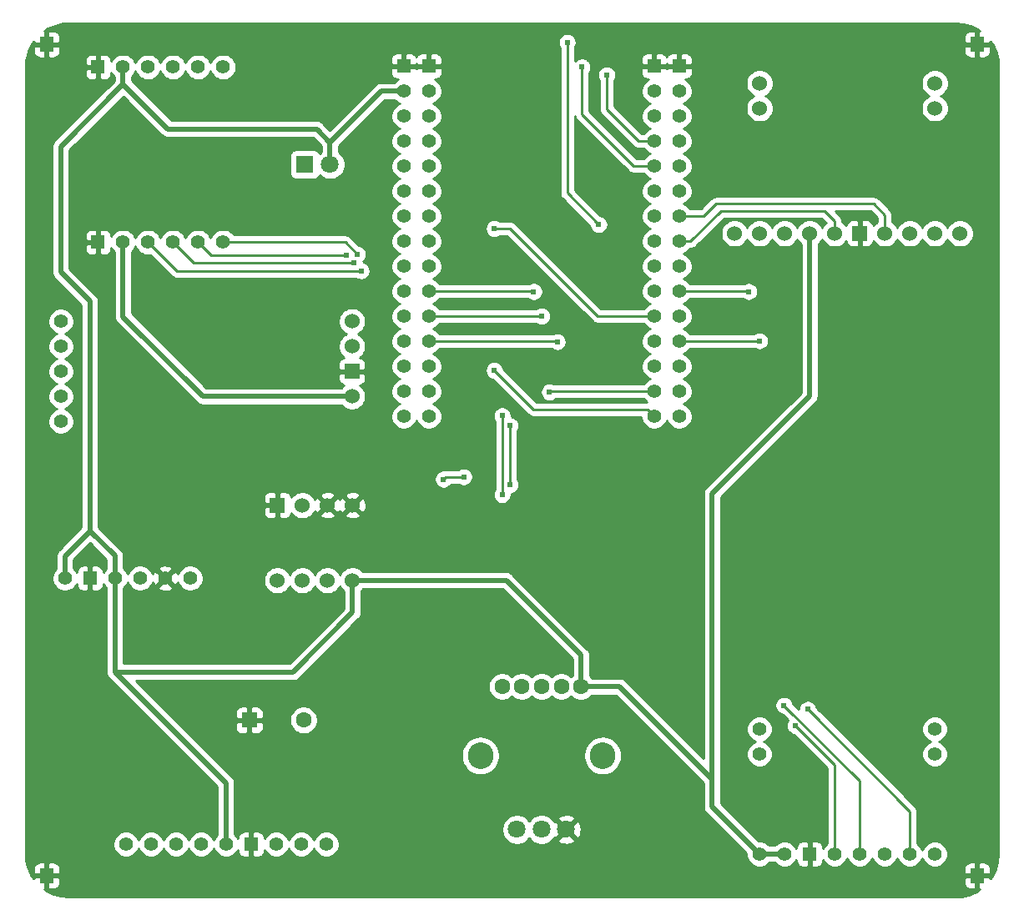
<source format=gbl>
%TF.GenerationSoftware,KiCad,Pcbnew,(5.1.10-1-10_14)*%
%TF.CreationDate,2021-12-01T23:10:12+09:00*%
%TF.ProjectId,EB-ESP32,45422d45-5350-4333-922e-6b696361645f,V1.0*%
%TF.SameCoordinates,Original*%
%TF.FileFunction,Copper,L2,Bot*%
%TF.FilePolarity,Positive*%
%FSLAX46Y46*%
G04 Gerber Fmt 4.6, Leading zero omitted, Abs format (unit mm)*
G04 Created by KiCad (PCBNEW (5.1.10-1-10_14)) date 2021-12-01 23:10:12*
%MOMM*%
%LPD*%
G01*
G04 APERTURE LIST*
%TA.AperFunction,ComponentPad*%
%ADD10R,1.400000X1.524000*%
%TD*%
%TA.AperFunction,ComponentPad*%
%ADD11R,1.600000X1.600000*%
%TD*%
%TA.AperFunction,ComponentPad*%
%ADD12C,1.600000*%
%TD*%
%TA.AperFunction,ComponentPad*%
%ADD13C,1.800000*%
%TD*%
%TA.AperFunction,ComponentPad*%
%ADD14R,1.800000X1.800000*%
%TD*%
%TA.AperFunction,ComponentPad*%
%ADD15C,1.400000*%
%TD*%
%TA.AperFunction,ComponentPad*%
%ADD16R,1.400000X1.400000*%
%TD*%
%TA.AperFunction,ComponentPad*%
%ADD17O,2.600000X2.700000*%
%TD*%
%TA.AperFunction,ComponentPad*%
%ADD18C,1.524000*%
%TD*%
%TA.AperFunction,ComponentPad*%
%ADD19R,1.524000X1.524000*%
%TD*%
%TA.AperFunction,ViaPad*%
%ADD20C,0.609600*%
%TD*%
%TA.AperFunction,Conductor*%
%ADD21C,0.508000*%
%TD*%
%TA.AperFunction,Conductor*%
%ADD22C,0.254000*%
%TD*%
%TA.AperFunction,Conductor*%
%ADD23C,0.100000*%
%TD*%
G04 APERTURE END LIST*
D10*
%TO.P,TP4,1*%
%TO.N,GND*%
X-47200000Y-42200000D03*
%TD*%
%TO.P,TP3,1*%
%TO.N,GND*%
X47200000Y-42200000D03*
%TD*%
%TO.P,TP2,1*%
%TO.N,GND*%
X47200000Y42200000D03*
%TD*%
%TO.P,TP1,1*%
%TO.N,GND*%
X-47200000Y42200000D03*
%TD*%
D11*
%TO.P,C1,2*%
%TO.N,GND*%
X-26650000Y-26400000D03*
D12*
%TO.P,C1,1*%
%TO.N,Net-(C1-Pad1)*%
X-21150000Y-26400000D03*
%TD*%
D13*
%TO.P,Q1,1*%
%TO.N,+3V3*%
X-18460000Y30000000D03*
D14*
%TO.P,Q1,2*%
%TO.N,ADC_LIGHT*%
X-21000000Y30000000D03*
%TD*%
D15*
%TO.P,J9,9*%
%TO.N,Net-(J9-Pad9)*%
X-18840000Y-39000000D03*
%TO.P,J9,8*%
%TO.N,I2C_SCL*%
X-21380000Y-39000000D03*
%TO.P,J9,7*%
%TO.N,I2C_SDA*%
X-23920000Y-39000000D03*
D16*
%TO.P,J9,6*%
%TO.N,GND*%
X-26460000Y-39000000D03*
D15*
%TO.P,J9,5*%
%TO.N,+3V3*%
X-29000000Y-39000000D03*
%TO.P,J9,4*%
%TO.N,Net-(C4-Pad2)*%
X-31540000Y-39000000D03*
%TO.P,J9,3*%
%TO.N,Net-(C4-Pad1)*%
X-34080000Y-39000000D03*
%TO.P,J9,2*%
%TO.N,Net-(C3-Pad2)*%
X-36620000Y-39000000D03*
%TO.P,J9,1*%
%TO.N,Net-(J9-Pad1)*%
X-39160000Y-39000000D03*
%TD*%
%TO.P,J8,*%
%TO.N,*%
X25110000Y-27300000D03*
X25110000Y-29840000D03*
X42890000Y-27300000D03*
%TO.P,J8,9*%
%TO.N,Net-(J8-Pad9)*%
X42890000Y-29840000D03*
%TO.P,J8,8*%
%TO.N,Net-(J8-Pad8)*%
X42890000Y-40000000D03*
%TO.P,J8,7*%
%TO.N,SPI_MISO*%
X40350000Y-40000000D03*
%TO.P,J8,6*%
%TO.N,TFT_CS*%
X37810000Y-40000000D03*
%TO.P,J8,5*%
%TO.N,SPI_MOSI*%
X35270000Y-40000000D03*
%TO.P,J8,4*%
%TO.N,SPI_CLK*%
X32730000Y-40000000D03*
D16*
%TO.P,J8,3*%
%TO.N,GND*%
X30190000Y-40000000D03*
D15*
%TO.P,J8,2*%
%TO.N,+3V3*%
X27650000Y-40000000D03*
%TO.P,J8,1*%
X25110000Y-40000000D03*
%TD*%
D17*
%TO.P,J7,*%
%TO.N,*%
X9200000Y-30000000D03*
X-3200000Y-30000000D03*
D13*
%TO.P,J7,8*%
%TO.N,GND*%
X5500000Y-37500000D03*
%TO.P,J7,7*%
%TO.N,ENCODER_B*%
X3000000Y-37500000D03*
%TO.P,J7,6*%
%TO.N,ENCODER_A*%
X500000Y-37500000D03*
D12*
%TO.P,J7,5*%
%TO.N,+3V3*%
X7000000Y-23000000D03*
%TO.P,J7,4*%
%TO.N,Net-(J7-Pad4)*%
X5000000Y-23000000D03*
%TO.P,J7,3*%
%TO.N,SW*%
X3000000Y-23000000D03*
%TO.P,J7,2*%
%TO.N,Net-(J7-Pad2)*%
X1000000Y-23000000D03*
%TO.P,J7,1*%
%TO.N,Net-(J7-Pad1)*%
X-1000000Y-23000000D03*
%TD*%
D18*
%TO.P,J6,9*%
%TO.N,Net-(J6-Pad9)*%
X-16230000Y14080000D03*
%TO.P,J6,8*%
%TO.N,Net-(J6-Pad8)*%
X-16230000Y11540000D03*
D19*
%TO.P,J6,7*%
%TO.N,GND*%
X-16230000Y9000000D03*
D18*
%TO.P,J6,6*%
%TO.N,+5V*%
X-16230000Y6460000D03*
D15*
%TO.P,J6,5*%
%TO.N,Net-(J6-Pad5)*%
X-45770000Y3920000D03*
%TO.P,J6,4*%
%TO.N,UART2_TXD*%
X-45770000Y6460000D03*
%TO.P,J6,3*%
%TO.N,UART2_RXD*%
X-45770000Y9000000D03*
%TO.P,J6,2*%
%TO.N,Net-(J6-Pad2)*%
X-45770000Y11540000D03*
%TO.P,J6,1*%
%TO.N,Net-(J6-Pad1)*%
X-45770000Y14080000D03*
%TD*%
%TO.P,J5,16*%
%TO.N,FT_TDO*%
X16970000Y4440000D03*
%TO.P,J5,18*%
%TO.N,BOOT*%
X16970000Y9520000D03*
%TO.P,J5,19*%
%TO.N,SD_CS*%
X16970000Y12060000D03*
%TO.P,J5,20*%
%TO.N,UART2_TXD*%
X16970000Y14600000D03*
%TO.P,J5,21*%
%TO.N,TFT_LED*%
X16970000Y17140000D03*
%TO.P,J5,22*%
%TO.N,TFT_CS*%
X16970000Y19680000D03*
%TO.P,J5,23*%
%TO.N,SPI_CLK*%
X16970000Y22220000D03*
%TO.P,J5,24*%
%TO.N,SPI_MISO*%
X16970000Y24760000D03*
%TO.P,J5,25*%
%TO.N,I2C_SDA*%
X16970000Y27300000D03*
%TO.P,J5,26*%
%TO.N,FT_TXD*%
X16970000Y29840000D03*
%TO.P,J5,27*%
%TO.N,FT_RXD*%
X16970000Y32380000D03*
%TO.P,J5,28*%
%TO.N,I2C_SCL*%
X16970000Y34920000D03*
%TO.P,J5,29*%
%TO.N,SPI_MOSI*%
X16970000Y37460000D03*
D16*
%TO.P,J5,30*%
%TO.N,GND*%
X16970000Y40000000D03*
D15*
%TO.P,J5,17*%
%TO.N,SW*%
X16970000Y6980000D03*
D16*
%TO.P,J5,1*%
%TO.N,GND*%
X-10970000Y40000000D03*
D15*
%TO.P,J5,5*%
%TO.N,ENCODER_B*%
X-10970000Y29840000D03*
%TO.P,J5,7*%
%TO.N,UART2_RXD*%
X-10970000Y24760000D03*
%TO.P,J5,15*%
%TO.N,FT_TCK*%
X-10970000Y4440000D03*
%TO.P,J5,3*%
%TO.N,EN*%
X-10970000Y34920000D03*
%TO.P,J5,2*%
%TO.N,+3V3*%
X-10970000Y37460000D03*
%TO.P,J5,12*%
%TO.N,LED_B*%
X-10970000Y12060000D03*
%TO.P,J5,13*%
%TO.N,FT_TMS*%
X-10970000Y9520000D03*
%TO.P,J5,14*%
%TO.N,FT_TDI*%
X-10970000Y6980000D03*
%TO.P,J5,4*%
%TO.N,ENCODER_A*%
X-10970000Y32380000D03*
%TO.P,J5,6*%
%TO.N,ADC_LIGHT*%
X-10970000Y27300000D03*
%TO.P,J5,8*%
%TO.N,Net-(J5-Pad8)*%
X-10970000Y22220000D03*
%TO.P,J5,9*%
%TO.N,Net-(J5-Pad9)*%
X-10970000Y19680000D03*
%TO.P,J5,10*%
%TO.N,LED_R*%
X-10970000Y17140000D03*
%TO.P,J5,11*%
%TO.N,LED_G*%
X-10970000Y14600000D03*
%TO.P,J5,17*%
%TO.N,SW*%
X14430000Y6980000D03*
D16*
%TO.P,J5,30*%
%TO.N,GND*%
X14430000Y40000000D03*
D15*
%TO.P,J5,29*%
%TO.N,SPI_MOSI*%
X14430000Y37460000D03*
%TO.P,J5,28*%
%TO.N,I2C_SCL*%
X14430000Y34920000D03*
%TO.P,J5,27*%
%TO.N,FT_RXD*%
X14430000Y32380000D03*
%TO.P,J5,26*%
%TO.N,FT_TXD*%
X14430000Y29840000D03*
%TO.P,J5,25*%
%TO.N,I2C_SDA*%
X14430000Y27300000D03*
%TO.P,J5,24*%
%TO.N,SPI_MISO*%
X14430000Y24760000D03*
%TO.P,J5,23*%
%TO.N,SPI_CLK*%
X14430000Y22220000D03*
%TO.P,J5,22*%
%TO.N,TFT_CS*%
X14430000Y19680000D03*
%TO.P,J5,21*%
%TO.N,TFT_LED*%
X14430000Y17140000D03*
%TO.P,J5,20*%
%TO.N,UART2_TXD*%
X14430000Y14600000D03*
%TO.P,J5,19*%
%TO.N,SD_CS*%
X14430000Y12060000D03*
%TO.P,J5,18*%
%TO.N,BOOT*%
X14430000Y9520000D03*
%TO.P,J5,16*%
%TO.N,FT_TDO*%
X14430000Y4440000D03*
%TO.P,J5,15*%
%TO.N,FT_TCK*%
X-8430000Y4440000D03*
%TO.P,J5,14*%
%TO.N,FT_TDI*%
X-8430000Y6980000D03*
%TO.P,J5,13*%
%TO.N,FT_TMS*%
X-8430000Y9520000D03*
%TO.P,J5,12*%
%TO.N,LED_B*%
X-8430000Y12060000D03*
%TO.P,J5,11*%
%TO.N,LED_G*%
X-8430000Y14600000D03*
%TO.P,J5,10*%
%TO.N,LED_R*%
X-8430000Y17140000D03*
%TO.P,J5,9*%
%TO.N,Net-(J5-Pad9)*%
X-8430000Y19680000D03*
%TO.P,J5,8*%
%TO.N,Net-(J5-Pad8)*%
X-8430000Y22220000D03*
%TO.P,J5,7*%
%TO.N,UART2_RXD*%
X-8430000Y24760000D03*
%TO.P,J5,6*%
%TO.N,ADC_LIGHT*%
X-8430000Y27300000D03*
%TO.P,J5,5*%
%TO.N,ENCODER_B*%
X-8430000Y29840000D03*
%TO.P,J5,4*%
%TO.N,ENCODER_A*%
X-8430000Y32380000D03*
%TO.P,J5,3*%
%TO.N,EN*%
X-8430000Y34920000D03*
%TO.P,J5,2*%
%TO.N,+3V3*%
X-8430000Y37460000D03*
D16*
%TO.P,J5,1*%
%TO.N,GND*%
X-8430000Y40000000D03*
%TD*%
%TO.P,J4,12*%
%TO.N,GND*%
X-42000000Y39890000D03*
D15*
%TO.P,J4,11*%
%TO.N,+3V3*%
X-39460000Y39890000D03*
%TO.P,J4,10*%
%TO.N,EN*%
X-36920000Y39890000D03*
%TO.P,J4,9*%
%TO.N,BOOT*%
X-34380000Y39890000D03*
%TO.P,J4,8*%
%TO.N,FT_TXD*%
X-31840000Y39890000D03*
%TO.P,J4,7*%
%TO.N,FT_RXD*%
X-29300000Y39890000D03*
%TO.P,J4,6*%
%TO.N,FT_TDO*%
X-29300000Y22110000D03*
%TO.P,J4,5*%
%TO.N,FT_TCK*%
X-31840000Y22110000D03*
%TO.P,J4,4*%
%TO.N,FT_TDI*%
X-34380000Y22110000D03*
%TO.P,J4,3*%
%TO.N,FT_TMS*%
X-36920000Y22110000D03*
%TO.P,J4,2*%
%TO.N,+5V*%
X-39460000Y22110000D03*
D16*
%TO.P,J4,1*%
%TO.N,GND*%
X-42000000Y22110000D03*
%TD*%
D18*
%TO.P,J3,8*%
%TO.N,+3V3*%
X-16190000Y-12210000D03*
%TO.P,J3,7*%
%TO.N,Net-(J3-Pad7)*%
X-18730000Y-12210000D03*
%TO.P,J3,6*%
%TO.N,I2C_SCL*%
X-21270000Y-12210000D03*
%TO.P,J3,5*%
%TO.N,I2C_SDA*%
X-23810000Y-12210000D03*
D19*
%TO.P,J3,4*%
%TO.N,GND*%
X-23810000Y-4590000D03*
D18*
%TO.P,J3,3*%
%TO.N,Net-(J3-Pad3)*%
X-21270000Y-4590000D03*
%TO.P,J3,2*%
%TO.N,GND*%
X-18730000Y-4590000D03*
%TO.P,J3,1*%
X-16190000Y-4590000D03*
%TD*%
D15*
%TO.P,J2,6*%
%TO.N,I2C_SCL*%
X-32650000Y-12000000D03*
%TO.P,J2,5*%
%TO.N,GND*%
X-35190000Y-12000000D03*
%TO.P,J2,4*%
%TO.N,I2C_SDA*%
X-37730000Y-12000000D03*
%TO.P,J2,3*%
%TO.N,+3V3*%
X-40270000Y-12000000D03*
D16*
%TO.P,J2,2*%
%TO.N,GND*%
X-42810000Y-12000000D03*
D15*
%TO.P,J2,1*%
%TO.N,+3V3*%
X-45350000Y-12000000D03*
%TD*%
D18*
%TO.P,J1,*%
%TO.N,*%
X42890000Y38240000D03*
X42890000Y35700000D03*
X25110000Y38240000D03*
X25110000Y35700000D03*
%TO.P,J1,10*%
%TO.N,Net-(J1-Pad10)*%
X45430000Y23000000D03*
%TO.P,J1,9*%
%TO.N,Net-(J1-Pad9)*%
X42890000Y23000000D03*
%TO.P,J1,8*%
%TO.N,Net-(J1-Pad8)*%
X40350000Y23000000D03*
%TO.P,J1,7*%
%TO.N,SPI_MISO*%
X37810000Y23000000D03*
D19*
%TO.P,J1,6*%
%TO.N,GND*%
X35270000Y23000000D03*
D18*
%TO.P,J1,5*%
%TO.N,SPI_CLK*%
X32730000Y23000000D03*
%TO.P,J1,4*%
%TO.N,+3V3*%
X30190000Y23000000D03*
%TO.P,J1,3*%
%TO.N,SPI_MOSI*%
X27650000Y23000000D03*
%TO.P,J1,2*%
%TO.N,SD_CS*%
X25110000Y23000000D03*
%TO.P,J1,1*%
%TO.N,Net-(J1-Pad1)*%
X22570000Y23000000D03*
%TD*%
D20*
%TO.N,GND*%
X-45000000Y40000000D03*
X-35000000Y30000000D03*
X-45000000Y35000000D03*
X-40000000Y35000000D03*
X-40000000Y30000000D03*
X-40000000Y25000000D03*
X-35000000Y25000000D03*
X-30000000Y25000000D03*
X-30000000Y30000000D03*
X-25000000Y40000000D03*
X-20000000Y40000000D03*
X-15000000Y40000000D03*
X0Y40000000D03*
X0Y35000000D03*
X5000000Y25000000D03*
X-35000000Y15000000D03*
X-30000000Y15000000D03*
X-20000000Y15000000D03*
X-20000000Y10000000D03*
X-25000000Y10000000D03*
X-40000000Y0D03*
X-45000000Y-5000000D03*
X-45000000Y0D03*
X-45000000Y-15000000D03*
X-45000000Y-20000000D03*
X-45000000Y-25000000D03*
X-45000000Y-30000000D03*
X-45000000Y-35000000D03*
X-45000000Y-40000000D03*
X-40000000Y-35000000D03*
X-40000000Y-30000000D03*
X-40000000Y-25000000D03*
X-35000000Y-30000000D03*
X-30000000Y-25000000D03*
X-20000000Y-30000000D03*
X-15000000Y-30000000D03*
X-10000000Y-30000000D03*
X-10000000Y-35000000D03*
X-5000000Y-35000000D03*
X-10000000Y-25000000D03*
X-15000000Y-25000000D03*
X-10000000Y-20000000D03*
X-10000000Y-15000000D03*
X-5000000Y-15000000D03*
X-5000000Y-10000000D03*
X-5000000Y-5000000D03*
X45000000Y40000000D03*
X40000000Y40000000D03*
X35000000Y40000000D03*
X30000000Y40000000D03*
X20000000Y40000000D03*
X30000000Y35000000D03*
X35000000Y35000000D03*
X40000000Y35000000D03*
X45000000Y35000000D03*
X45000000Y30000000D03*
X45000000Y25000000D03*
X45000000Y20000000D03*
X45000000Y15000000D03*
X45000000Y10000000D03*
X45000000Y5000000D03*
X45000000Y0D03*
X45000000Y-5000000D03*
X45000000Y-10000000D03*
X45000000Y-15000000D03*
X45000000Y-20000000D03*
X45000000Y-25000000D03*
X45000000Y-30000000D03*
X40000000Y-25000000D03*
X40000000Y-20000000D03*
X40000000Y-15000000D03*
X40000000Y-10000000D03*
X40000000Y-5000000D03*
X40000000Y0D03*
X40000000Y5000000D03*
X40000000Y10000000D03*
X40000000Y15000000D03*
X40000000Y20000000D03*
X40000000Y25000000D03*
X40000000Y30000000D03*
X35000000Y30000000D03*
X30000000Y30000000D03*
X35000000Y15000000D03*
X35000000Y10000000D03*
X35000000Y5000000D03*
X35000000Y0D03*
X35000000Y-5000000D03*
X35000000Y-15000000D03*
X35000000Y-10000000D03*
X35000000Y-20000000D03*
X35000000Y-25000000D03*
X25000000Y30000000D03*
X20000000Y30000000D03*
X20000000Y35000000D03*
X25000000Y-20000000D03*
X25000000Y-15000000D03*
X25000000Y-10000000D03*
X25000000Y-5000000D03*
X25000000Y5000000D03*
X25000000Y10000000D03*
X20000000Y-40000000D03*
X15000000Y-40000000D03*
X10000000Y-40000000D03*
X15000000Y-35000000D03*
X10000000Y-35000000D03*
X15000000Y-30000000D03*
X10000000Y-25000000D03*
X15000000Y-25000000D03*
X15000000Y-20000000D03*
X10000000Y-20000000D03*
X15000000Y-15000000D03*
X10000000Y-15000000D03*
X10000000Y-10000000D03*
X15000000Y-10000000D03*
X15000000Y-5000000D03*
X10000000Y-5000000D03*
X10000000Y0D03*
X15000000Y0D03*
X20000000Y0D03*
X20000000Y5000000D03*
X20000000Y10000000D03*
X20000000Y15000000D03*
X-5000000Y35000000D03*
X-5000000Y40000000D03*
X-5000000Y25000000D03*
X-5000000Y20000000D03*
X10000000Y30000000D03*
X-15000000Y30000000D03*
X-40000000Y5000000D03*
X-35000000Y5000000D03*
X-30000000Y5000000D03*
X-25000000Y5000000D03*
X-20000000Y5000000D03*
X-5000000Y-25000000D03*
X-5000000Y-20000000D03*
X10000000Y10000000D03*
X-30000000Y-20000000D03*
X-35000000Y-20000000D03*
X-30000000Y-10000000D03*
X-10000000Y-5000000D03*
X-35000000Y0D03*
X-30000000Y-5000000D03*
X-25000000Y25000000D03*
X-25000000Y30000000D03*
%TO.N,SPI_MISO*%
X30000000Y-25300000D03*
%TO.N,SPI_CLK*%
X28750987Y-26949013D03*
%TO.N,SPI_MOSI*%
X27600000Y-24900000D03*
%TO.N,SD_CS*%
X25100000Y12100000D03*
%TO.N,I2C_SDA*%
X-4900000Y-1700000D03*
X-6949013Y-1949013D03*
%TO.N,BOOT*%
X8800000Y23900000D03*
X5600000Y42400000D03*
%TO.N,FT_TXD*%
X7100000Y39900000D03*
%TO.N,FT_RXD*%
X9600000Y39100000D03*
%TO.N,FT_TDO*%
X-1800000Y9100000D03*
X-15700000Y20900000D03*
%TO.N,FT_TCK*%
X-16800000Y20800000D03*
%TO.N,FT_TDI*%
X-16000000Y20000000D03*
%TO.N,FT_TMS*%
X-15300000Y19200000D03*
%TO.N,UART2_TXD*%
X-1800000Y23500000D03*
%TO.N,TFT_LED*%
X24000000Y17100000D03*
%TO.N,SW*%
X3800000Y6900000D03*
%TO.N,ENCODER_B*%
X-1000000Y4500000D03*
X-1000000Y-3500000D03*
%TO.N,LED_B*%
X4600000Y12000000D03*
%TO.N,ENCODER_A*%
X-200000Y3500000D03*
X-200000Y-2500000D03*
%TO.N,LED_R*%
X2200000Y17100000D03*
%TO.N,LED_G*%
X3000000Y14600000D03*
%TD*%
D21*
%TO.N,+3V3*%
X-39460000Y39890000D02*
X-39460000Y38160000D01*
X-39460000Y38160000D02*
X-34900000Y33600000D01*
X-34900000Y33600000D02*
X-19800000Y33600000D01*
X-18460000Y32260000D02*
X-18460000Y30000000D01*
X-19800000Y33600000D02*
X-18460000Y32260000D01*
X-13260000Y37460000D02*
X-18460000Y32260000D01*
X-10970000Y37460000D02*
X-13260000Y37460000D01*
X-39460000Y38160000D02*
X-39460000Y38140000D01*
X-39460000Y38140000D02*
X-45800000Y31800000D01*
X-45800000Y31800000D02*
X-45800000Y19100000D01*
X-45800000Y19100000D02*
X-42800000Y16100000D01*
X-42800000Y16100000D02*
X-42800000Y-7200000D01*
X-45350000Y-9750000D02*
X-45350000Y-12000000D01*
X-42800000Y-7200000D02*
X-45350000Y-9750000D01*
X-40270000Y-9730000D02*
X-42800000Y-7200000D01*
X-40270000Y-12000000D02*
X-40270000Y-9730000D01*
X-16190000Y-12210000D02*
X-590000Y-12210000D01*
X7000000Y-19800000D02*
X7000000Y-23000000D01*
X-590000Y-12210000D02*
X7000000Y-19800000D01*
X-40270000Y-12000000D02*
X-40270000Y-21530000D01*
X-29000000Y-32800000D02*
X-29000000Y-39000000D01*
X-40270000Y-21530000D02*
X-29000000Y-32800000D01*
X-16190000Y-12210000D02*
X-16190000Y-15490000D01*
X-22230000Y-21530000D02*
X-40270000Y-21530000D01*
X-16190000Y-15490000D02*
X-22230000Y-21530000D01*
X7000000Y-23000000D02*
X10900000Y-23000000D01*
X10900000Y-23000000D02*
X20300000Y-32400000D01*
X20300000Y-35190000D02*
X25110000Y-40000000D01*
X20300000Y-32400000D02*
X20300000Y-35190000D01*
X27650000Y-40000000D02*
X25110000Y-40000000D01*
X20300000Y-32400000D02*
X20300000Y-3400000D01*
X30190000Y6490000D02*
X30190000Y23000000D01*
X20300000Y-3400000D02*
X30190000Y6490000D01*
D22*
%TO.N,SPI_MISO*%
X40350000Y-35650000D02*
X30000000Y-25300000D01*
X40350000Y-40000000D02*
X40350000Y-35650000D01*
X16970000Y24760000D02*
X19460000Y24760000D01*
X19460000Y24760000D02*
X20700000Y26000000D01*
X20700000Y26000000D02*
X36700000Y26000000D01*
X37810000Y24890000D02*
X37810000Y23000000D01*
X36700000Y26000000D02*
X37810000Y24890000D01*
%TO.N,SPI_CLK*%
X32730000Y-30928026D02*
X28750987Y-26949013D01*
X32730000Y-40000000D02*
X32730000Y-30928026D01*
X16970000Y22220000D02*
X18120000Y22220000D01*
X18120000Y22220000D02*
X21200000Y25300000D01*
X21200000Y25300000D02*
X31700000Y25300000D01*
X32730000Y24270000D02*
X32730000Y23000000D01*
X31700000Y25300000D02*
X32730000Y24270000D01*
%TO.N,SPI_MOSI*%
X35270000Y-32570000D02*
X27600000Y-24900000D01*
X35270000Y-40000000D02*
X35270000Y-32570000D01*
%TO.N,SD_CS*%
X25060000Y12060000D02*
X25100000Y12100000D01*
X16970000Y12060000D02*
X25060000Y12060000D01*
%TO.N,I2C_SDA*%
X-6700000Y-1700000D02*
X-6949013Y-1949013D01*
X-4900000Y-1700000D02*
X-6700000Y-1700000D01*
%TO.N,BOOT*%
X5600000Y27100000D02*
X5600000Y42400000D01*
X8800000Y23900000D02*
X5600000Y27100000D01*
%TO.N,FT_TXD*%
X14430000Y29840000D02*
X12360000Y29840000D01*
X7100000Y35100000D02*
X7100000Y39900000D01*
X12360000Y29840000D02*
X7100000Y35100000D01*
%TO.N,FT_RXD*%
X9600000Y39100000D02*
X9600000Y35600000D01*
X12820000Y32380000D02*
X14430000Y32380000D01*
X9600000Y35600000D02*
X12820000Y32380000D01*
%TO.N,FT_TDO*%
X2160001Y5139999D02*
X-1800000Y9100000D01*
X13730001Y5139999D02*
X2160001Y5139999D01*
X14430000Y4440000D02*
X13730001Y5139999D01*
X-16910000Y22110000D02*
X-29300000Y22110000D01*
X-15700000Y20900000D02*
X-16910000Y22110000D01*
%TO.N,FT_TCK*%
X-30530000Y20800000D02*
X-31840000Y22110000D01*
X-16800000Y20800000D02*
X-30530000Y20800000D01*
%TO.N,FT_TDI*%
X-32270000Y20000000D02*
X-34380000Y22110000D01*
X-16000000Y20000000D02*
X-32270000Y20000000D01*
%TO.N,FT_TMS*%
X-34010000Y19200000D02*
X-36920000Y22110000D01*
X-15300000Y19200000D02*
X-34010000Y19200000D01*
D21*
%TO.N,+5V*%
X-39460000Y22110000D02*
X-39460000Y14560000D01*
X-31360000Y6460000D02*
X-16230000Y6460000D01*
X-39460000Y14560000D02*
X-31360000Y6460000D01*
D22*
%TO.N,UART2_TXD*%
X8700000Y14600000D02*
X-200000Y23500000D01*
X14430000Y14600000D02*
X8700000Y14600000D01*
X-200000Y23500000D02*
X-1800000Y23500000D01*
%TO.N,TFT_LED*%
X23960000Y17140000D02*
X24000000Y17100000D01*
X16970000Y17140000D02*
X23960000Y17140000D01*
%TO.N,SW*%
X3880000Y6980000D02*
X3800000Y6900000D01*
X14430000Y6980000D02*
X3880000Y6980000D01*
%TO.N,ENCODER_B*%
X-1000000Y4500000D02*
X-1000000Y-3500000D01*
%TO.N,LED_B*%
X4540000Y12060000D02*
X4600000Y12000000D01*
X-8430000Y12060000D02*
X4540000Y12060000D01*
%TO.N,ENCODER_A*%
X-200000Y3500000D02*
X-200000Y-2500000D01*
%TO.N,LED_R*%
X2160000Y17140000D02*
X2200000Y17100000D01*
X-8430000Y17140000D02*
X2160000Y17140000D01*
%TO.N,LED_G*%
X-8430000Y14600000D02*
X3000000Y14600000D01*
%TD*%
%TO.N,GND*%
X45768083Y44268827D02*
X46511891Y44065344D01*
X47207905Y43733362D01*
X47448923Y43560173D01*
X47327000Y43438250D01*
X47327000Y42327000D01*
X48376250Y42327000D01*
X48534782Y42485532D01*
X48800871Y42089549D01*
X49110829Y41383447D01*
X49292065Y40628543D01*
X49340000Y39975793D01*
X49340001Y-39970597D01*
X49268827Y-40768083D01*
X49065344Y-41511890D01*
X48733363Y-42207904D01*
X48534249Y-42484999D01*
X48376250Y-42327000D01*
X47327000Y-42327000D01*
X47327000Y-43438250D01*
X47448450Y-43559700D01*
X47089549Y-43800871D01*
X46383447Y-44110829D01*
X45628543Y-44292065D01*
X44975793Y-44340000D01*
X-44970608Y-44340000D01*
X-45768083Y-44268827D01*
X-46511890Y-44065344D01*
X-47207904Y-43733363D01*
X-47448923Y-43560173D01*
X-47327000Y-43438250D01*
X-47327000Y-42327000D01*
X-47073000Y-42327000D01*
X-47073000Y-43438250D01*
X-46914250Y-43597000D01*
X-46500000Y-43600072D01*
X-46375518Y-43587812D01*
X-46255820Y-43551502D01*
X-46145506Y-43492537D01*
X-46048815Y-43413185D01*
X-45969463Y-43316494D01*
X-45910498Y-43206180D01*
X-45874188Y-43086482D01*
X-45861928Y-42962000D01*
X45861928Y-42962000D01*
X45874188Y-43086482D01*
X45910498Y-43206180D01*
X45969463Y-43316494D01*
X46048815Y-43413185D01*
X46145506Y-43492537D01*
X46255820Y-43551502D01*
X46375518Y-43587812D01*
X46500000Y-43600072D01*
X46914250Y-43597000D01*
X47073000Y-43438250D01*
X47073000Y-42327000D01*
X46023750Y-42327000D01*
X45865000Y-42485750D01*
X45861928Y-42962000D01*
X-45861928Y-42962000D01*
X-45865000Y-42485750D01*
X-46023750Y-42327000D01*
X-47073000Y-42327000D01*
X-47327000Y-42327000D01*
X-48376250Y-42327000D01*
X-48534782Y-42485532D01*
X-48800871Y-42089549D01*
X-49086881Y-41438000D01*
X-48538072Y-41438000D01*
X-48535000Y-41914250D01*
X-48376250Y-42073000D01*
X-47327000Y-42073000D01*
X-47327000Y-40961750D01*
X-47073000Y-40961750D01*
X-47073000Y-42073000D01*
X-46023750Y-42073000D01*
X-45865000Y-41914250D01*
X-45861928Y-41438000D01*
X45861928Y-41438000D01*
X45865000Y-41914250D01*
X46023750Y-42073000D01*
X47073000Y-42073000D01*
X47073000Y-40961750D01*
X47327000Y-40961750D01*
X47327000Y-42073000D01*
X48376250Y-42073000D01*
X48535000Y-41914250D01*
X48538072Y-41438000D01*
X48525812Y-41313518D01*
X48489502Y-41193820D01*
X48430537Y-41083506D01*
X48351185Y-40986815D01*
X48254494Y-40907463D01*
X48144180Y-40848498D01*
X48024482Y-40812188D01*
X47900000Y-40799928D01*
X47485750Y-40803000D01*
X47327000Y-40961750D01*
X47073000Y-40961750D01*
X46914250Y-40803000D01*
X46500000Y-40799928D01*
X46375518Y-40812188D01*
X46255820Y-40848498D01*
X46145506Y-40907463D01*
X46048815Y-40986815D01*
X45969463Y-41083506D01*
X45910498Y-41193820D01*
X45874188Y-41313518D01*
X45861928Y-41438000D01*
X-45861928Y-41438000D01*
X-45874188Y-41313518D01*
X-45910498Y-41193820D01*
X-45969463Y-41083506D01*
X-46048815Y-40986815D01*
X-46145506Y-40907463D01*
X-46255820Y-40848498D01*
X-46375518Y-40812188D01*
X-46500000Y-40799928D01*
X-46914250Y-40803000D01*
X-47073000Y-40961750D01*
X-47327000Y-40961750D01*
X-47485750Y-40803000D01*
X-47900000Y-40799928D01*
X-48024482Y-40812188D01*
X-48144180Y-40848498D01*
X-48254494Y-40907463D01*
X-48351185Y-40986815D01*
X-48430537Y-41083506D01*
X-48489502Y-41193820D01*
X-48525812Y-41313518D01*
X-48538072Y-41438000D01*
X-49086881Y-41438000D01*
X-49110829Y-41383447D01*
X-49292065Y-40628543D01*
X-49340000Y-39975793D01*
X-49340000Y14211486D01*
X-47105000Y14211486D01*
X-47105000Y13948514D01*
X-47053696Y13690595D01*
X-46953061Y13447641D01*
X-46806962Y13228987D01*
X-46621013Y13043038D01*
X-46402359Y12896939D01*
X-46192470Y12810000D01*
X-46402359Y12723061D01*
X-46621013Y12576962D01*
X-46806962Y12391013D01*
X-46953061Y12172359D01*
X-47053696Y11929405D01*
X-47105000Y11671486D01*
X-47105000Y11408514D01*
X-47053696Y11150595D01*
X-46953061Y10907641D01*
X-46806962Y10688987D01*
X-46621013Y10503038D01*
X-46402359Y10356939D01*
X-46192470Y10270000D01*
X-46402359Y10183061D01*
X-46621013Y10036962D01*
X-46806962Y9851013D01*
X-46953061Y9632359D01*
X-47053696Y9389405D01*
X-47105000Y9131486D01*
X-47105000Y8868514D01*
X-47053696Y8610595D01*
X-46953061Y8367641D01*
X-46806962Y8148987D01*
X-46621013Y7963038D01*
X-46402359Y7816939D01*
X-46192470Y7730000D01*
X-46402359Y7643061D01*
X-46621013Y7496962D01*
X-46806962Y7311013D01*
X-46953061Y7092359D01*
X-47053696Y6849405D01*
X-47105000Y6591486D01*
X-47105000Y6328514D01*
X-47053696Y6070595D01*
X-46953061Y5827641D01*
X-46806962Y5608987D01*
X-46621013Y5423038D01*
X-46402359Y5276939D01*
X-46192470Y5190000D01*
X-46402359Y5103061D01*
X-46621013Y4956962D01*
X-46806962Y4771013D01*
X-46953061Y4552359D01*
X-47053696Y4309405D01*
X-47105000Y4051486D01*
X-47105000Y3788514D01*
X-47053696Y3530595D01*
X-46953061Y3287641D01*
X-46806962Y3068987D01*
X-46621013Y2883038D01*
X-46402359Y2736939D01*
X-46159405Y2636304D01*
X-45901486Y2585000D01*
X-45638514Y2585000D01*
X-45380595Y2636304D01*
X-45137641Y2736939D01*
X-44918987Y2883038D01*
X-44733038Y3068987D01*
X-44586939Y3287641D01*
X-44486304Y3530595D01*
X-44435000Y3788514D01*
X-44435000Y4051486D01*
X-44486304Y4309405D01*
X-44586939Y4552359D01*
X-44733038Y4771013D01*
X-44918987Y4956962D01*
X-45137641Y5103061D01*
X-45347530Y5190000D01*
X-45137641Y5276939D01*
X-44918987Y5423038D01*
X-44733038Y5608987D01*
X-44586939Y5827641D01*
X-44486304Y6070595D01*
X-44435000Y6328514D01*
X-44435000Y6591486D01*
X-44486304Y6849405D01*
X-44586939Y7092359D01*
X-44733038Y7311013D01*
X-44918987Y7496962D01*
X-45137641Y7643061D01*
X-45347530Y7730000D01*
X-45137641Y7816939D01*
X-44918987Y7963038D01*
X-44733038Y8148987D01*
X-44586939Y8367641D01*
X-44486304Y8610595D01*
X-44435000Y8868514D01*
X-44435000Y9131486D01*
X-44486304Y9389405D01*
X-44586939Y9632359D01*
X-44733038Y9851013D01*
X-44918987Y10036962D01*
X-45137641Y10183061D01*
X-45347530Y10270000D01*
X-45137641Y10356939D01*
X-44918987Y10503038D01*
X-44733038Y10688987D01*
X-44586939Y10907641D01*
X-44486304Y11150595D01*
X-44435000Y11408514D01*
X-44435000Y11671486D01*
X-44486304Y11929405D01*
X-44586939Y12172359D01*
X-44733038Y12391013D01*
X-44918987Y12576962D01*
X-45137641Y12723061D01*
X-45347530Y12810000D01*
X-45137641Y12896939D01*
X-44918987Y13043038D01*
X-44733038Y13228987D01*
X-44586939Y13447641D01*
X-44486304Y13690595D01*
X-44435000Y13948514D01*
X-44435000Y14211486D01*
X-44486304Y14469405D01*
X-44586939Y14712359D01*
X-44733038Y14931013D01*
X-44918987Y15116962D01*
X-45137641Y15263061D01*
X-45380595Y15363696D01*
X-45638514Y15415000D01*
X-45901486Y15415000D01*
X-46159405Y15363696D01*
X-46402359Y15263061D01*
X-46621013Y15116962D01*
X-46806962Y14931013D01*
X-46953061Y14712359D01*
X-47053696Y14469405D01*
X-47105000Y14211486D01*
X-49340000Y14211486D01*
X-49340000Y31800000D01*
X-46693300Y31800000D01*
X-46689000Y31756340D01*
X-46688999Y19143670D01*
X-46693300Y19100000D01*
X-46676136Y18925726D01*
X-46625302Y18758148D01*
X-46572081Y18658579D01*
X-46542752Y18603709D01*
X-46431658Y18468341D01*
X-46397741Y18440506D01*
X-43689000Y15731764D01*
X-43688999Y-6831763D01*
X-45947736Y-9090501D01*
X-45981659Y-9118341D01*
X-46092753Y-9253710D01*
X-46175303Y-9408150D01*
X-46226136Y-9575727D01*
X-46239000Y-9706334D01*
X-46239000Y-9706340D01*
X-46243300Y-9750000D01*
X-46239000Y-9793660D01*
X-46238999Y-11001024D01*
X-46386962Y-11148987D01*
X-46533061Y-11367641D01*
X-46633696Y-11610595D01*
X-46685000Y-11868514D01*
X-46685000Y-12131486D01*
X-46633696Y-12389405D01*
X-46533061Y-12632359D01*
X-46386962Y-12851013D01*
X-46201013Y-13036962D01*
X-45982359Y-13183061D01*
X-45739405Y-13283696D01*
X-45481486Y-13335000D01*
X-45218514Y-13335000D01*
X-44960595Y-13283696D01*
X-44717641Y-13183061D01*
X-44498987Y-13036962D01*
X-44313038Y-12851013D01*
X-44166939Y-12632359D01*
X-44147217Y-12584747D01*
X-44148072Y-12700000D01*
X-44135812Y-12824482D01*
X-44099502Y-12944180D01*
X-44040537Y-13054494D01*
X-43961185Y-13151185D01*
X-43864494Y-13230537D01*
X-43754180Y-13289502D01*
X-43634482Y-13325812D01*
X-43510000Y-13338072D01*
X-43095750Y-13335000D01*
X-42937000Y-13176250D01*
X-42937000Y-12127000D01*
X-42957000Y-12127000D01*
X-42957000Y-11873000D01*
X-42937000Y-11873000D01*
X-42937000Y-10823750D01*
X-43095750Y-10665000D01*
X-43510000Y-10661928D01*
X-43634482Y-10674188D01*
X-43754180Y-10710498D01*
X-43864494Y-10769463D01*
X-43961185Y-10848815D01*
X-44040537Y-10945506D01*
X-44099502Y-11055820D01*
X-44135812Y-11175518D01*
X-44148072Y-11300000D01*
X-44147217Y-11415253D01*
X-44166939Y-11367641D01*
X-44313038Y-11148987D01*
X-44461000Y-11001025D01*
X-44461000Y-10118235D01*
X-42800000Y-8457235D01*
X-41158999Y-10098236D01*
X-41159000Y-11001025D01*
X-41306962Y-11148987D01*
X-41453061Y-11367641D01*
X-41472783Y-11415253D01*
X-41471928Y-11300000D01*
X-41484188Y-11175518D01*
X-41520498Y-11055820D01*
X-41579463Y-10945506D01*
X-41658815Y-10848815D01*
X-41755506Y-10769463D01*
X-41865820Y-10710498D01*
X-41985518Y-10674188D01*
X-42110000Y-10661928D01*
X-42524250Y-10665000D01*
X-42683000Y-10823750D01*
X-42683000Y-11873000D01*
X-42663000Y-11873000D01*
X-42663000Y-12127000D01*
X-42683000Y-12127000D01*
X-42683000Y-13176250D01*
X-42524250Y-13335000D01*
X-42110000Y-13338072D01*
X-41985518Y-13325812D01*
X-41865820Y-13289502D01*
X-41755506Y-13230537D01*
X-41658815Y-13151185D01*
X-41579463Y-13054494D01*
X-41520498Y-12944180D01*
X-41484188Y-12824482D01*
X-41471928Y-12700000D01*
X-41472783Y-12584747D01*
X-41453061Y-12632359D01*
X-41306962Y-12851013D01*
X-41159000Y-12998975D01*
X-41158999Y-21486322D01*
X-41163301Y-21530000D01*
X-41146136Y-21704274D01*
X-41095303Y-21871851D01*
X-41012753Y-22026291D01*
X-40901659Y-22161659D01*
X-40867736Y-22189499D01*
X-29889000Y-33168236D01*
X-29888999Y-38001024D01*
X-30036962Y-38148987D01*
X-30183061Y-38367641D01*
X-30270000Y-38577530D01*
X-30356939Y-38367641D01*
X-30503038Y-38148987D01*
X-30688987Y-37963038D01*
X-30907641Y-37816939D01*
X-31150595Y-37716304D01*
X-31408514Y-37665000D01*
X-31671486Y-37665000D01*
X-31929405Y-37716304D01*
X-32172359Y-37816939D01*
X-32391013Y-37963038D01*
X-32576962Y-38148987D01*
X-32723061Y-38367641D01*
X-32810000Y-38577530D01*
X-32896939Y-38367641D01*
X-33043038Y-38148987D01*
X-33228987Y-37963038D01*
X-33447641Y-37816939D01*
X-33690595Y-37716304D01*
X-33948514Y-37665000D01*
X-34211486Y-37665000D01*
X-34469405Y-37716304D01*
X-34712359Y-37816939D01*
X-34931013Y-37963038D01*
X-35116962Y-38148987D01*
X-35263061Y-38367641D01*
X-35350000Y-38577530D01*
X-35436939Y-38367641D01*
X-35583038Y-38148987D01*
X-35768987Y-37963038D01*
X-35987641Y-37816939D01*
X-36230595Y-37716304D01*
X-36488514Y-37665000D01*
X-36751486Y-37665000D01*
X-37009405Y-37716304D01*
X-37252359Y-37816939D01*
X-37471013Y-37963038D01*
X-37656962Y-38148987D01*
X-37803061Y-38367641D01*
X-37890000Y-38577530D01*
X-37976939Y-38367641D01*
X-38123038Y-38148987D01*
X-38308987Y-37963038D01*
X-38527641Y-37816939D01*
X-38770595Y-37716304D01*
X-39028514Y-37665000D01*
X-39291486Y-37665000D01*
X-39549405Y-37716304D01*
X-39792359Y-37816939D01*
X-40011013Y-37963038D01*
X-40196962Y-38148987D01*
X-40343061Y-38367641D01*
X-40443696Y-38610595D01*
X-40495000Y-38868514D01*
X-40495000Y-39131486D01*
X-40443696Y-39389405D01*
X-40343061Y-39632359D01*
X-40196962Y-39851013D01*
X-40011013Y-40036962D01*
X-39792359Y-40183061D01*
X-39549405Y-40283696D01*
X-39291486Y-40335000D01*
X-39028514Y-40335000D01*
X-38770595Y-40283696D01*
X-38527641Y-40183061D01*
X-38308987Y-40036962D01*
X-38123038Y-39851013D01*
X-37976939Y-39632359D01*
X-37890000Y-39422470D01*
X-37803061Y-39632359D01*
X-37656962Y-39851013D01*
X-37471013Y-40036962D01*
X-37252359Y-40183061D01*
X-37009405Y-40283696D01*
X-36751486Y-40335000D01*
X-36488514Y-40335000D01*
X-36230595Y-40283696D01*
X-35987641Y-40183061D01*
X-35768987Y-40036962D01*
X-35583038Y-39851013D01*
X-35436939Y-39632359D01*
X-35350000Y-39422470D01*
X-35263061Y-39632359D01*
X-35116962Y-39851013D01*
X-34931013Y-40036962D01*
X-34712359Y-40183061D01*
X-34469405Y-40283696D01*
X-34211486Y-40335000D01*
X-33948514Y-40335000D01*
X-33690595Y-40283696D01*
X-33447641Y-40183061D01*
X-33228987Y-40036962D01*
X-33043038Y-39851013D01*
X-32896939Y-39632359D01*
X-32810000Y-39422470D01*
X-32723061Y-39632359D01*
X-32576962Y-39851013D01*
X-32391013Y-40036962D01*
X-32172359Y-40183061D01*
X-31929405Y-40283696D01*
X-31671486Y-40335000D01*
X-31408514Y-40335000D01*
X-31150595Y-40283696D01*
X-30907641Y-40183061D01*
X-30688987Y-40036962D01*
X-30503038Y-39851013D01*
X-30356939Y-39632359D01*
X-30270000Y-39422470D01*
X-30183061Y-39632359D01*
X-30036962Y-39851013D01*
X-29851013Y-40036962D01*
X-29632359Y-40183061D01*
X-29389405Y-40283696D01*
X-29131486Y-40335000D01*
X-28868514Y-40335000D01*
X-28610595Y-40283696D01*
X-28367641Y-40183061D01*
X-28148987Y-40036962D01*
X-27963038Y-39851013D01*
X-27816939Y-39632359D01*
X-27797217Y-39584747D01*
X-27798072Y-39700000D01*
X-27785812Y-39824482D01*
X-27749502Y-39944180D01*
X-27690537Y-40054494D01*
X-27611185Y-40151185D01*
X-27514494Y-40230537D01*
X-27404180Y-40289502D01*
X-27284482Y-40325812D01*
X-27160000Y-40338072D01*
X-26745750Y-40335000D01*
X-26587000Y-40176250D01*
X-26587000Y-39127000D01*
X-26607000Y-39127000D01*
X-26607000Y-38873000D01*
X-26587000Y-38873000D01*
X-26587000Y-37823750D01*
X-26333000Y-37823750D01*
X-26333000Y-38873000D01*
X-26313000Y-38873000D01*
X-26313000Y-39127000D01*
X-26333000Y-39127000D01*
X-26333000Y-40176250D01*
X-26174250Y-40335000D01*
X-25760000Y-40338072D01*
X-25635518Y-40325812D01*
X-25515820Y-40289502D01*
X-25405506Y-40230537D01*
X-25308815Y-40151185D01*
X-25229463Y-40054494D01*
X-25170498Y-39944180D01*
X-25134188Y-39824482D01*
X-25121928Y-39700000D01*
X-25122783Y-39584747D01*
X-25103061Y-39632359D01*
X-24956962Y-39851013D01*
X-24771013Y-40036962D01*
X-24552359Y-40183061D01*
X-24309405Y-40283696D01*
X-24051486Y-40335000D01*
X-23788514Y-40335000D01*
X-23530595Y-40283696D01*
X-23287641Y-40183061D01*
X-23068987Y-40036962D01*
X-22883038Y-39851013D01*
X-22736939Y-39632359D01*
X-22650000Y-39422470D01*
X-22563061Y-39632359D01*
X-22416962Y-39851013D01*
X-22231013Y-40036962D01*
X-22012359Y-40183061D01*
X-21769405Y-40283696D01*
X-21511486Y-40335000D01*
X-21248514Y-40335000D01*
X-20990595Y-40283696D01*
X-20747641Y-40183061D01*
X-20528987Y-40036962D01*
X-20343038Y-39851013D01*
X-20196939Y-39632359D01*
X-20110000Y-39422470D01*
X-20023061Y-39632359D01*
X-19876962Y-39851013D01*
X-19691013Y-40036962D01*
X-19472359Y-40183061D01*
X-19229405Y-40283696D01*
X-18971486Y-40335000D01*
X-18708514Y-40335000D01*
X-18450595Y-40283696D01*
X-18207641Y-40183061D01*
X-17988987Y-40036962D01*
X-17803038Y-39851013D01*
X-17656939Y-39632359D01*
X-17556304Y-39389405D01*
X-17505000Y-39131486D01*
X-17505000Y-38868514D01*
X-17556304Y-38610595D01*
X-17656939Y-38367641D01*
X-17803038Y-38148987D01*
X-17988987Y-37963038D01*
X-18207641Y-37816939D01*
X-18450595Y-37716304D01*
X-18708514Y-37665000D01*
X-18971486Y-37665000D01*
X-19229405Y-37716304D01*
X-19472359Y-37816939D01*
X-19691013Y-37963038D01*
X-19876962Y-38148987D01*
X-20023061Y-38367641D01*
X-20110000Y-38577530D01*
X-20196939Y-38367641D01*
X-20343038Y-38148987D01*
X-20528987Y-37963038D01*
X-20747641Y-37816939D01*
X-20990595Y-37716304D01*
X-21248514Y-37665000D01*
X-21511486Y-37665000D01*
X-21769405Y-37716304D01*
X-22012359Y-37816939D01*
X-22231013Y-37963038D01*
X-22416962Y-38148987D01*
X-22563061Y-38367641D01*
X-22650000Y-38577530D01*
X-22736939Y-38367641D01*
X-22883038Y-38148987D01*
X-23068987Y-37963038D01*
X-23287641Y-37816939D01*
X-23530595Y-37716304D01*
X-23788514Y-37665000D01*
X-24051486Y-37665000D01*
X-24309405Y-37716304D01*
X-24552359Y-37816939D01*
X-24771013Y-37963038D01*
X-24956962Y-38148987D01*
X-25103061Y-38367641D01*
X-25122783Y-38415253D01*
X-25121928Y-38300000D01*
X-25134188Y-38175518D01*
X-25170498Y-38055820D01*
X-25229463Y-37945506D01*
X-25308815Y-37848815D01*
X-25405506Y-37769463D01*
X-25515820Y-37710498D01*
X-25635518Y-37674188D01*
X-25760000Y-37661928D01*
X-26174250Y-37665000D01*
X-26333000Y-37823750D01*
X-26587000Y-37823750D01*
X-26745750Y-37665000D01*
X-27160000Y-37661928D01*
X-27284482Y-37674188D01*
X-27404180Y-37710498D01*
X-27514494Y-37769463D01*
X-27611185Y-37848815D01*
X-27690537Y-37945506D01*
X-27749502Y-38055820D01*
X-27785812Y-38175518D01*
X-27798072Y-38300000D01*
X-27797217Y-38415253D01*
X-27816939Y-38367641D01*
X-27963038Y-38148987D01*
X-28111000Y-38001025D01*
X-28111000Y-37348816D01*
X-1035000Y-37348816D01*
X-1035000Y-37651184D01*
X-976011Y-37947743D01*
X-860299Y-38227095D01*
X-692312Y-38478505D01*
X-478505Y-38692312D01*
X-227095Y-38860299D01*
X52257Y-38976011D01*
X348816Y-39035000D01*
X651184Y-39035000D01*
X947743Y-38976011D01*
X1227095Y-38860299D01*
X1478505Y-38692312D01*
X1692312Y-38478505D01*
X1750000Y-38392169D01*
X1807688Y-38478505D01*
X2021495Y-38692312D01*
X2272905Y-38860299D01*
X2552257Y-38976011D01*
X2848816Y-39035000D01*
X3151184Y-39035000D01*
X3447743Y-38976011D01*
X3727095Y-38860299D01*
X3978505Y-38692312D01*
X4106737Y-38564080D01*
X4615525Y-38564080D01*
X4699208Y-38818261D01*
X4971775Y-38949158D01*
X5264642Y-39024365D01*
X5566553Y-39040991D01*
X5865907Y-38998397D01*
X6151199Y-38898222D01*
X6300792Y-38818261D01*
X6384475Y-38564080D01*
X5500000Y-37679605D01*
X4615525Y-38564080D01*
X4106737Y-38564080D01*
X4192312Y-38478505D01*
X4287738Y-38335690D01*
X4435920Y-38384475D01*
X5320395Y-37500000D01*
X5679605Y-37500000D01*
X6564080Y-38384475D01*
X6818261Y-38300792D01*
X6949158Y-38028225D01*
X7024365Y-37735358D01*
X7040991Y-37433447D01*
X6998397Y-37134093D01*
X6898222Y-36848801D01*
X6818261Y-36699208D01*
X6564080Y-36615525D01*
X5679605Y-37500000D01*
X5320395Y-37500000D01*
X4435920Y-36615525D01*
X4287738Y-36664310D01*
X4192312Y-36521495D01*
X4106737Y-36435920D01*
X4615525Y-36435920D01*
X5500000Y-37320395D01*
X6384475Y-36435920D01*
X6300792Y-36181739D01*
X6028225Y-36050842D01*
X5735358Y-35975635D01*
X5433447Y-35959009D01*
X5134093Y-36001603D01*
X4848801Y-36101778D01*
X4699208Y-36181739D01*
X4615525Y-36435920D01*
X4106737Y-36435920D01*
X3978505Y-36307688D01*
X3727095Y-36139701D01*
X3447743Y-36023989D01*
X3151184Y-35965000D01*
X2848816Y-35965000D01*
X2552257Y-36023989D01*
X2272905Y-36139701D01*
X2021495Y-36307688D01*
X1807688Y-36521495D01*
X1750000Y-36607831D01*
X1692312Y-36521495D01*
X1478505Y-36307688D01*
X1227095Y-36139701D01*
X947743Y-36023989D01*
X651184Y-35965000D01*
X348816Y-35965000D01*
X52257Y-36023989D01*
X-227095Y-36139701D01*
X-478505Y-36307688D01*
X-692312Y-36521495D01*
X-860299Y-36772905D01*
X-976011Y-37052257D01*
X-1035000Y-37348816D01*
X-28111000Y-37348816D01*
X-28111000Y-32843660D01*
X-28106700Y-32800000D01*
X-28111000Y-32756340D01*
X-28111000Y-32756333D01*
X-28123864Y-32625726D01*
X-28139471Y-32574274D01*
X-28174698Y-32458147D01*
X-28205779Y-32399999D01*
X-28257247Y-32303709D01*
X-28368341Y-32168341D01*
X-28402257Y-32140507D01*
X-30687818Y-29854946D01*
X-5135000Y-29854946D01*
X-5135000Y-30145055D01*
X-5107002Y-30429326D01*
X-4996356Y-30794075D01*
X-4816678Y-31130230D01*
X-4574872Y-31424872D01*
X-4280230Y-31666678D01*
X-3944074Y-31846356D01*
X-3579325Y-31957002D01*
X-3200000Y-31994362D01*
X-2820674Y-31957002D01*
X-2455925Y-31846356D01*
X-2119770Y-31666678D01*
X-1825128Y-31424872D01*
X-1583322Y-31130230D01*
X-1403644Y-30794074D01*
X-1292998Y-30429325D01*
X-1265000Y-30145054D01*
X-1265000Y-29854946D01*
X7265000Y-29854946D01*
X7265000Y-30145055D01*
X7292998Y-30429326D01*
X7403644Y-30794075D01*
X7583322Y-31130230D01*
X7825128Y-31424872D01*
X8119770Y-31666678D01*
X8455926Y-31846356D01*
X8820675Y-31957002D01*
X9200000Y-31994362D01*
X9579326Y-31957002D01*
X9944075Y-31846356D01*
X10280230Y-31666678D01*
X10574872Y-31424872D01*
X10816678Y-31130230D01*
X10996356Y-30794074D01*
X11107002Y-30429325D01*
X11135000Y-30145054D01*
X11135000Y-29854945D01*
X11107002Y-29570674D01*
X10996356Y-29205925D01*
X10816678Y-28869770D01*
X10574872Y-28575128D01*
X10280230Y-28333322D01*
X9944074Y-28153644D01*
X9579325Y-28042998D01*
X9200000Y-28005638D01*
X8820674Y-28042998D01*
X8455925Y-28153644D01*
X8119770Y-28333322D01*
X7825128Y-28575128D01*
X7583322Y-28869770D01*
X7403644Y-29205926D01*
X7292998Y-29570675D01*
X7265000Y-29854946D01*
X-1265000Y-29854946D01*
X-1265000Y-29854945D01*
X-1292998Y-29570674D01*
X-1403644Y-29205925D01*
X-1583322Y-28869770D01*
X-1825128Y-28575128D01*
X-2119770Y-28333322D01*
X-2455926Y-28153644D01*
X-2820675Y-28042998D01*
X-3200000Y-28005638D01*
X-3579326Y-28042998D01*
X-3944075Y-28153644D01*
X-4280230Y-28333322D01*
X-4574872Y-28575128D01*
X-4816678Y-28869770D01*
X-4996356Y-29205926D01*
X-5107002Y-29570675D01*
X-5135000Y-29854946D01*
X-30687818Y-29854946D01*
X-33342764Y-27200000D01*
X-28088072Y-27200000D01*
X-28075812Y-27324482D01*
X-28039502Y-27444180D01*
X-27980537Y-27554494D01*
X-27901185Y-27651185D01*
X-27804494Y-27730537D01*
X-27694180Y-27789502D01*
X-27574482Y-27825812D01*
X-27450000Y-27838072D01*
X-26935750Y-27835000D01*
X-26777000Y-27676250D01*
X-26777000Y-26527000D01*
X-26523000Y-26527000D01*
X-26523000Y-27676250D01*
X-26364250Y-27835000D01*
X-25850000Y-27838072D01*
X-25725518Y-27825812D01*
X-25605820Y-27789502D01*
X-25495506Y-27730537D01*
X-25398815Y-27651185D01*
X-25319463Y-27554494D01*
X-25260498Y-27444180D01*
X-25224188Y-27324482D01*
X-25211928Y-27200000D01*
X-25215000Y-26685750D01*
X-25373750Y-26527000D01*
X-26523000Y-26527000D01*
X-26777000Y-26527000D01*
X-27926250Y-26527000D01*
X-28085000Y-26685750D01*
X-28088072Y-27200000D01*
X-33342764Y-27200000D01*
X-34942764Y-25600000D01*
X-28088072Y-25600000D01*
X-28085000Y-26114250D01*
X-27926250Y-26273000D01*
X-26777000Y-26273000D01*
X-26777000Y-25123750D01*
X-26523000Y-25123750D01*
X-26523000Y-26273000D01*
X-25373750Y-26273000D01*
X-25359415Y-26258665D01*
X-22585000Y-26258665D01*
X-22585000Y-26541335D01*
X-22529853Y-26818574D01*
X-22421680Y-27079727D01*
X-22264637Y-27314759D01*
X-22064759Y-27514637D01*
X-21829727Y-27671680D01*
X-21568574Y-27779853D01*
X-21291335Y-27835000D01*
X-21008665Y-27835000D01*
X-20731426Y-27779853D01*
X-20470273Y-27671680D01*
X-20235241Y-27514637D01*
X-20035363Y-27314759D01*
X-19878320Y-27079727D01*
X-19770147Y-26818574D01*
X-19715000Y-26541335D01*
X-19715000Y-26258665D01*
X-19770147Y-25981426D01*
X-19878320Y-25720273D01*
X-20035363Y-25485241D01*
X-20235241Y-25285363D01*
X-20470273Y-25128320D01*
X-20731426Y-25020147D01*
X-21008665Y-24965000D01*
X-21291335Y-24965000D01*
X-21568574Y-25020147D01*
X-21829727Y-25128320D01*
X-22064759Y-25285363D01*
X-22264637Y-25485241D01*
X-22421680Y-25720273D01*
X-22529853Y-25981426D01*
X-22585000Y-26258665D01*
X-25359415Y-26258665D01*
X-25215000Y-26114250D01*
X-25211928Y-25600000D01*
X-25224188Y-25475518D01*
X-25260498Y-25355820D01*
X-25319463Y-25245506D01*
X-25398815Y-25148815D01*
X-25495506Y-25069463D01*
X-25605820Y-25010498D01*
X-25725518Y-24974188D01*
X-25850000Y-24961928D01*
X-26364250Y-24965000D01*
X-26523000Y-25123750D01*
X-26777000Y-25123750D01*
X-26935750Y-24965000D01*
X-27450000Y-24961928D01*
X-27574482Y-24974188D01*
X-27694180Y-25010498D01*
X-27804494Y-25069463D01*
X-27901185Y-25148815D01*
X-27980537Y-25245506D01*
X-28039502Y-25355820D01*
X-28075812Y-25475518D01*
X-28088072Y-25600000D01*
X-34942764Y-25600000D01*
X-38123765Y-22419000D01*
X-22273660Y-22419000D01*
X-22230000Y-22423300D01*
X-22186340Y-22419000D01*
X-22186333Y-22419000D01*
X-22055726Y-22406136D01*
X-21888149Y-22355303D01*
X-21733709Y-22272753D01*
X-21598341Y-22161659D01*
X-21570501Y-22127736D01*
X-15592258Y-16149494D01*
X-15558341Y-16121659D01*
X-15447247Y-15986291D01*
X-15364697Y-15831851D01*
X-15313864Y-15664274D01*
X-15301000Y-15533667D01*
X-15301000Y-15533660D01*
X-15296700Y-15490000D01*
X-15301000Y-15446340D01*
X-15301000Y-13296146D01*
X-15299465Y-13295120D01*
X-15104880Y-13100535D01*
X-15103854Y-13099000D01*
X-958235Y-13099000D01*
X6111000Y-20168236D01*
X6111001Y-21868151D01*
X6085241Y-21885363D01*
X6000000Y-21970604D01*
X5914759Y-21885363D01*
X5679727Y-21728320D01*
X5418574Y-21620147D01*
X5141335Y-21565000D01*
X4858665Y-21565000D01*
X4581426Y-21620147D01*
X4320273Y-21728320D01*
X4085241Y-21885363D01*
X4000000Y-21970604D01*
X3914759Y-21885363D01*
X3679727Y-21728320D01*
X3418574Y-21620147D01*
X3141335Y-21565000D01*
X2858665Y-21565000D01*
X2581426Y-21620147D01*
X2320273Y-21728320D01*
X2085241Y-21885363D01*
X2000000Y-21970604D01*
X1914759Y-21885363D01*
X1679727Y-21728320D01*
X1418574Y-21620147D01*
X1141335Y-21565000D01*
X858665Y-21565000D01*
X581426Y-21620147D01*
X320273Y-21728320D01*
X85241Y-21885363D01*
X0Y-21970604D01*
X-85241Y-21885363D01*
X-320273Y-21728320D01*
X-581426Y-21620147D01*
X-858665Y-21565000D01*
X-1141335Y-21565000D01*
X-1418574Y-21620147D01*
X-1679727Y-21728320D01*
X-1914759Y-21885363D01*
X-2114637Y-22085241D01*
X-2271680Y-22320273D01*
X-2379853Y-22581426D01*
X-2435000Y-22858665D01*
X-2435000Y-23141335D01*
X-2379853Y-23418574D01*
X-2271680Y-23679727D01*
X-2114637Y-23914759D01*
X-1914759Y-24114637D01*
X-1679727Y-24271680D01*
X-1418574Y-24379853D01*
X-1141335Y-24435000D01*
X-858665Y-24435000D01*
X-581426Y-24379853D01*
X-320273Y-24271680D01*
X-85241Y-24114637D01*
X0Y-24029396D01*
X85241Y-24114637D01*
X320273Y-24271680D01*
X581426Y-24379853D01*
X858665Y-24435000D01*
X1141335Y-24435000D01*
X1418574Y-24379853D01*
X1679727Y-24271680D01*
X1914759Y-24114637D01*
X2000000Y-24029396D01*
X2085241Y-24114637D01*
X2320273Y-24271680D01*
X2581426Y-24379853D01*
X2858665Y-24435000D01*
X3141335Y-24435000D01*
X3418574Y-24379853D01*
X3679727Y-24271680D01*
X3914759Y-24114637D01*
X4000000Y-24029396D01*
X4085241Y-24114637D01*
X4320273Y-24271680D01*
X4581426Y-24379853D01*
X4858665Y-24435000D01*
X5141335Y-24435000D01*
X5418574Y-24379853D01*
X5679727Y-24271680D01*
X5914759Y-24114637D01*
X6000000Y-24029396D01*
X6085241Y-24114637D01*
X6320273Y-24271680D01*
X6581426Y-24379853D01*
X6858665Y-24435000D01*
X7141335Y-24435000D01*
X7418574Y-24379853D01*
X7679727Y-24271680D01*
X7914759Y-24114637D01*
X8114637Y-23914759D01*
X8131849Y-23889000D01*
X10531765Y-23889000D01*
X19411000Y-32768236D01*
X19411001Y-35146330D01*
X19406700Y-35190000D01*
X19423864Y-35364274D01*
X19474698Y-35531852D01*
X19517845Y-35612574D01*
X19557248Y-35686291D01*
X19668342Y-35821659D01*
X19702259Y-35849494D01*
X23775000Y-39922235D01*
X23775000Y-40131486D01*
X23826304Y-40389405D01*
X23926939Y-40632359D01*
X24073038Y-40851013D01*
X24258987Y-41036962D01*
X24477641Y-41183061D01*
X24720595Y-41283696D01*
X24978514Y-41335000D01*
X25241486Y-41335000D01*
X25499405Y-41283696D01*
X25742359Y-41183061D01*
X25961013Y-41036962D01*
X26108975Y-40889000D01*
X26651025Y-40889000D01*
X26798987Y-41036962D01*
X27017641Y-41183061D01*
X27260595Y-41283696D01*
X27518514Y-41335000D01*
X27781486Y-41335000D01*
X28039405Y-41283696D01*
X28282359Y-41183061D01*
X28501013Y-41036962D01*
X28686962Y-40851013D01*
X28833061Y-40632359D01*
X28852783Y-40584747D01*
X28851928Y-40700000D01*
X28864188Y-40824482D01*
X28900498Y-40944180D01*
X28959463Y-41054494D01*
X29038815Y-41151185D01*
X29135506Y-41230537D01*
X29245820Y-41289502D01*
X29365518Y-41325812D01*
X29490000Y-41338072D01*
X29904250Y-41335000D01*
X30063000Y-41176250D01*
X30063000Y-40127000D01*
X30043000Y-40127000D01*
X30043000Y-39873000D01*
X30063000Y-39873000D01*
X30063000Y-38823750D01*
X29904250Y-38665000D01*
X29490000Y-38661928D01*
X29365518Y-38674188D01*
X29245820Y-38710498D01*
X29135506Y-38769463D01*
X29038815Y-38848815D01*
X28959463Y-38945506D01*
X28900498Y-39055820D01*
X28864188Y-39175518D01*
X28851928Y-39300000D01*
X28852783Y-39415253D01*
X28833061Y-39367641D01*
X28686962Y-39148987D01*
X28501013Y-38963038D01*
X28282359Y-38816939D01*
X28039405Y-38716304D01*
X27781486Y-38665000D01*
X27518514Y-38665000D01*
X27260595Y-38716304D01*
X27017641Y-38816939D01*
X26798987Y-38963038D01*
X26651025Y-39111000D01*
X26108975Y-39111000D01*
X25961013Y-38963038D01*
X25742359Y-38816939D01*
X25499405Y-38716304D01*
X25241486Y-38665000D01*
X25032235Y-38665000D01*
X21189000Y-34821765D01*
X21189000Y-32443659D01*
X21193300Y-32399999D01*
X21189000Y-32356334D01*
X21189000Y-27168514D01*
X23775000Y-27168514D01*
X23775000Y-27431486D01*
X23826304Y-27689405D01*
X23926939Y-27932359D01*
X24073038Y-28151013D01*
X24258987Y-28336962D01*
X24477641Y-28483061D01*
X24687530Y-28570000D01*
X24477641Y-28656939D01*
X24258987Y-28803038D01*
X24073038Y-28988987D01*
X23926939Y-29207641D01*
X23826304Y-29450595D01*
X23775000Y-29708514D01*
X23775000Y-29971486D01*
X23826304Y-30229405D01*
X23926939Y-30472359D01*
X24073038Y-30691013D01*
X24258987Y-30876962D01*
X24477641Y-31023061D01*
X24720595Y-31123696D01*
X24978514Y-31175000D01*
X25241486Y-31175000D01*
X25499405Y-31123696D01*
X25742359Y-31023061D01*
X25961013Y-30876962D01*
X26146962Y-30691013D01*
X26293061Y-30472359D01*
X26393696Y-30229405D01*
X26445000Y-29971486D01*
X26445000Y-29708514D01*
X26393696Y-29450595D01*
X26293061Y-29207641D01*
X26146962Y-28988987D01*
X25961013Y-28803038D01*
X25742359Y-28656939D01*
X25532470Y-28570000D01*
X25742359Y-28483061D01*
X25961013Y-28336962D01*
X26146962Y-28151013D01*
X26293061Y-27932359D01*
X26393696Y-27689405D01*
X26445000Y-27431486D01*
X26445000Y-27168514D01*
X26393696Y-26910595D01*
X26293061Y-26667641D01*
X26146962Y-26448987D01*
X25961013Y-26263038D01*
X25742359Y-26116939D01*
X25499405Y-26016304D01*
X25241486Y-25965000D01*
X24978514Y-25965000D01*
X24720595Y-26016304D01*
X24477641Y-26116939D01*
X24258987Y-26263038D01*
X24073038Y-26448987D01*
X23926939Y-26667641D01*
X23826304Y-26910595D01*
X23775000Y-27168514D01*
X21189000Y-27168514D01*
X21189000Y-24807438D01*
X26660200Y-24807438D01*
X26660200Y-24992562D01*
X26696316Y-25174129D01*
X26767160Y-25345162D01*
X26870010Y-25499087D01*
X27000913Y-25629990D01*
X27154838Y-25732840D01*
X27325871Y-25803684D01*
X27450930Y-25828560D01*
X28001490Y-26379120D01*
X27918147Y-26503851D01*
X27847303Y-26674884D01*
X27811187Y-26856451D01*
X27811187Y-27041575D01*
X27847303Y-27223142D01*
X27918147Y-27394175D01*
X28020997Y-27548100D01*
X28151900Y-27679003D01*
X28305825Y-27781853D01*
X28476858Y-27852697D01*
X28601917Y-27877573D01*
X31968001Y-31243658D01*
X31968000Y-38903562D01*
X31878987Y-38963038D01*
X31693038Y-39148987D01*
X31546939Y-39367641D01*
X31527217Y-39415253D01*
X31528072Y-39300000D01*
X31515812Y-39175518D01*
X31479502Y-39055820D01*
X31420537Y-38945506D01*
X31341185Y-38848815D01*
X31244494Y-38769463D01*
X31134180Y-38710498D01*
X31014482Y-38674188D01*
X30890000Y-38661928D01*
X30475750Y-38665000D01*
X30317000Y-38823750D01*
X30317000Y-39873000D01*
X30337000Y-39873000D01*
X30337000Y-40127000D01*
X30317000Y-40127000D01*
X30317000Y-41176250D01*
X30475750Y-41335000D01*
X30890000Y-41338072D01*
X31014482Y-41325812D01*
X31134180Y-41289502D01*
X31244494Y-41230537D01*
X31341185Y-41151185D01*
X31420537Y-41054494D01*
X31479502Y-40944180D01*
X31515812Y-40824482D01*
X31528072Y-40700000D01*
X31527217Y-40584747D01*
X31546939Y-40632359D01*
X31693038Y-40851013D01*
X31878987Y-41036962D01*
X32097641Y-41183061D01*
X32340595Y-41283696D01*
X32598514Y-41335000D01*
X32861486Y-41335000D01*
X33119405Y-41283696D01*
X33362359Y-41183061D01*
X33581013Y-41036962D01*
X33766962Y-40851013D01*
X33913061Y-40632359D01*
X34000000Y-40422470D01*
X34086939Y-40632359D01*
X34233038Y-40851013D01*
X34418987Y-41036962D01*
X34637641Y-41183061D01*
X34880595Y-41283696D01*
X35138514Y-41335000D01*
X35401486Y-41335000D01*
X35659405Y-41283696D01*
X35902359Y-41183061D01*
X36121013Y-41036962D01*
X36306962Y-40851013D01*
X36453061Y-40632359D01*
X36540000Y-40422470D01*
X36626939Y-40632359D01*
X36773038Y-40851013D01*
X36958987Y-41036962D01*
X37177641Y-41183061D01*
X37420595Y-41283696D01*
X37678514Y-41335000D01*
X37941486Y-41335000D01*
X38199405Y-41283696D01*
X38442359Y-41183061D01*
X38661013Y-41036962D01*
X38846962Y-40851013D01*
X38993061Y-40632359D01*
X39080000Y-40422470D01*
X39166939Y-40632359D01*
X39313038Y-40851013D01*
X39498987Y-41036962D01*
X39717641Y-41183061D01*
X39960595Y-41283696D01*
X40218514Y-41335000D01*
X40481486Y-41335000D01*
X40739405Y-41283696D01*
X40982359Y-41183061D01*
X41201013Y-41036962D01*
X41386962Y-40851013D01*
X41533061Y-40632359D01*
X41620000Y-40422470D01*
X41706939Y-40632359D01*
X41853038Y-40851013D01*
X42038987Y-41036962D01*
X42257641Y-41183061D01*
X42500595Y-41283696D01*
X42758514Y-41335000D01*
X43021486Y-41335000D01*
X43279405Y-41283696D01*
X43522359Y-41183061D01*
X43741013Y-41036962D01*
X43926962Y-40851013D01*
X44073061Y-40632359D01*
X44173696Y-40389405D01*
X44225000Y-40131486D01*
X44225000Y-39868514D01*
X44173696Y-39610595D01*
X44073061Y-39367641D01*
X43926962Y-39148987D01*
X43741013Y-38963038D01*
X43522359Y-38816939D01*
X43279405Y-38716304D01*
X43021486Y-38665000D01*
X42758514Y-38665000D01*
X42500595Y-38716304D01*
X42257641Y-38816939D01*
X42038987Y-38963038D01*
X41853038Y-39148987D01*
X41706939Y-39367641D01*
X41620000Y-39577530D01*
X41533061Y-39367641D01*
X41386962Y-39148987D01*
X41201013Y-38963038D01*
X41112000Y-38903562D01*
X41112000Y-35687422D01*
X41115686Y-35649999D01*
X41112000Y-35612574D01*
X41100974Y-35500622D01*
X41057402Y-35356985D01*
X40986645Y-35224608D01*
X40891422Y-35108578D01*
X40862352Y-35084721D01*
X32946145Y-27168514D01*
X41555000Y-27168514D01*
X41555000Y-27431486D01*
X41606304Y-27689405D01*
X41706939Y-27932359D01*
X41853038Y-28151013D01*
X42038987Y-28336962D01*
X42257641Y-28483061D01*
X42467530Y-28570000D01*
X42257641Y-28656939D01*
X42038987Y-28803038D01*
X41853038Y-28988987D01*
X41706939Y-29207641D01*
X41606304Y-29450595D01*
X41555000Y-29708514D01*
X41555000Y-29971486D01*
X41606304Y-30229405D01*
X41706939Y-30472359D01*
X41853038Y-30691013D01*
X42038987Y-30876962D01*
X42257641Y-31023061D01*
X42500595Y-31123696D01*
X42758514Y-31175000D01*
X43021486Y-31175000D01*
X43279405Y-31123696D01*
X43522359Y-31023061D01*
X43741013Y-30876962D01*
X43926962Y-30691013D01*
X44073061Y-30472359D01*
X44173696Y-30229405D01*
X44225000Y-29971486D01*
X44225000Y-29708514D01*
X44173696Y-29450595D01*
X44073061Y-29207641D01*
X43926962Y-28988987D01*
X43741013Y-28803038D01*
X43522359Y-28656939D01*
X43312470Y-28570000D01*
X43522359Y-28483061D01*
X43741013Y-28336962D01*
X43926962Y-28151013D01*
X44073061Y-27932359D01*
X44173696Y-27689405D01*
X44225000Y-27431486D01*
X44225000Y-27168514D01*
X44173696Y-26910595D01*
X44073061Y-26667641D01*
X43926962Y-26448987D01*
X43741013Y-26263038D01*
X43522359Y-26116939D01*
X43279405Y-26016304D01*
X43021486Y-25965000D01*
X42758514Y-25965000D01*
X42500595Y-26016304D01*
X42257641Y-26116939D01*
X42038987Y-26263038D01*
X41853038Y-26448987D01*
X41706939Y-26667641D01*
X41606304Y-26910595D01*
X41555000Y-27168514D01*
X32946145Y-27168514D01*
X30928560Y-25150930D01*
X30903684Y-25025871D01*
X30832840Y-24854838D01*
X30729990Y-24700913D01*
X30599087Y-24570010D01*
X30445162Y-24467160D01*
X30274129Y-24396316D01*
X30092562Y-24360200D01*
X29907438Y-24360200D01*
X29725871Y-24396316D01*
X29554838Y-24467160D01*
X29400913Y-24570010D01*
X29270010Y-24700913D01*
X29167160Y-24854838D01*
X29096316Y-25025871D01*
X29060200Y-25207438D01*
X29060200Y-25282570D01*
X28528560Y-24750930D01*
X28503684Y-24625871D01*
X28432840Y-24454838D01*
X28329990Y-24300913D01*
X28199087Y-24170010D01*
X28045162Y-24067160D01*
X27874129Y-23996316D01*
X27692562Y-23960200D01*
X27507438Y-23960200D01*
X27325871Y-23996316D01*
X27154838Y-24067160D01*
X27000913Y-24170010D01*
X26870010Y-24300913D01*
X26767160Y-24454838D01*
X26696316Y-24625871D01*
X26660200Y-24807438D01*
X21189000Y-24807438D01*
X21189000Y-3768235D01*
X30787743Y5830507D01*
X30821659Y5858341D01*
X30932753Y5993709D01*
X31015303Y6148149D01*
X31053054Y6272598D01*
X31066136Y6315724D01*
X31078236Y6438578D01*
X31079000Y6446333D01*
X31079000Y6446339D01*
X31083300Y6489999D01*
X31079000Y6533659D01*
X31079000Y21913854D01*
X31080535Y21914880D01*
X31275120Y22109465D01*
X31428005Y22338273D01*
X31460000Y22415515D01*
X31491995Y22338273D01*
X31644880Y22109465D01*
X31839465Y21914880D01*
X32068273Y21761995D01*
X32322510Y21656686D01*
X32592408Y21603000D01*
X32867592Y21603000D01*
X33137490Y21656686D01*
X33391727Y21761995D01*
X33620535Y21914880D01*
X33815120Y22109465D01*
X33873920Y22197465D01*
X33882188Y22113518D01*
X33918498Y21993820D01*
X33977463Y21883506D01*
X34056815Y21786815D01*
X34153506Y21707463D01*
X34263820Y21648498D01*
X34383518Y21612188D01*
X34508000Y21599928D01*
X34984250Y21603000D01*
X35143000Y21761750D01*
X35143000Y22873000D01*
X35123000Y22873000D01*
X35123000Y23127000D01*
X35143000Y23127000D01*
X35143000Y24238250D01*
X34984250Y24397000D01*
X34508000Y24400072D01*
X34383518Y24387812D01*
X34263820Y24351502D01*
X34153506Y24292537D01*
X34056815Y24213185D01*
X33977463Y24116494D01*
X33918498Y24006180D01*
X33882188Y23886482D01*
X33873920Y23802535D01*
X33815120Y23890535D01*
X33620535Y24085120D01*
X33492000Y24171005D01*
X33492000Y24232577D01*
X33495686Y24270000D01*
X33492000Y24307426D01*
X33480974Y24419378D01*
X33437402Y24563015D01*
X33366646Y24695391D01*
X33366645Y24695393D01*
X33295279Y24782352D01*
X33271422Y24811422D01*
X33242353Y24835278D01*
X32839631Y25238000D01*
X36384370Y25238000D01*
X37048000Y24574369D01*
X37048000Y24171005D01*
X36919465Y24085120D01*
X36724880Y23890535D01*
X36666080Y23802535D01*
X36657812Y23886482D01*
X36621502Y24006180D01*
X36562537Y24116494D01*
X36483185Y24213185D01*
X36386494Y24292537D01*
X36276180Y24351502D01*
X36156482Y24387812D01*
X36032000Y24400072D01*
X35555750Y24397000D01*
X35397000Y24238250D01*
X35397000Y23127000D01*
X35417000Y23127000D01*
X35417000Y22873000D01*
X35397000Y22873000D01*
X35397000Y21761750D01*
X35555750Y21603000D01*
X36032000Y21599928D01*
X36156482Y21612188D01*
X36276180Y21648498D01*
X36386494Y21707463D01*
X36483185Y21786815D01*
X36562537Y21883506D01*
X36621502Y21993820D01*
X36657812Y22113518D01*
X36666080Y22197465D01*
X36724880Y22109465D01*
X36919465Y21914880D01*
X37148273Y21761995D01*
X37402510Y21656686D01*
X37672408Y21603000D01*
X37947592Y21603000D01*
X38217490Y21656686D01*
X38471727Y21761995D01*
X38700535Y21914880D01*
X38895120Y22109465D01*
X39048005Y22338273D01*
X39080000Y22415515D01*
X39111995Y22338273D01*
X39264880Y22109465D01*
X39459465Y21914880D01*
X39688273Y21761995D01*
X39942510Y21656686D01*
X40212408Y21603000D01*
X40487592Y21603000D01*
X40757490Y21656686D01*
X41011727Y21761995D01*
X41240535Y21914880D01*
X41435120Y22109465D01*
X41588005Y22338273D01*
X41620000Y22415515D01*
X41651995Y22338273D01*
X41804880Y22109465D01*
X41999465Y21914880D01*
X42228273Y21761995D01*
X42482510Y21656686D01*
X42752408Y21603000D01*
X43027592Y21603000D01*
X43297490Y21656686D01*
X43551727Y21761995D01*
X43780535Y21914880D01*
X43975120Y22109465D01*
X44128005Y22338273D01*
X44160000Y22415515D01*
X44191995Y22338273D01*
X44344880Y22109465D01*
X44539465Y21914880D01*
X44768273Y21761995D01*
X45022510Y21656686D01*
X45292408Y21603000D01*
X45567592Y21603000D01*
X45837490Y21656686D01*
X46091727Y21761995D01*
X46320535Y21914880D01*
X46515120Y22109465D01*
X46668005Y22338273D01*
X46773314Y22592510D01*
X46827000Y22862408D01*
X46827000Y23137592D01*
X46773314Y23407490D01*
X46668005Y23661727D01*
X46515120Y23890535D01*
X46320535Y24085120D01*
X46091727Y24238005D01*
X45837490Y24343314D01*
X45567592Y24397000D01*
X45292408Y24397000D01*
X45022510Y24343314D01*
X44768273Y24238005D01*
X44539465Y24085120D01*
X44344880Y23890535D01*
X44191995Y23661727D01*
X44160000Y23584485D01*
X44128005Y23661727D01*
X43975120Y23890535D01*
X43780535Y24085120D01*
X43551727Y24238005D01*
X43297490Y24343314D01*
X43027592Y24397000D01*
X42752408Y24397000D01*
X42482510Y24343314D01*
X42228273Y24238005D01*
X41999465Y24085120D01*
X41804880Y23890535D01*
X41651995Y23661727D01*
X41620000Y23584485D01*
X41588005Y23661727D01*
X41435120Y23890535D01*
X41240535Y24085120D01*
X41011727Y24238005D01*
X40757490Y24343314D01*
X40487592Y24397000D01*
X40212408Y24397000D01*
X39942510Y24343314D01*
X39688273Y24238005D01*
X39459465Y24085120D01*
X39264880Y23890535D01*
X39111995Y23661727D01*
X39080000Y23584485D01*
X39048005Y23661727D01*
X38895120Y23890535D01*
X38700535Y24085120D01*
X38572000Y24171005D01*
X38572000Y24852578D01*
X38575686Y24890001D01*
X38572000Y24927426D01*
X38560974Y25039378D01*
X38517402Y25183015D01*
X38446645Y25315392D01*
X38351422Y25431422D01*
X38322353Y25455278D01*
X37265284Y26512346D01*
X37241422Y26541422D01*
X37125392Y26636645D01*
X36993015Y26707402D01*
X36849378Y26750974D01*
X36737426Y26762000D01*
X36737423Y26762000D01*
X36700000Y26765686D01*
X36662577Y26762000D01*
X20737423Y26762000D01*
X20700000Y26765686D01*
X20662577Y26762000D01*
X20662574Y26762000D01*
X20550622Y26750974D01*
X20406985Y26707402D01*
X20345634Y26674609D01*
X20274607Y26636645D01*
X20214906Y26587649D01*
X20158578Y26541422D01*
X20134721Y26512352D01*
X19144370Y25522000D01*
X18066438Y25522000D01*
X18006962Y25611013D01*
X17821013Y25796962D01*
X17602359Y25943061D01*
X17392470Y26030000D01*
X17602359Y26116939D01*
X17821013Y26263038D01*
X18006962Y26448987D01*
X18153061Y26667641D01*
X18253696Y26910595D01*
X18305000Y27168514D01*
X18305000Y27431486D01*
X18253696Y27689405D01*
X18153061Y27932359D01*
X18006962Y28151013D01*
X17821013Y28336962D01*
X17602359Y28483061D01*
X17392470Y28570000D01*
X17602359Y28656939D01*
X17821013Y28803038D01*
X18006962Y28988987D01*
X18153061Y29207641D01*
X18253696Y29450595D01*
X18305000Y29708514D01*
X18305000Y29971486D01*
X18253696Y30229405D01*
X18153061Y30472359D01*
X18006962Y30691013D01*
X17821013Y30876962D01*
X17602359Y31023061D01*
X17392470Y31110000D01*
X17602359Y31196939D01*
X17821013Y31343038D01*
X18006962Y31528987D01*
X18153061Y31747641D01*
X18253696Y31990595D01*
X18305000Y32248514D01*
X18305000Y32511486D01*
X18253696Y32769405D01*
X18153061Y33012359D01*
X18006962Y33231013D01*
X17821013Y33416962D01*
X17602359Y33563061D01*
X17392470Y33650000D01*
X17602359Y33736939D01*
X17821013Y33883038D01*
X18006962Y34068987D01*
X18153061Y34287641D01*
X18253696Y34530595D01*
X18305000Y34788514D01*
X18305000Y35051486D01*
X18253696Y35309405D01*
X18153061Y35552359D01*
X18006962Y35771013D01*
X17821013Y35956962D01*
X17602359Y36103061D01*
X17392470Y36190000D01*
X17602359Y36276939D01*
X17821013Y36423038D01*
X18006962Y36608987D01*
X18153061Y36827641D01*
X18253696Y37070595D01*
X18305000Y37328514D01*
X18305000Y37591486D01*
X18253696Y37849405D01*
X18153061Y38092359D01*
X18006962Y38311013D01*
X17940383Y38377592D01*
X23713000Y38377592D01*
X23713000Y38102408D01*
X23766686Y37832510D01*
X23871995Y37578273D01*
X24024880Y37349465D01*
X24219465Y37154880D01*
X24448273Y37001995D01*
X24525515Y36970000D01*
X24448273Y36938005D01*
X24219465Y36785120D01*
X24024880Y36590535D01*
X23871995Y36361727D01*
X23766686Y36107490D01*
X23713000Y35837592D01*
X23713000Y35562408D01*
X23766686Y35292510D01*
X23871995Y35038273D01*
X24024880Y34809465D01*
X24219465Y34614880D01*
X24448273Y34461995D01*
X24702510Y34356686D01*
X24972408Y34303000D01*
X25247592Y34303000D01*
X25517490Y34356686D01*
X25771727Y34461995D01*
X26000535Y34614880D01*
X26195120Y34809465D01*
X26348005Y35038273D01*
X26453314Y35292510D01*
X26507000Y35562408D01*
X26507000Y35837592D01*
X26453314Y36107490D01*
X26348005Y36361727D01*
X26195120Y36590535D01*
X26000535Y36785120D01*
X25771727Y36938005D01*
X25694485Y36970000D01*
X25771727Y37001995D01*
X26000535Y37154880D01*
X26195120Y37349465D01*
X26348005Y37578273D01*
X26453314Y37832510D01*
X26507000Y38102408D01*
X26507000Y38377592D01*
X41493000Y38377592D01*
X41493000Y38102408D01*
X41546686Y37832510D01*
X41651995Y37578273D01*
X41804880Y37349465D01*
X41999465Y37154880D01*
X42228273Y37001995D01*
X42305515Y36970000D01*
X42228273Y36938005D01*
X41999465Y36785120D01*
X41804880Y36590535D01*
X41651995Y36361727D01*
X41546686Y36107490D01*
X41493000Y35837592D01*
X41493000Y35562408D01*
X41546686Y35292510D01*
X41651995Y35038273D01*
X41804880Y34809465D01*
X41999465Y34614880D01*
X42228273Y34461995D01*
X42482510Y34356686D01*
X42752408Y34303000D01*
X43027592Y34303000D01*
X43297490Y34356686D01*
X43551727Y34461995D01*
X43780535Y34614880D01*
X43975120Y34809465D01*
X44128005Y35038273D01*
X44233314Y35292510D01*
X44287000Y35562408D01*
X44287000Y35837592D01*
X44233314Y36107490D01*
X44128005Y36361727D01*
X43975120Y36590535D01*
X43780535Y36785120D01*
X43551727Y36938005D01*
X43474485Y36970000D01*
X43551727Y37001995D01*
X43780535Y37154880D01*
X43975120Y37349465D01*
X44128005Y37578273D01*
X44233314Y37832510D01*
X44287000Y38102408D01*
X44287000Y38377592D01*
X44233314Y38647490D01*
X44128005Y38901727D01*
X43975120Y39130535D01*
X43780535Y39325120D01*
X43551727Y39478005D01*
X43297490Y39583314D01*
X43027592Y39637000D01*
X42752408Y39637000D01*
X42482510Y39583314D01*
X42228273Y39478005D01*
X41999465Y39325120D01*
X41804880Y39130535D01*
X41651995Y38901727D01*
X41546686Y38647490D01*
X41493000Y38377592D01*
X26507000Y38377592D01*
X26453314Y38647490D01*
X26348005Y38901727D01*
X26195120Y39130535D01*
X26000535Y39325120D01*
X25771727Y39478005D01*
X25517490Y39583314D01*
X25247592Y39637000D01*
X24972408Y39637000D01*
X24702510Y39583314D01*
X24448273Y39478005D01*
X24219465Y39325120D01*
X24024880Y39130535D01*
X23871995Y38901727D01*
X23766686Y38647490D01*
X23713000Y38377592D01*
X17940383Y38377592D01*
X17821013Y38496962D01*
X17602359Y38643061D01*
X17554747Y38662783D01*
X17670000Y38661928D01*
X17794482Y38674188D01*
X17914180Y38710498D01*
X18024494Y38769463D01*
X18121185Y38848815D01*
X18200537Y38945506D01*
X18259502Y39055820D01*
X18295812Y39175518D01*
X18308072Y39300000D01*
X18305000Y39714250D01*
X18146250Y39873000D01*
X17097000Y39873000D01*
X17097000Y39853000D01*
X16843000Y39853000D01*
X16843000Y39873000D01*
X15793750Y39873000D01*
X15700000Y39779250D01*
X15606250Y39873000D01*
X14557000Y39873000D01*
X14557000Y39853000D01*
X14303000Y39853000D01*
X14303000Y39873000D01*
X13253750Y39873000D01*
X13095000Y39714250D01*
X13091928Y39300000D01*
X13104188Y39175518D01*
X13140498Y39055820D01*
X13199463Y38945506D01*
X13278815Y38848815D01*
X13375506Y38769463D01*
X13485820Y38710498D01*
X13605518Y38674188D01*
X13730000Y38661928D01*
X13845253Y38662783D01*
X13797641Y38643061D01*
X13578987Y38496962D01*
X13393038Y38311013D01*
X13246939Y38092359D01*
X13146304Y37849405D01*
X13095000Y37591486D01*
X13095000Y37328514D01*
X13146304Y37070595D01*
X13246939Y36827641D01*
X13393038Y36608987D01*
X13578987Y36423038D01*
X13797641Y36276939D01*
X14007530Y36190000D01*
X13797641Y36103061D01*
X13578987Y35956962D01*
X13393038Y35771013D01*
X13246939Y35552359D01*
X13146304Y35309405D01*
X13095000Y35051486D01*
X13095000Y34788514D01*
X13146304Y34530595D01*
X13246939Y34287641D01*
X13393038Y34068987D01*
X13578987Y33883038D01*
X13797641Y33736939D01*
X14007530Y33650000D01*
X13797641Y33563061D01*
X13578987Y33416962D01*
X13393038Y33231013D01*
X13333562Y33142000D01*
X13135630Y33142000D01*
X10362000Y35915630D01*
X10362000Y38548819D01*
X10432840Y38654838D01*
X10503684Y38825871D01*
X10539800Y39007438D01*
X10539800Y39192562D01*
X10503684Y39374129D01*
X10432840Y39545162D01*
X10329990Y39699087D01*
X10199087Y39829990D01*
X10045162Y39932840D01*
X9874129Y40003684D01*
X9692562Y40039800D01*
X9507438Y40039800D01*
X9325871Y40003684D01*
X9154838Y39932840D01*
X9000913Y39829990D01*
X8870010Y39699087D01*
X8767160Y39545162D01*
X8696316Y39374129D01*
X8660200Y39192562D01*
X8660200Y39007438D01*
X8696316Y38825871D01*
X8767160Y38654838D01*
X8838000Y38548819D01*
X8838001Y35637433D01*
X8834314Y35600000D01*
X8849027Y35450622D01*
X8892599Y35306985D01*
X8963355Y35174608D01*
X9024585Y35100000D01*
X9058579Y35058578D01*
X9087649Y35034721D01*
X12254716Y31867654D01*
X12278578Y31838578D01*
X12325586Y31800000D01*
X12394607Y31743355D01*
X12465364Y31705535D01*
X12526985Y31672598D01*
X12670622Y31629026D01*
X12782574Y31618000D01*
X12782577Y31618000D01*
X12820000Y31614314D01*
X12857423Y31618000D01*
X13333562Y31618000D01*
X13393038Y31528987D01*
X13578987Y31343038D01*
X13797641Y31196939D01*
X14007530Y31110000D01*
X13797641Y31023061D01*
X13578987Y30876962D01*
X13393038Y30691013D01*
X13333562Y30602000D01*
X12675631Y30602000D01*
X7862000Y35415630D01*
X7862000Y39348819D01*
X7932840Y39454838D01*
X8003684Y39625871D01*
X8039800Y39807438D01*
X8039800Y39992562D01*
X8003684Y40174129D01*
X7932840Y40345162D01*
X7829990Y40499087D01*
X7699087Y40629990D01*
X7594311Y40700000D01*
X13091928Y40700000D01*
X13095000Y40285750D01*
X13253750Y40127000D01*
X14303000Y40127000D01*
X14303000Y41176250D01*
X14557000Y41176250D01*
X14557000Y40127000D01*
X15606250Y40127000D01*
X15700000Y40220750D01*
X15793750Y40127000D01*
X16843000Y40127000D01*
X16843000Y41176250D01*
X17097000Y41176250D01*
X17097000Y40127000D01*
X18146250Y40127000D01*
X18305000Y40285750D01*
X18308072Y40700000D01*
X18295812Y40824482D01*
X18259502Y40944180D01*
X18200537Y41054494D01*
X18121185Y41151185D01*
X18024494Y41230537D01*
X17914180Y41289502D01*
X17794482Y41325812D01*
X17670000Y41338072D01*
X17255750Y41335000D01*
X17097000Y41176250D01*
X16843000Y41176250D01*
X16684250Y41335000D01*
X16270000Y41338072D01*
X16145518Y41325812D01*
X16025820Y41289502D01*
X15915506Y41230537D01*
X15818815Y41151185D01*
X15739463Y41054494D01*
X15700000Y40980665D01*
X15660537Y41054494D01*
X15581185Y41151185D01*
X15484494Y41230537D01*
X15374180Y41289502D01*
X15254482Y41325812D01*
X15130000Y41338072D01*
X14715750Y41335000D01*
X14557000Y41176250D01*
X14303000Y41176250D01*
X14144250Y41335000D01*
X13730000Y41338072D01*
X13605518Y41325812D01*
X13485820Y41289502D01*
X13375506Y41230537D01*
X13278815Y41151185D01*
X13199463Y41054494D01*
X13140498Y40944180D01*
X13104188Y40824482D01*
X13091928Y40700000D01*
X7594311Y40700000D01*
X7545162Y40732840D01*
X7374129Y40803684D01*
X7192562Y40839800D01*
X7007438Y40839800D01*
X6825871Y40803684D01*
X6654838Y40732840D01*
X6500913Y40629990D01*
X6370010Y40499087D01*
X6362000Y40487099D01*
X6362000Y41438000D01*
X45861928Y41438000D01*
X45874188Y41313518D01*
X45910498Y41193820D01*
X45969463Y41083506D01*
X46048815Y40986815D01*
X46145506Y40907463D01*
X46255820Y40848498D01*
X46375518Y40812188D01*
X46500000Y40799928D01*
X46914250Y40803000D01*
X47073000Y40961750D01*
X47073000Y42073000D01*
X47327000Y42073000D01*
X47327000Y40961750D01*
X47485750Y40803000D01*
X47900000Y40799928D01*
X48024482Y40812188D01*
X48144180Y40848498D01*
X48254494Y40907463D01*
X48351185Y40986815D01*
X48430537Y41083506D01*
X48489502Y41193820D01*
X48525812Y41313518D01*
X48538072Y41438000D01*
X48535000Y41914250D01*
X48376250Y42073000D01*
X47327000Y42073000D01*
X47073000Y42073000D01*
X46023750Y42073000D01*
X45865000Y41914250D01*
X45861928Y41438000D01*
X6362000Y41438000D01*
X6362000Y41848819D01*
X6432840Y41954838D01*
X6503684Y42125871D01*
X6539800Y42307438D01*
X6539800Y42492562D01*
X6503684Y42674129D01*
X6432840Y42845162D01*
X6354771Y42962000D01*
X45861928Y42962000D01*
X45865000Y42485750D01*
X46023750Y42327000D01*
X47073000Y42327000D01*
X47073000Y43438250D01*
X46914250Y43597000D01*
X46500000Y43600072D01*
X46375518Y43587812D01*
X46255820Y43551502D01*
X46145506Y43492537D01*
X46048815Y43413185D01*
X45969463Y43316494D01*
X45910498Y43206180D01*
X45874188Y43086482D01*
X45861928Y42962000D01*
X6354771Y42962000D01*
X6329990Y42999087D01*
X6199087Y43129990D01*
X6045162Y43232840D01*
X5874129Y43303684D01*
X5692562Y43339800D01*
X5507438Y43339800D01*
X5325871Y43303684D01*
X5154838Y43232840D01*
X5000913Y43129990D01*
X4870010Y42999087D01*
X4767160Y42845162D01*
X4696316Y42674129D01*
X4660200Y42492562D01*
X4660200Y42307438D01*
X4696316Y42125871D01*
X4767160Y41954838D01*
X4838001Y41848818D01*
X4838000Y27137423D01*
X4834314Y27100000D01*
X4838000Y27062577D01*
X4838000Y27062575D01*
X4849026Y26950623D01*
X4892598Y26806986D01*
X4892599Y26806985D01*
X4963355Y26674608D01*
X4969073Y26667641D01*
X5058578Y26558578D01*
X5087654Y26534716D01*
X7871440Y23750929D01*
X7896316Y23625871D01*
X7967160Y23454838D01*
X8070010Y23300913D01*
X8200913Y23170010D01*
X8354838Y23067160D01*
X8525871Y22996316D01*
X8707438Y22960200D01*
X8892562Y22960200D01*
X9074129Y22996316D01*
X9245162Y23067160D01*
X9399087Y23170010D01*
X9529990Y23300913D01*
X9632840Y23454838D01*
X9703684Y23625871D01*
X9739800Y23807438D01*
X9739800Y23992562D01*
X9703684Y24174129D01*
X9632840Y24345162D01*
X9529990Y24499087D01*
X9399087Y24629990D01*
X9245162Y24732840D01*
X9074129Y24803684D01*
X8949071Y24828560D01*
X6362000Y27415630D01*
X6362000Y34907854D01*
X6392598Y34806986D01*
X6425535Y34745365D01*
X6463355Y34674608D01*
X6502983Y34626322D01*
X6558578Y34558578D01*
X6587654Y34534716D01*
X11794721Y29327648D01*
X11818578Y29298578D01*
X11934608Y29203355D01*
X12066985Y29132598D01*
X12210622Y29089026D01*
X12322574Y29078000D01*
X12322576Y29078000D01*
X12359999Y29074314D01*
X12397422Y29078000D01*
X13333562Y29078000D01*
X13393038Y28988987D01*
X13578987Y28803038D01*
X13797641Y28656939D01*
X14007530Y28570000D01*
X13797641Y28483061D01*
X13578987Y28336962D01*
X13393038Y28151013D01*
X13246939Y27932359D01*
X13146304Y27689405D01*
X13095000Y27431486D01*
X13095000Y27168514D01*
X13146304Y26910595D01*
X13246939Y26667641D01*
X13393038Y26448987D01*
X13578987Y26263038D01*
X13797641Y26116939D01*
X14007530Y26030000D01*
X13797641Y25943061D01*
X13578987Y25796962D01*
X13393038Y25611013D01*
X13246939Y25392359D01*
X13146304Y25149405D01*
X13095000Y24891486D01*
X13095000Y24628514D01*
X13146304Y24370595D01*
X13246939Y24127641D01*
X13393038Y23908987D01*
X13578987Y23723038D01*
X13797641Y23576939D01*
X14007530Y23490000D01*
X13797641Y23403061D01*
X13578987Y23256962D01*
X13393038Y23071013D01*
X13246939Y22852359D01*
X13146304Y22609405D01*
X13095000Y22351486D01*
X13095000Y22088514D01*
X13146304Y21830595D01*
X13246939Y21587641D01*
X13393038Y21368987D01*
X13578987Y21183038D01*
X13797641Y21036939D01*
X14007530Y20950000D01*
X13797641Y20863061D01*
X13578987Y20716962D01*
X13393038Y20531013D01*
X13246939Y20312359D01*
X13146304Y20069405D01*
X13095000Y19811486D01*
X13095000Y19548514D01*
X13146304Y19290595D01*
X13246939Y19047641D01*
X13393038Y18828987D01*
X13578987Y18643038D01*
X13797641Y18496939D01*
X14007530Y18410000D01*
X13797641Y18323061D01*
X13578987Y18176962D01*
X13393038Y17991013D01*
X13246939Y17772359D01*
X13146304Y17529405D01*
X13095000Y17271486D01*
X13095000Y17008514D01*
X13146304Y16750595D01*
X13246939Y16507641D01*
X13393038Y16288987D01*
X13578987Y16103038D01*
X13797641Y15956939D01*
X14007530Y15870000D01*
X13797641Y15783061D01*
X13578987Y15636962D01*
X13393038Y15451013D01*
X13333562Y15362000D01*
X9015630Y15362000D01*
X365284Y24012346D01*
X341422Y24041422D01*
X225392Y24136645D01*
X93015Y24207402D01*
X-50622Y24250974D01*
X-162574Y24262000D01*
X-162577Y24262000D01*
X-200000Y24265686D01*
X-237423Y24262000D01*
X-1248819Y24262000D01*
X-1354838Y24332840D01*
X-1525871Y24403684D01*
X-1707438Y24439800D01*
X-1892562Y24439800D01*
X-2074129Y24403684D01*
X-2245162Y24332840D01*
X-2399087Y24229990D01*
X-2529990Y24099087D01*
X-2632840Y23945162D01*
X-2703684Y23774129D01*
X-2739800Y23592562D01*
X-2739800Y23407438D01*
X-2703684Y23225871D01*
X-2632840Y23054838D01*
X-2529990Y22900913D01*
X-2399087Y22770010D01*
X-2245162Y22667160D01*
X-2074129Y22596316D01*
X-1892562Y22560200D01*
X-1707438Y22560200D01*
X-1525871Y22596316D01*
X-1354838Y22667160D01*
X-1248819Y22738000D01*
X-515630Y22738000D01*
X8134716Y14087654D01*
X8158578Y14058578D01*
X8228843Y14000913D01*
X8274607Y13963355D01*
X8345364Y13925535D01*
X8406985Y13892598D01*
X8550622Y13849026D01*
X8662574Y13838000D01*
X8662577Y13838000D01*
X8700000Y13834314D01*
X8737423Y13838000D01*
X13333562Y13838000D01*
X13393038Y13748987D01*
X13578987Y13563038D01*
X13797641Y13416939D01*
X14007530Y13330000D01*
X13797641Y13243061D01*
X13578987Y13096962D01*
X13393038Y12911013D01*
X13246939Y12692359D01*
X13146304Y12449405D01*
X13095000Y12191486D01*
X13095000Y11928514D01*
X13146304Y11670595D01*
X13246939Y11427641D01*
X13393038Y11208987D01*
X13578987Y11023038D01*
X13797641Y10876939D01*
X14007530Y10790000D01*
X13797641Y10703061D01*
X13578987Y10556962D01*
X13393038Y10371013D01*
X13246939Y10152359D01*
X13146304Y9909405D01*
X13095000Y9651486D01*
X13095000Y9388514D01*
X13146304Y9130595D01*
X13246939Y8887641D01*
X13393038Y8668987D01*
X13578987Y8483038D01*
X13797641Y8336939D01*
X14007530Y8250000D01*
X13797641Y8163061D01*
X13578987Y8016962D01*
X13393038Y7831013D01*
X13333562Y7742000D01*
X4223048Y7742000D01*
X4074129Y7803684D01*
X3892562Y7839800D01*
X3707438Y7839800D01*
X3525871Y7803684D01*
X3354838Y7732840D01*
X3200913Y7629990D01*
X3070010Y7499087D01*
X2967160Y7345162D01*
X2896316Y7174129D01*
X2860200Y6992562D01*
X2860200Y6807438D01*
X2896316Y6625871D01*
X2967160Y6454838D01*
X3070010Y6300913D01*
X3200913Y6170010D01*
X3354838Y6067160D01*
X3525871Y5996316D01*
X3707438Y5960200D01*
X3892562Y5960200D01*
X4074129Y5996316D01*
X4245162Y6067160D01*
X4399087Y6170010D01*
X4447077Y6218000D01*
X13333562Y6218000D01*
X13393038Y6128987D01*
X13578987Y5943038D01*
X13640407Y5901999D01*
X2475632Y5901999D01*
X-871440Y9249070D01*
X-896316Y9374129D01*
X-967160Y9545162D01*
X-1070010Y9699087D01*
X-1200913Y9829990D01*
X-1354838Y9932840D01*
X-1525871Y10003684D01*
X-1707438Y10039800D01*
X-1892562Y10039800D01*
X-2074129Y10003684D01*
X-2245162Y9932840D01*
X-2399087Y9829990D01*
X-2529990Y9699087D01*
X-2632840Y9545162D01*
X-2703684Y9374129D01*
X-2739800Y9192562D01*
X-2739800Y9007438D01*
X-2703684Y8825871D01*
X-2632840Y8654838D01*
X-2529990Y8500913D01*
X-2399087Y8370010D01*
X-2245162Y8267160D01*
X-2074129Y8196316D01*
X-1949070Y8171440D01*
X1594721Y4627648D01*
X1618579Y4598577D01*
X1734609Y4503354D01*
X1866986Y4432597D01*
X2010623Y4389025D01*
X2122575Y4377999D01*
X2122577Y4377999D01*
X2160000Y4374313D01*
X2197423Y4377999D01*
X13095000Y4377999D01*
X13095000Y4308514D01*
X13146304Y4050595D01*
X13246939Y3807641D01*
X13393038Y3588987D01*
X13578987Y3403038D01*
X13797641Y3256939D01*
X14040595Y3156304D01*
X14298514Y3105000D01*
X14561486Y3105000D01*
X14819405Y3156304D01*
X15062359Y3256939D01*
X15281013Y3403038D01*
X15466962Y3588987D01*
X15613061Y3807641D01*
X15700000Y4017530D01*
X15786939Y3807641D01*
X15933038Y3588987D01*
X16118987Y3403038D01*
X16337641Y3256939D01*
X16580595Y3156304D01*
X16838514Y3105000D01*
X17101486Y3105000D01*
X17359405Y3156304D01*
X17602359Y3256939D01*
X17821013Y3403038D01*
X18006962Y3588987D01*
X18153061Y3807641D01*
X18253696Y4050595D01*
X18305000Y4308514D01*
X18305000Y4571486D01*
X18253696Y4829405D01*
X18153061Y5072359D01*
X18006962Y5291013D01*
X17821013Y5476962D01*
X17602359Y5623061D01*
X17392470Y5710000D01*
X17602359Y5796939D01*
X17821013Y5943038D01*
X18006962Y6128987D01*
X18153061Y6347641D01*
X18253696Y6590595D01*
X18305000Y6848514D01*
X18305000Y7111486D01*
X18253696Y7369405D01*
X18153061Y7612359D01*
X18006962Y7831013D01*
X17821013Y8016962D01*
X17602359Y8163061D01*
X17392470Y8250000D01*
X17602359Y8336939D01*
X17821013Y8483038D01*
X18006962Y8668987D01*
X18153061Y8887641D01*
X18253696Y9130595D01*
X18305000Y9388514D01*
X18305000Y9651486D01*
X18253696Y9909405D01*
X18153061Y10152359D01*
X18006962Y10371013D01*
X17821013Y10556962D01*
X17602359Y10703061D01*
X17392470Y10790000D01*
X17602359Y10876939D01*
X17821013Y11023038D01*
X18006962Y11208987D01*
X18066438Y11298000D01*
X24608683Y11298000D01*
X24654838Y11267160D01*
X24825871Y11196316D01*
X25007438Y11160200D01*
X25192562Y11160200D01*
X25374129Y11196316D01*
X25545162Y11267160D01*
X25699087Y11370010D01*
X25829990Y11500913D01*
X25932840Y11654838D01*
X26003684Y11825871D01*
X26039800Y12007438D01*
X26039800Y12192562D01*
X26003684Y12374129D01*
X25932840Y12545162D01*
X25829990Y12699087D01*
X25699087Y12829990D01*
X25545162Y12932840D01*
X25374129Y13003684D01*
X25192562Y13039800D01*
X25007438Y13039800D01*
X24825871Y13003684D01*
X24654838Y12932840D01*
X24500913Y12829990D01*
X24492923Y12822000D01*
X18066438Y12822000D01*
X18006962Y12911013D01*
X17821013Y13096962D01*
X17602359Y13243061D01*
X17392470Y13330000D01*
X17602359Y13416939D01*
X17821013Y13563038D01*
X18006962Y13748987D01*
X18153061Y13967641D01*
X18253696Y14210595D01*
X18305000Y14468514D01*
X18305000Y14731486D01*
X18253696Y14989405D01*
X18153061Y15232359D01*
X18006962Y15451013D01*
X17821013Y15636962D01*
X17602359Y15783061D01*
X17392470Y15870000D01*
X17602359Y15956939D01*
X17821013Y16103038D01*
X18006962Y16288987D01*
X18066438Y16378000D01*
X23392923Y16378000D01*
X23400913Y16370010D01*
X23554838Y16267160D01*
X23725871Y16196316D01*
X23907438Y16160200D01*
X24092562Y16160200D01*
X24274129Y16196316D01*
X24445162Y16267160D01*
X24599087Y16370010D01*
X24729990Y16500913D01*
X24832840Y16654838D01*
X24903684Y16825871D01*
X24939800Y17007438D01*
X24939800Y17192562D01*
X24903684Y17374129D01*
X24832840Y17545162D01*
X24729990Y17699087D01*
X24599087Y17829990D01*
X24445162Y17932840D01*
X24274129Y18003684D01*
X24092562Y18039800D01*
X23907438Y18039800D01*
X23725871Y18003684D01*
X23554838Y17932840D01*
X23508683Y17902000D01*
X18066438Y17902000D01*
X18006962Y17991013D01*
X17821013Y18176962D01*
X17602359Y18323061D01*
X17392470Y18410000D01*
X17602359Y18496939D01*
X17821013Y18643038D01*
X18006962Y18828987D01*
X18153061Y19047641D01*
X18253696Y19290595D01*
X18305000Y19548514D01*
X18305000Y19811486D01*
X18253696Y20069405D01*
X18153061Y20312359D01*
X18006962Y20531013D01*
X17821013Y20716962D01*
X17602359Y20863061D01*
X17392470Y20950000D01*
X17602359Y21036939D01*
X17821013Y21183038D01*
X18006962Y21368987D01*
X18066438Y21458000D01*
X18082577Y21458000D01*
X18120000Y21454314D01*
X18157423Y21458000D01*
X18157426Y21458000D01*
X18269378Y21469026D01*
X18413015Y21512598D01*
X18545392Y21583355D01*
X18661422Y21678578D01*
X18685284Y21707654D01*
X21515631Y24538000D01*
X31384370Y24538000D01*
X31838357Y24084012D01*
X31644880Y23890535D01*
X31491995Y23661727D01*
X31460000Y23584485D01*
X31428005Y23661727D01*
X31275120Y23890535D01*
X31080535Y24085120D01*
X30851727Y24238005D01*
X30597490Y24343314D01*
X30327592Y24397000D01*
X30052408Y24397000D01*
X29782510Y24343314D01*
X29528273Y24238005D01*
X29299465Y24085120D01*
X29104880Y23890535D01*
X28951995Y23661727D01*
X28920000Y23584485D01*
X28888005Y23661727D01*
X28735120Y23890535D01*
X28540535Y24085120D01*
X28311727Y24238005D01*
X28057490Y24343314D01*
X27787592Y24397000D01*
X27512408Y24397000D01*
X27242510Y24343314D01*
X26988273Y24238005D01*
X26759465Y24085120D01*
X26564880Y23890535D01*
X26411995Y23661727D01*
X26380000Y23584485D01*
X26348005Y23661727D01*
X26195120Y23890535D01*
X26000535Y24085120D01*
X25771727Y24238005D01*
X25517490Y24343314D01*
X25247592Y24397000D01*
X24972408Y24397000D01*
X24702510Y24343314D01*
X24448273Y24238005D01*
X24219465Y24085120D01*
X24024880Y23890535D01*
X23871995Y23661727D01*
X23840000Y23584485D01*
X23808005Y23661727D01*
X23655120Y23890535D01*
X23460535Y24085120D01*
X23231727Y24238005D01*
X22977490Y24343314D01*
X22707592Y24397000D01*
X22432408Y24397000D01*
X22162510Y24343314D01*
X21908273Y24238005D01*
X21679465Y24085120D01*
X21484880Y23890535D01*
X21331995Y23661727D01*
X21226686Y23407490D01*
X21173000Y23137592D01*
X21173000Y22862408D01*
X21226686Y22592510D01*
X21331995Y22338273D01*
X21484880Y22109465D01*
X21679465Y21914880D01*
X21908273Y21761995D01*
X22162510Y21656686D01*
X22432408Y21603000D01*
X22707592Y21603000D01*
X22977490Y21656686D01*
X23231727Y21761995D01*
X23460535Y21914880D01*
X23655120Y22109465D01*
X23808005Y22338273D01*
X23840000Y22415515D01*
X23871995Y22338273D01*
X24024880Y22109465D01*
X24219465Y21914880D01*
X24448273Y21761995D01*
X24702510Y21656686D01*
X24972408Y21603000D01*
X25247592Y21603000D01*
X25517490Y21656686D01*
X25771727Y21761995D01*
X26000535Y21914880D01*
X26195120Y22109465D01*
X26348005Y22338273D01*
X26380000Y22415515D01*
X26411995Y22338273D01*
X26564880Y22109465D01*
X26759465Y21914880D01*
X26988273Y21761995D01*
X27242510Y21656686D01*
X27512408Y21603000D01*
X27787592Y21603000D01*
X28057490Y21656686D01*
X28311727Y21761995D01*
X28540535Y21914880D01*
X28735120Y22109465D01*
X28888005Y22338273D01*
X28920000Y22415515D01*
X28951995Y22338273D01*
X29104880Y22109465D01*
X29299465Y21914880D01*
X29301001Y21913854D01*
X29301000Y6858236D01*
X19702259Y-2740506D01*
X19668342Y-2768341D01*
X19640507Y-2802258D01*
X19640505Y-2802260D01*
X19557248Y-2903709D01*
X19474698Y-3058148D01*
X19423864Y-3225726D01*
X19406700Y-3400000D01*
X19411001Y-3443670D01*
X19411000Y-30253764D01*
X11559499Y-22402264D01*
X11531659Y-22368341D01*
X11396291Y-22257247D01*
X11241851Y-22174697D01*
X11074274Y-22123864D01*
X10943667Y-22111000D01*
X10943660Y-22111000D01*
X10900000Y-22106700D01*
X10856340Y-22111000D01*
X8131849Y-22111000D01*
X8114637Y-22085241D01*
X7914759Y-21885363D01*
X7889000Y-21868151D01*
X7889000Y-19843660D01*
X7893300Y-19800000D01*
X7889000Y-19756340D01*
X7889000Y-19756333D01*
X7876136Y-19625726D01*
X7825303Y-19458149D01*
X7742753Y-19303709D01*
X7631659Y-19168341D01*
X7597743Y-19140507D01*
X69499Y-11612264D01*
X41659Y-11578341D01*
X-93709Y-11467247D01*
X-248149Y-11384697D01*
X-415726Y-11333864D01*
X-546333Y-11321000D01*
X-546340Y-11321000D01*
X-590000Y-11316700D01*
X-633660Y-11321000D01*
X-15103854Y-11321000D01*
X-15104880Y-11319465D01*
X-15299465Y-11124880D01*
X-15528273Y-10971995D01*
X-15782510Y-10866686D01*
X-16052408Y-10813000D01*
X-16327592Y-10813000D01*
X-16597490Y-10866686D01*
X-16851727Y-10971995D01*
X-17080535Y-11124880D01*
X-17275120Y-11319465D01*
X-17428005Y-11548273D01*
X-17460000Y-11625515D01*
X-17491995Y-11548273D01*
X-17644880Y-11319465D01*
X-17839465Y-11124880D01*
X-18068273Y-10971995D01*
X-18322510Y-10866686D01*
X-18592408Y-10813000D01*
X-18867592Y-10813000D01*
X-19137490Y-10866686D01*
X-19391727Y-10971995D01*
X-19620535Y-11124880D01*
X-19815120Y-11319465D01*
X-19968005Y-11548273D01*
X-20000000Y-11625515D01*
X-20031995Y-11548273D01*
X-20184880Y-11319465D01*
X-20379465Y-11124880D01*
X-20608273Y-10971995D01*
X-20862510Y-10866686D01*
X-21132408Y-10813000D01*
X-21407592Y-10813000D01*
X-21677490Y-10866686D01*
X-21931727Y-10971995D01*
X-22160535Y-11124880D01*
X-22355120Y-11319465D01*
X-22508005Y-11548273D01*
X-22540000Y-11625515D01*
X-22571995Y-11548273D01*
X-22724880Y-11319465D01*
X-22919465Y-11124880D01*
X-23148273Y-10971995D01*
X-23402510Y-10866686D01*
X-23672408Y-10813000D01*
X-23947592Y-10813000D01*
X-24217490Y-10866686D01*
X-24471727Y-10971995D01*
X-24700535Y-11124880D01*
X-24895120Y-11319465D01*
X-25048005Y-11548273D01*
X-25153314Y-11802510D01*
X-25207000Y-12072408D01*
X-25207000Y-12347592D01*
X-25153314Y-12617490D01*
X-25048005Y-12871727D01*
X-24895120Y-13100535D01*
X-24700535Y-13295120D01*
X-24471727Y-13448005D01*
X-24217490Y-13553314D01*
X-23947592Y-13607000D01*
X-23672408Y-13607000D01*
X-23402510Y-13553314D01*
X-23148273Y-13448005D01*
X-22919465Y-13295120D01*
X-22724880Y-13100535D01*
X-22571995Y-12871727D01*
X-22540000Y-12794485D01*
X-22508005Y-12871727D01*
X-22355120Y-13100535D01*
X-22160535Y-13295120D01*
X-21931727Y-13448005D01*
X-21677490Y-13553314D01*
X-21407592Y-13607000D01*
X-21132408Y-13607000D01*
X-20862510Y-13553314D01*
X-20608273Y-13448005D01*
X-20379465Y-13295120D01*
X-20184880Y-13100535D01*
X-20031995Y-12871727D01*
X-20000000Y-12794485D01*
X-19968005Y-12871727D01*
X-19815120Y-13100535D01*
X-19620535Y-13295120D01*
X-19391727Y-13448005D01*
X-19137490Y-13553314D01*
X-18867592Y-13607000D01*
X-18592408Y-13607000D01*
X-18322510Y-13553314D01*
X-18068273Y-13448005D01*
X-17839465Y-13295120D01*
X-17644880Y-13100535D01*
X-17491995Y-12871727D01*
X-17460000Y-12794485D01*
X-17428005Y-12871727D01*
X-17275120Y-13100535D01*
X-17080535Y-13295120D01*
X-17079000Y-13296146D01*
X-17078999Y-15121763D01*
X-22598235Y-20641000D01*
X-39381000Y-20641000D01*
X-39381000Y-12998975D01*
X-39233038Y-12851013D01*
X-39086939Y-12632359D01*
X-39000000Y-12422470D01*
X-38913061Y-12632359D01*
X-38766962Y-12851013D01*
X-38581013Y-13036962D01*
X-38362359Y-13183061D01*
X-38119405Y-13283696D01*
X-37861486Y-13335000D01*
X-37598514Y-13335000D01*
X-37340595Y-13283696D01*
X-37097641Y-13183061D01*
X-36878987Y-13036962D01*
X-36763294Y-12921269D01*
X-35931664Y-12921269D01*
X-35872203Y-13155037D01*
X-35633758Y-13265934D01*
X-35378260Y-13328183D01*
X-35115527Y-13339390D01*
X-34855656Y-13299125D01*
X-34608634Y-13208935D01*
X-34507797Y-13155037D01*
X-34448336Y-12921269D01*
X-35190000Y-12179605D01*
X-35931664Y-12921269D01*
X-36763294Y-12921269D01*
X-36693038Y-12851013D01*
X-36546939Y-12632359D01*
X-36458379Y-12418556D01*
X-36398935Y-12581366D01*
X-36345037Y-12682203D01*
X-36111269Y-12741664D01*
X-35369605Y-12000000D01*
X-35010395Y-12000000D01*
X-34268731Y-12741664D01*
X-34034963Y-12682203D01*
X-33924066Y-12443758D01*
X-33919294Y-12424173D01*
X-33833061Y-12632359D01*
X-33686962Y-12851013D01*
X-33501013Y-13036962D01*
X-33282359Y-13183061D01*
X-33039405Y-13283696D01*
X-32781486Y-13335000D01*
X-32518514Y-13335000D01*
X-32260595Y-13283696D01*
X-32017641Y-13183061D01*
X-31798987Y-13036962D01*
X-31613038Y-12851013D01*
X-31466939Y-12632359D01*
X-31366304Y-12389405D01*
X-31315000Y-12131486D01*
X-31315000Y-11868514D01*
X-31366304Y-11610595D01*
X-31466939Y-11367641D01*
X-31613038Y-11148987D01*
X-31798987Y-10963038D01*
X-32017641Y-10816939D01*
X-32260595Y-10716304D01*
X-32518514Y-10665000D01*
X-32781486Y-10665000D01*
X-33039405Y-10716304D01*
X-33282359Y-10816939D01*
X-33501013Y-10963038D01*
X-33686962Y-11148987D01*
X-33833061Y-11367641D01*
X-33921621Y-11581444D01*
X-33981065Y-11418634D01*
X-34034963Y-11317797D01*
X-34268731Y-11258336D01*
X-35010395Y-12000000D01*
X-35369605Y-12000000D01*
X-36111269Y-11258336D01*
X-36345037Y-11317797D01*
X-36455934Y-11556242D01*
X-36460706Y-11575827D01*
X-36546939Y-11367641D01*
X-36693038Y-11148987D01*
X-36763294Y-11078731D01*
X-35931664Y-11078731D01*
X-35190000Y-11820395D01*
X-34448336Y-11078731D01*
X-34507797Y-10844963D01*
X-34746242Y-10734066D01*
X-35001740Y-10671817D01*
X-35264473Y-10660610D01*
X-35524344Y-10700875D01*
X-35771366Y-10791065D01*
X-35872203Y-10844963D01*
X-35931664Y-11078731D01*
X-36763294Y-11078731D01*
X-36878987Y-10963038D01*
X-37097641Y-10816939D01*
X-37340595Y-10716304D01*
X-37598514Y-10665000D01*
X-37861486Y-10665000D01*
X-38119405Y-10716304D01*
X-38362359Y-10816939D01*
X-38581013Y-10963038D01*
X-38766962Y-11148987D01*
X-38913061Y-11367641D01*
X-39000000Y-11577530D01*
X-39086939Y-11367641D01*
X-39233038Y-11148987D01*
X-39381000Y-11001025D01*
X-39381000Y-9773659D01*
X-39376700Y-9729999D01*
X-39381000Y-9686339D01*
X-39381000Y-9686333D01*
X-39393864Y-9555726D01*
X-39393864Y-9555724D01*
X-39438630Y-9408149D01*
X-39444697Y-9388149D01*
X-39527247Y-9233709D01*
X-39638341Y-9098341D01*
X-39672264Y-9070501D01*
X-41911000Y-6831765D01*
X-41911000Y-5352000D01*
X-25210072Y-5352000D01*
X-25197812Y-5476482D01*
X-25161502Y-5596180D01*
X-25102537Y-5706494D01*
X-25023185Y-5803185D01*
X-24926494Y-5882537D01*
X-24816180Y-5941502D01*
X-24696482Y-5977812D01*
X-24572000Y-5990072D01*
X-24095750Y-5987000D01*
X-23937000Y-5828250D01*
X-23937000Y-4717000D01*
X-25048250Y-4717000D01*
X-25207000Y-4875750D01*
X-25210072Y-5352000D01*
X-41911000Y-5352000D01*
X-41911000Y-3828000D01*
X-25210072Y-3828000D01*
X-25207000Y-4304250D01*
X-25048250Y-4463000D01*
X-23937000Y-4463000D01*
X-23937000Y-3351750D01*
X-23683000Y-3351750D01*
X-23683000Y-4463000D01*
X-23663000Y-4463000D01*
X-23663000Y-4717000D01*
X-23683000Y-4717000D01*
X-23683000Y-5828250D01*
X-23524250Y-5987000D01*
X-23048000Y-5990072D01*
X-22923518Y-5977812D01*
X-22803820Y-5941502D01*
X-22693506Y-5882537D01*
X-22596815Y-5803185D01*
X-22517463Y-5706494D01*
X-22458498Y-5596180D01*
X-22422188Y-5476482D01*
X-22413920Y-5392535D01*
X-22355120Y-5480535D01*
X-22160535Y-5675120D01*
X-21931727Y-5828005D01*
X-21677490Y-5933314D01*
X-21407592Y-5987000D01*
X-21132408Y-5987000D01*
X-20862510Y-5933314D01*
X-20608273Y-5828005D01*
X-20379465Y-5675120D01*
X-20259910Y-5555565D01*
X-19515960Y-5555565D01*
X-19448980Y-5795656D01*
X-19199952Y-5912756D01*
X-18932865Y-5979023D01*
X-18657983Y-5991910D01*
X-18385867Y-5950922D01*
X-18126977Y-5857636D01*
X-18011020Y-5795656D01*
X-17944040Y-5555565D01*
X-16975960Y-5555565D01*
X-16908980Y-5795656D01*
X-16659952Y-5912756D01*
X-16392865Y-5979023D01*
X-16117983Y-5991910D01*
X-15845867Y-5950922D01*
X-15586977Y-5857636D01*
X-15471020Y-5795656D01*
X-15404040Y-5555565D01*
X-16190000Y-4769605D01*
X-16975960Y-5555565D01*
X-17944040Y-5555565D01*
X-18730000Y-4769605D01*
X-19515960Y-5555565D01*
X-20259910Y-5555565D01*
X-20184880Y-5480535D01*
X-20031995Y-5251727D01*
X-20002308Y-5180057D01*
X-19997636Y-5193023D01*
X-19935656Y-5308980D01*
X-19695565Y-5375960D01*
X-18909605Y-4590000D01*
X-18550395Y-4590000D01*
X-17764435Y-5375960D01*
X-17524344Y-5308980D01*
X-17462921Y-5178356D01*
X-17457636Y-5193023D01*
X-17395656Y-5308980D01*
X-17155565Y-5375960D01*
X-16369605Y-4590000D01*
X-16010395Y-4590000D01*
X-15224435Y-5375960D01*
X-14984344Y-5308980D01*
X-14867244Y-5059952D01*
X-14800977Y-4792865D01*
X-14788090Y-4517983D01*
X-14829078Y-4245867D01*
X-14922364Y-3986977D01*
X-14984344Y-3871020D01*
X-15224435Y-3804040D01*
X-16010395Y-4590000D01*
X-16369605Y-4590000D01*
X-17155565Y-3804040D01*
X-17395656Y-3871020D01*
X-17457079Y-4001644D01*
X-17462364Y-3986977D01*
X-17524344Y-3871020D01*
X-17764435Y-3804040D01*
X-18550395Y-4590000D01*
X-18909605Y-4590000D01*
X-19695565Y-3804040D01*
X-19935656Y-3871020D01*
X-19999485Y-4006760D01*
X-20031995Y-3928273D01*
X-20184880Y-3699465D01*
X-20259910Y-3624435D01*
X-19515960Y-3624435D01*
X-18730000Y-4410395D01*
X-17944040Y-3624435D01*
X-16975960Y-3624435D01*
X-16190000Y-4410395D01*
X-15404040Y-3624435D01*
X-15471020Y-3384344D01*
X-15720048Y-3267244D01*
X-15987135Y-3200977D01*
X-16262017Y-3188090D01*
X-16534133Y-3229078D01*
X-16793023Y-3322364D01*
X-16908980Y-3384344D01*
X-16975960Y-3624435D01*
X-17944040Y-3624435D01*
X-18011020Y-3384344D01*
X-18260048Y-3267244D01*
X-18527135Y-3200977D01*
X-18802017Y-3188090D01*
X-19074133Y-3229078D01*
X-19333023Y-3322364D01*
X-19448980Y-3384344D01*
X-19515960Y-3624435D01*
X-20259910Y-3624435D01*
X-20379465Y-3504880D01*
X-20608273Y-3351995D01*
X-20862510Y-3246686D01*
X-21132408Y-3193000D01*
X-21407592Y-3193000D01*
X-21677490Y-3246686D01*
X-21931727Y-3351995D01*
X-22160535Y-3504880D01*
X-22355120Y-3699465D01*
X-22413920Y-3787465D01*
X-22422188Y-3703518D01*
X-22458498Y-3583820D01*
X-22517463Y-3473506D01*
X-22596815Y-3376815D01*
X-22693506Y-3297463D01*
X-22803820Y-3238498D01*
X-22923518Y-3202188D01*
X-23048000Y-3189928D01*
X-23524250Y-3193000D01*
X-23683000Y-3351750D01*
X-23937000Y-3351750D01*
X-24095750Y-3193000D01*
X-24572000Y-3189928D01*
X-24696482Y-3202188D01*
X-24816180Y-3238498D01*
X-24926494Y-3297463D01*
X-25023185Y-3376815D01*
X-25102537Y-3473506D01*
X-25161502Y-3583820D01*
X-25197812Y-3703518D01*
X-25210072Y-3828000D01*
X-41911000Y-3828000D01*
X-41911000Y-1856451D01*
X-7888813Y-1856451D01*
X-7888813Y-2041575D01*
X-7852697Y-2223142D01*
X-7781853Y-2394175D01*
X-7679003Y-2548100D01*
X-7548100Y-2679003D01*
X-7394175Y-2781853D01*
X-7223142Y-2852697D01*
X-7041575Y-2888813D01*
X-6856451Y-2888813D01*
X-6674884Y-2852697D01*
X-6503851Y-2781853D01*
X-6349926Y-2679003D01*
X-6219023Y-2548100D01*
X-6161492Y-2462000D01*
X-5451181Y-2462000D01*
X-5345162Y-2532840D01*
X-5174129Y-2603684D01*
X-4992562Y-2639800D01*
X-4807438Y-2639800D01*
X-4625871Y-2603684D01*
X-4454838Y-2532840D01*
X-4300913Y-2429990D01*
X-4170010Y-2299087D01*
X-4067160Y-2145162D01*
X-3996316Y-1974129D01*
X-3960200Y-1792562D01*
X-3960200Y-1607438D01*
X-3996316Y-1425871D01*
X-4067160Y-1254838D01*
X-4170010Y-1100913D01*
X-4300913Y-970010D01*
X-4454838Y-867160D01*
X-4625871Y-796316D01*
X-4807438Y-760200D01*
X-4992562Y-760200D01*
X-5174129Y-796316D01*
X-5345162Y-867160D01*
X-5451181Y-938000D01*
X-6662577Y-938000D01*
X-6700000Y-934314D01*
X-6737423Y-938000D01*
X-6737426Y-938000D01*
X-6849378Y-949026D01*
X-6993015Y-992598D01*
X-7024099Y-1009213D01*
X-7041575Y-1009213D01*
X-7223142Y-1045329D01*
X-7394175Y-1116173D01*
X-7548100Y-1219023D01*
X-7679003Y-1349926D01*
X-7781853Y-1503851D01*
X-7852697Y-1674884D01*
X-7888813Y-1856451D01*
X-41911000Y-1856451D01*
X-41911000Y16056340D01*
X-41906700Y16100000D01*
X-41911000Y16143660D01*
X-41911000Y16143667D01*
X-41923864Y16274274D01*
X-41974697Y16441851D01*
X-42057247Y16596291D01*
X-42168341Y16731659D01*
X-42202257Y16759493D01*
X-44911000Y19468235D01*
X-44911000Y21410000D01*
X-43338072Y21410000D01*
X-43325812Y21285518D01*
X-43289502Y21165820D01*
X-43230537Y21055506D01*
X-43151185Y20958815D01*
X-43054494Y20879463D01*
X-42944180Y20820498D01*
X-42824482Y20784188D01*
X-42700000Y20771928D01*
X-42285750Y20775000D01*
X-42127000Y20933750D01*
X-42127000Y21983000D01*
X-43176250Y21983000D01*
X-43335000Y21824250D01*
X-43338072Y21410000D01*
X-44911000Y21410000D01*
X-44911000Y22810000D01*
X-43338072Y22810000D01*
X-43335000Y22395750D01*
X-43176250Y22237000D01*
X-42127000Y22237000D01*
X-42127000Y23286250D01*
X-41873000Y23286250D01*
X-41873000Y22237000D01*
X-41853000Y22237000D01*
X-41853000Y21983000D01*
X-41873000Y21983000D01*
X-41873000Y20933750D01*
X-41714250Y20775000D01*
X-41300000Y20771928D01*
X-41175518Y20784188D01*
X-41055820Y20820498D01*
X-40945506Y20879463D01*
X-40848815Y20958815D01*
X-40769463Y21055506D01*
X-40710498Y21165820D01*
X-40674188Y21285518D01*
X-40661928Y21410000D01*
X-40662783Y21525253D01*
X-40643061Y21477641D01*
X-40496962Y21258987D01*
X-40349000Y21111025D01*
X-40348999Y14603670D01*
X-40353300Y14560000D01*
X-40336136Y14385726D01*
X-40285302Y14218148D01*
X-40202752Y14063709D01*
X-40120393Y13963355D01*
X-40091658Y13928341D01*
X-40057741Y13900506D01*
X-32019494Y5862258D01*
X-31991659Y5828341D01*
X-31856291Y5717247D01*
X-31701851Y5634697D01*
X-31617095Y5608987D01*
X-31534275Y5583864D01*
X-31517675Y5582229D01*
X-31403667Y5571000D01*
X-31403660Y5571000D01*
X-31360000Y5566700D01*
X-31316340Y5571000D01*
X-17316146Y5571000D01*
X-17315120Y5569465D01*
X-17120535Y5374880D01*
X-16891727Y5221995D01*
X-16637490Y5116686D01*
X-16367592Y5063000D01*
X-16092408Y5063000D01*
X-15822510Y5116686D01*
X-15568273Y5221995D01*
X-15339465Y5374880D01*
X-15144880Y5569465D01*
X-14991995Y5798273D01*
X-14886686Y6052510D01*
X-14833000Y6322408D01*
X-14833000Y6597592D01*
X-14886686Y6867490D01*
X-14991995Y7121727D01*
X-15144880Y7350535D01*
X-15339465Y7545120D01*
X-15427465Y7603920D01*
X-15343518Y7612188D01*
X-15223820Y7648498D01*
X-15113506Y7707463D01*
X-15016815Y7786815D01*
X-14937463Y7883506D01*
X-14878498Y7993820D01*
X-14842188Y8113518D01*
X-14829928Y8238000D01*
X-14833000Y8714250D01*
X-14991750Y8873000D01*
X-16103000Y8873000D01*
X-16103000Y8853000D01*
X-16357000Y8853000D01*
X-16357000Y8873000D01*
X-17468250Y8873000D01*
X-17627000Y8714250D01*
X-17630072Y8238000D01*
X-17617812Y8113518D01*
X-17581502Y7993820D01*
X-17522537Y7883506D01*
X-17443185Y7786815D01*
X-17346494Y7707463D01*
X-17236180Y7648498D01*
X-17116482Y7612188D01*
X-17032535Y7603920D01*
X-17120535Y7545120D01*
X-17315120Y7350535D01*
X-17316146Y7349000D01*
X-30991764Y7349000D01*
X-33404764Y9762000D01*
X-17630072Y9762000D01*
X-17627000Y9285750D01*
X-17468250Y9127000D01*
X-16357000Y9127000D01*
X-16357000Y9147000D01*
X-16103000Y9147000D01*
X-16103000Y9127000D01*
X-14991750Y9127000D01*
X-14833000Y9285750D01*
X-14829928Y9762000D01*
X-14842188Y9886482D01*
X-14878498Y10006180D01*
X-14937463Y10116494D01*
X-15016815Y10213185D01*
X-15113506Y10292537D01*
X-15223820Y10351502D01*
X-15343518Y10387812D01*
X-15427465Y10396080D01*
X-15339465Y10454880D01*
X-15144880Y10649465D01*
X-14991995Y10878273D01*
X-14886686Y11132510D01*
X-14833000Y11402408D01*
X-14833000Y11677592D01*
X-14886686Y11947490D01*
X-14991995Y12201727D01*
X-15144880Y12430535D01*
X-15339465Y12625120D01*
X-15568273Y12778005D01*
X-15645515Y12810000D01*
X-15568273Y12841995D01*
X-15339465Y12994880D01*
X-15144880Y13189465D01*
X-14991995Y13418273D01*
X-14886686Y13672510D01*
X-14833000Y13942408D01*
X-14833000Y14217592D01*
X-14886686Y14487490D01*
X-14991995Y14741727D01*
X-15144880Y14970535D01*
X-15339465Y15165120D01*
X-15568273Y15318005D01*
X-15822510Y15423314D01*
X-16092408Y15477000D01*
X-16367592Y15477000D01*
X-16637490Y15423314D01*
X-16891727Y15318005D01*
X-17120535Y15165120D01*
X-17315120Y14970535D01*
X-17468005Y14741727D01*
X-17573314Y14487490D01*
X-17627000Y14217592D01*
X-17627000Y13942408D01*
X-17573314Y13672510D01*
X-17468005Y13418273D01*
X-17315120Y13189465D01*
X-17120535Y12994880D01*
X-16891727Y12841995D01*
X-16814485Y12810000D01*
X-16891727Y12778005D01*
X-17120535Y12625120D01*
X-17315120Y12430535D01*
X-17468005Y12201727D01*
X-17573314Y11947490D01*
X-17627000Y11677592D01*
X-17627000Y11402408D01*
X-17573314Y11132510D01*
X-17468005Y10878273D01*
X-17315120Y10649465D01*
X-17120535Y10454880D01*
X-17032535Y10396080D01*
X-17116482Y10387812D01*
X-17236180Y10351502D01*
X-17346494Y10292537D01*
X-17443185Y10213185D01*
X-17522537Y10116494D01*
X-17581502Y10006180D01*
X-17617812Y9886482D01*
X-17630072Y9762000D01*
X-33404764Y9762000D01*
X-38571000Y14928235D01*
X-38571000Y21111025D01*
X-38423038Y21258987D01*
X-38276939Y21477641D01*
X-38190000Y21687530D01*
X-38103061Y21477641D01*
X-37956962Y21258987D01*
X-37771013Y21073038D01*
X-37552359Y20926939D01*
X-37309405Y20826304D01*
X-37051486Y20775000D01*
X-36788514Y20775000D01*
X-36683516Y20795886D01*
X-34575279Y18687648D01*
X-34551422Y18658578D01*
X-34435392Y18563355D01*
X-34321091Y18502260D01*
X-34311136Y18496939D01*
X-34303015Y18492598D01*
X-34159378Y18449026D01*
X-34047426Y18438000D01*
X-34047424Y18438000D01*
X-34010001Y18434314D01*
X-33972578Y18438000D01*
X-15851181Y18438000D01*
X-15745162Y18367160D01*
X-15574129Y18296316D01*
X-15392562Y18260200D01*
X-15207438Y18260200D01*
X-15025871Y18296316D01*
X-14854838Y18367160D01*
X-14700913Y18470010D01*
X-14570010Y18600913D01*
X-14467160Y18754838D01*
X-14396316Y18925871D01*
X-14360200Y19107438D01*
X-14360200Y19292562D01*
X-14396316Y19474129D01*
X-14467160Y19645162D01*
X-14570010Y19799087D01*
X-14700913Y19929990D01*
X-14854838Y20032840D01*
X-15025871Y20103684D01*
X-15063918Y20111252D01*
X-15079804Y20191119D01*
X-14970010Y20300913D01*
X-14867160Y20454838D01*
X-14796316Y20625871D01*
X-14760200Y20807438D01*
X-14760200Y20992562D01*
X-14796316Y21174129D01*
X-14867160Y21345162D01*
X-14970010Y21499087D01*
X-15100913Y21629990D01*
X-15254838Y21732840D01*
X-15425871Y21803684D01*
X-15550929Y21828560D01*
X-16344716Y22622346D01*
X-16368578Y22651422D01*
X-16484608Y22746645D01*
X-16616985Y22817402D01*
X-16760622Y22860974D01*
X-16872574Y22872000D01*
X-16872577Y22872000D01*
X-16910000Y22875686D01*
X-16947423Y22872000D01*
X-28203562Y22872000D01*
X-28263038Y22961013D01*
X-28448987Y23146962D01*
X-28667641Y23293061D01*
X-28910595Y23393696D01*
X-29168514Y23445000D01*
X-29431486Y23445000D01*
X-29689405Y23393696D01*
X-29932359Y23293061D01*
X-30151013Y23146962D01*
X-30336962Y22961013D01*
X-30483061Y22742359D01*
X-30570000Y22532470D01*
X-30656939Y22742359D01*
X-30803038Y22961013D01*
X-30988987Y23146962D01*
X-31207641Y23293061D01*
X-31450595Y23393696D01*
X-31708514Y23445000D01*
X-31971486Y23445000D01*
X-32229405Y23393696D01*
X-32472359Y23293061D01*
X-32691013Y23146962D01*
X-32876962Y22961013D01*
X-33023061Y22742359D01*
X-33110000Y22532470D01*
X-33196939Y22742359D01*
X-33343038Y22961013D01*
X-33528987Y23146962D01*
X-33747641Y23293061D01*
X-33990595Y23393696D01*
X-34248514Y23445000D01*
X-34511486Y23445000D01*
X-34769405Y23393696D01*
X-35012359Y23293061D01*
X-35231013Y23146962D01*
X-35416962Y22961013D01*
X-35563061Y22742359D01*
X-35650000Y22532470D01*
X-35736939Y22742359D01*
X-35883038Y22961013D01*
X-36068987Y23146962D01*
X-36287641Y23293061D01*
X-36530595Y23393696D01*
X-36788514Y23445000D01*
X-37051486Y23445000D01*
X-37309405Y23393696D01*
X-37552359Y23293061D01*
X-37771013Y23146962D01*
X-37956962Y22961013D01*
X-38103061Y22742359D01*
X-38190000Y22532470D01*
X-38276939Y22742359D01*
X-38423038Y22961013D01*
X-38608987Y23146962D01*
X-38827641Y23293061D01*
X-39070595Y23393696D01*
X-39328514Y23445000D01*
X-39591486Y23445000D01*
X-39849405Y23393696D01*
X-40092359Y23293061D01*
X-40311013Y23146962D01*
X-40496962Y22961013D01*
X-40643061Y22742359D01*
X-40662783Y22694747D01*
X-40661928Y22810000D01*
X-40674188Y22934482D01*
X-40710498Y23054180D01*
X-40769463Y23164494D01*
X-40848815Y23261185D01*
X-40945506Y23340537D01*
X-41055820Y23399502D01*
X-41175518Y23435812D01*
X-41300000Y23448072D01*
X-41714250Y23445000D01*
X-41873000Y23286250D01*
X-42127000Y23286250D01*
X-42285750Y23445000D01*
X-42700000Y23448072D01*
X-42824482Y23435812D01*
X-42944180Y23399502D01*
X-43054494Y23340537D01*
X-43151185Y23261185D01*
X-43230537Y23164494D01*
X-43289502Y23054180D01*
X-43325812Y22934482D01*
X-43338072Y22810000D01*
X-44911000Y22810000D01*
X-44911000Y31431765D01*
X-39450000Y36892764D01*
X-35559496Y33002260D01*
X-35531659Y32968341D01*
X-35396291Y32857247D01*
X-35241851Y32774697D01*
X-35181173Y32756291D01*
X-35074275Y32723864D01*
X-35057675Y32722229D01*
X-34943667Y32711000D01*
X-34943660Y32711000D01*
X-34900000Y32706700D01*
X-34856340Y32711000D01*
X-20168235Y32711000D01*
X-19349000Y31891764D01*
X-19349000Y31252118D01*
X-19438505Y31192312D01*
X-19504944Y31125873D01*
X-19510498Y31144180D01*
X-19569463Y31254494D01*
X-19648815Y31351185D01*
X-19745506Y31430537D01*
X-19855820Y31489502D01*
X-19975518Y31525812D01*
X-20100000Y31538072D01*
X-21900000Y31538072D01*
X-22024482Y31525812D01*
X-22144180Y31489502D01*
X-22254494Y31430537D01*
X-22351185Y31351185D01*
X-22430537Y31254494D01*
X-22489502Y31144180D01*
X-22525812Y31024482D01*
X-22538072Y30900000D01*
X-22538072Y29100000D01*
X-22525812Y28975518D01*
X-22489502Y28855820D01*
X-22430537Y28745506D01*
X-22351185Y28648815D01*
X-22254494Y28569463D01*
X-22144180Y28510498D01*
X-22024482Y28474188D01*
X-21900000Y28461928D01*
X-20100000Y28461928D01*
X-19975518Y28474188D01*
X-19855820Y28510498D01*
X-19745506Y28569463D01*
X-19648815Y28648815D01*
X-19569463Y28745506D01*
X-19510498Y28855820D01*
X-19504944Y28874127D01*
X-19438505Y28807688D01*
X-19187095Y28639701D01*
X-18907743Y28523989D01*
X-18611184Y28465000D01*
X-18308816Y28465000D01*
X-18012257Y28523989D01*
X-17732905Y28639701D01*
X-17481495Y28807688D01*
X-17267688Y29021495D01*
X-17099701Y29272905D01*
X-16983989Y29552257D01*
X-16925000Y29848816D01*
X-16925000Y30151184D01*
X-16983989Y30447743D01*
X-17099701Y30727095D01*
X-17267688Y30978505D01*
X-17481495Y31192312D01*
X-17571000Y31252117D01*
X-17571000Y31891765D01*
X-12891764Y36571000D01*
X-11968975Y36571000D01*
X-11821013Y36423038D01*
X-11602359Y36276939D01*
X-11392470Y36190000D01*
X-11602359Y36103061D01*
X-11821013Y35956962D01*
X-12006962Y35771013D01*
X-12153061Y35552359D01*
X-12253696Y35309405D01*
X-12305000Y35051486D01*
X-12305000Y34788514D01*
X-12253696Y34530595D01*
X-12153061Y34287641D01*
X-12006962Y34068987D01*
X-11821013Y33883038D01*
X-11602359Y33736939D01*
X-11392470Y33650000D01*
X-11602359Y33563061D01*
X-11821013Y33416962D01*
X-12006962Y33231013D01*
X-12153061Y33012359D01*
X-12253696Y32769405D01*
X-12305000Y32511486D01*
X-12305000Y32248514D01*
X-12253696Y31990595D01*
X-12153061Y31747641D01*
X-12006962Y31528987D01*
X-11821013Y31343038D01*
X-11602359Y31196939D01*
X-11392470Y31110000D01*
X-11602359Y31023061D01*
X-11821013Y30876962D01*
X-12006962Y30691013D01*
X-12153061Y30472359D01*
X-12253696Y30229405D01*
X-12305000Y29971486D01*
X-12305000Y29708514D01*
X-12253696Y29450595D01*
X-12153061Y29207641D01*
X-12006962Y28988987D01*
X-11821013Y28803038D01*
X-11602359Y28656939D01*
X-11392470Y28570000D01*
X-11602359Y28483061D01*
X-11821013Y28336962D01*
X-12006962Y28151013D01*
X-12153061Y27932359D01*
X-12253696Y27689405D01*
X-12305000Y27431486D01*
X-12305000Y27168514D01*
X-12253696Y26910595D01*
X-12153061Y26667641D01*
X-12006962Y26448987D01*
X-11821013Y26263038D01*
X-11602359Y26116939D01*
X-11392470Y26030000D01*
X-11602359Y25943061D01*
X-11821013Y25796962D01*
X-12006962Y25611013D01*
X-12153061Y25392359D01*
X-12253696Y25149405D01*
X-12305000Y24891486D01*
X-12305000Y24628514D01*
X-12253696Y24370595D01*
X-12153061Y24127641D01*
X-12006962Y23908987D01*
X-11821013Y23723038D01*
X-11602359Y23576939D01*
X-11392470Y23490000D01*
X-11602359Y23403061D01*
X-11821013Y23256962D01*
X-12006962Y23071013D01*
X-12153061Y22852359D01*
X-12253696Y22609405D01*
X-12305000Y22351486D01*
X-12305000Y22088514D01*
X-12253696Y21830595D01*
X-12153061Y21587641D01*
X-12006962Y21368987D01*
X-11821013Y21183038D01*
X-11602359Y21036939D01*
X-11392470Y20950000D01*
X-11602359Y20863061D01*
X-11821013Y20716962D01*
X-12006962Y20531013D01*
X-12153061Y20312359D01*
X-12253696Y20069405D01*
X-12305000Y19811486D01*
X-12305000Y19548514D01*
X-12253696Y19290595D01*
X-12153061Y19047641D01*
X-12006962Y18828987D01*
X-11821013Y18643038D01*
X-11602359Y18496939D01*
X-11392470Y18410000D01*
X-11602359Y18323061D01*
X-11821013Y18176962D01*
X-12006962Y17991013D01*
X-12153061Y17772359D01*
X-12253696Y17529405D01*
X-12305000Y17271486D01*
X-12305000Y17008514D01*
X-12253696Y16750595D01*
X-12153061Y16507641D01*
X-12006962Y16288987D01*
X-11821013Y16103038D01*
X-11602359Y15956939D01*
X-11392470Y15870000D01*
X-11602359Y15783061D01*
X-11821013Y15636962D01*
X-12006962Y15451013D01*
X-12153061Y15232359D01*
X-12253696Y14989405D01*
X-12305000Y14731486D01*
X-12305000Y14468514D01*
X-12253696Y14210595D01*
X-12153061Y13967641D01*
X-12006962Y13748987D01*
X-11821013Y13563038D01*
X-11602359Y13416939D01*
X-11392470Y13330000D01*
X-11602359Y13243061D01*
X-11821013Y13096962D01*
X-12006962Y12911013D01*
X-12153061Y12692359D01*
X-12253696Y12449405D01*
X-12305000Y12191486D01*
X-12305000Y11928514D01*
X-12253696Y11670595D01*
X-12153061Y11427641D01*
X-12006962Y11208987D01*
X-11821013Y11023038D01*
X-11602359Y10876939D01*
X-11392470Y10790000D01*
X-11602359Y10703061D01*
X-11821013Y10556962D01*
X-12006962Y10371013D01*
X-12153061Y10152359D01*
X-12253696Y9909405D01*
X-12305000Y9651486D01*
X-12305000Y9388514D01*
X-12253696Y9130595D01*
X-12153061Y8887641D01*
X-12006962Y8668987D01*
X-11821013Y8483038D01*
X-11602359Y8336939D01*
X-11392470Y8250000D01*
X-11602359Y8163061D01*
X-11821013Y8016962D01*
X-12006962Y7831013D01*
X-12153061Y7612359D01*
X-12253696Y7369405D01*
X-12305000Y7111486D01*
X-12305000Y6848514D01*
X-12253696Y6590595D01*
X-12153061Y6347641D01*
X-12006962Y6128987D01*
X-11821013Y5943038D01*
X-11602359Y5796939D01*
X-11392470Y5710000D01*
X-11602359Y5623061D01*
X-11821013Y5476962D01*
X-12006962Y5291013D01*
X-12153061Y5072359D01*
X-12253696Y4829405D01*
X-12305000Y4571486D01*
X-12305000Y4308514D01*
X-12253696Y4050595D01*
X-12153061Y3807641D01*
X-12006962Y3588987D01*
X-11821013Y3403038D01*
X-11602359Y3256939D01*
X-11359405Y3156304D01*
X-11101486Y3105000D01*
X-10838514Y3105000D01*
X-10580595Y3156304D01*
X-10337641Y3256939D01*
X-10118987Y3403038D01*
X-9933038Y3588987D01*
X-9786939Y3807641D01*
X-9700000Y4017530D01*
X-9613061Y3807641D01*
X-9466962Y3588987D01*
X-9281013Y3403038D01*
X-9062359Y3256939D01*
X-8819405Y3156304D01*
X-8561486Y3105000D01*
X-8298514Y3105000D01*
X-8040595Y3156304D01*
X-7797641Y3256939D01*
X-7578987Y3403038D01*
X-7393038Y3588987D01*
X-7246939Y3807641D01*
X-7146304Y4050595D01*
X-7095000Y4308514D01*
X-7095000Y4571486D01*
X-7099192Y4592562D01*
X-1939800Y4592562D01*
X-1939800Y4407438D01*
X-1903684Y4225871D01*
X-1832840Y4054838D01*
X-1762000Y3948819D01*
X-1761999Y-2948818D01*
X-1832840Y-3054838D01*
X-1903684Y-3225871D01*
X-1939800Y-3407438D01*
X-1939800Y-3592562D01*
X-1903684Y-3774129D01*
X-1832840Y-3945162D01*
X-1729990Y-4099087D01*
X-1599087Y-4229990D01*
X-1445162Y-4332840D01*
X-1274129Y-4403684D01*
X-1092562Y-4439800D01*
X-907438Y-4439800D01*
X-725871Y-4403684D01*
X-554838Y-4332840D01*
X-400913Y-4229990D01*
X-270010Y-4099087D01*
X-167160Y-3945162D01*
X-96316Y-3774129D01*
X-60200Y-3592562D01*
X-60200Y-3430404D01*
X74129Y-3403684D01*
X245162Y-3332840D01*
X399087Y-3229990D01*
X529990Y-3099087D01*
X632840Y-2945162D01*
X703684Y-2774129D01*
X739800Y-2592562D01*
X739800Y-2407438D01*
X703684Y-2225871D01*
X632840Y-2054838D01*
X562000Y-1948819D01*
X562000Y2948819D01*
X632840Y3054838D01*
X703684Y3225871D01*
X739800Y3407438D01*
X739800Y3592562D01*
X703684Y3774129D01*
X632840Y3945162D01*
X529990Y4099087D01*
X399087Y4229990D01*
X245162Y4332840D01*
X74129Y4403684D01*
X-60200Y4430404D01*
X-60200Y4592562D01*
X-96316Y4774129D01*
X-167160Y4945162D01*
X-270010Y5099087D01*
X-400913Y5229990D01*
X-554838Y5332840D01*
X-725871Y5403684D01*
X-907438Y5439800D01*
X-1092562Y5439800D01*
X-1274129Y5403684D01*
X-1445162Y5332840D01*
X-1599087Y5229990D01*
X-1729990Y5099087D01*
X-1832840Y4945162D01*
X-1903684Y4774129D01*
X-1939800Y4592562D01*
X-7099192Y4592562D01*
X-7146304Y4829405D01*
X-7246939Y5072359D01*
X-7393038Y5291013D01*
X-7578987Y5476962D01*
X-7797641Y5623061D01*
X-8007530Y5710000D01*
X-7797641Y5796939D01*
X-7578987Y5943038D01*
X-7393038Y6128987D01*
X-7246939Y6347641D01*
X-7146304Y6590595D01*
X-7095000Y6848514D01*
X-7095000Y7111486D01*
X-7146304Y7369405D01*
X-7246939Y7612359D01*
X-7393038Y7831013D01*
X-7578987Y8016962D01*
X-7797641Y8163061D01*
X-8007530Y8250000D01*
X-7797641Y8336939D01*
X-7578987Y8483038D01*
X-7393038Y8668987D01*
X-7246939Y8887641D01*
X-7146304Y9130595D01*
X-7095000Y9388514D01*
X-7095000Y9651486D01*
X-7146304Y9909405D01*
X-7246939Y10152359D01*
X-7393038Y10371013D01*
X-7578987Y10556962D01*
X-7797641Y10703061D01*
X-8007530Y10790000D01*
X-7797641Y10876939D01*
X-7578987Y11023038D01*
X-7393038Y11208987D01*
X-7333562Y11298000D01*
X3972923Y11298000D01*
X4000913Y11270010D01*
X4154838Y11167160D01*
X4325871Y11096316D01*
X4507438Y11060200D01*
X4692562Y11060200D01*
X4874129Y11096316D01*
X5045162Y11167160D01*
X5199087Y11270010D01*
X5329990Y11400913D01*
X5432840Y11554838D01*
X5503684Y11725871D01*
X5539800Y11907438D01*
X5539800Y12092562D01*
X5503684Y12274129D01*
X5432840Y12445162D01*
X5329990Y12599087D01*
X5199087Y12729990D01*
X5045162Y12832840D01*
X4874129Y12903684D01*
X4692562Y12939800D01*
X4507438Y12939800D01*
X4325871Y12903684D01*
X4154838Y12832840D01*
X4138615Y12822000D01*
X-7333562Y12822000D01*
X-7393038Y12911013D01*
X-7578987Y13096962D01*
X-7797641Y13243061D01*
X-8007530Y13330000D01*
X-7797641Y13416939D01*
X-7578987Y13563038D01*
X-7393038Y13748987D01*
X-7333562Y13838000D01*
X2448819Y13838000D01*
X2554838Y13767160D01*
X2725871Y13696316D01*
X2907438Y13660200D01*
X3092562Y13660200D01*
X3274129Y13696316D01*
X3445162Y13767160D01*
X3599087Y13870010D01*
X3729990Y14000913D01*
X3832840Y14154838D01*
X3903684Y14325871D01*
X3939800Y14507438D01*
X3939800Y14692562D01*
X3903684Y14874129D01*
X3832840Y15045162D01*
X3729990Y15199087D01*
X3599087Y15329990D01*
X3445162Y15432840D01*
X3274129Y15503684D01*
X3092562Y15539800D01*
X2907438Y15539800D01*
X2725871Y15503684D01*
X2554838Y15432840D01*
X2448819Y15362000D01*
X-7333562Y15362000D01*
X-7393038Y15451013D01*
X-7578987Y15636962D01*
X-7797641Y15783061D01*
X-8007530Y15870000D01*
X-7797641Y15956939D01*
X-7578987Y16103038D01*
X-7393038Y16288987D01*
X-7333562Y16378000D01*
X1592923Y16378000D01*
X1600913Y16370010D01*
X1754838Y16267160D01*
X1925871Y16196316D01*
X2107438Y16160200D01*
X2292562Y16160200D01*
X2474129Y16196316D01*
X2645162Y16267160D01*
X2799087Y16370010D01*
X2929990Y16500913D01*
X3032840Y16654838D01*
X3103684Y16825871D01*
X3139800Y17007438D01*
X3139800Y17192562D01*
X3103684Y17374129D01*
X3032840Y17545162D01*
X2929990Y17699087D01*
X2799087Y17829990D01*
X2645162Y17932840D01*
X2474129Y18003684D01*
X2292562Y18039800D01*
X2107438Y18039800D01*
X1925871Y18003684D01*
X1754838Y17932840D01*
X1708683Y17902000D01*
X-7333562Y17902000D01*
X-7393038Y17991013D01*
X-7578987Y18176962D01*
X-7797641Y18323061D01*
X-8007530Y18410000D01*
X-7797641Y18496939D01*
X-7578987Y18643038D01*
X-7393038Y18828987D01*
X-7246939Y19047641D01*
X-7146304Y19290595D01*
X-7095000Y19548514D01*
X-7095000Y19811486D01*
X-7146304Y20069405D01*
X-7246939Y20312359D01*
X-7393038Y20531013D01*
X-7578987Y20716962D01*
X-7797641Y20863061D01*
X-8007530Y20950000D01*
X-7797641Y21036939D01*
X-7578987Y21183038D01*
X-7393038Y21368987D01*
X-7246939Y21587641D01*
X-7146304Y21830595D01*
X-7095000Y22088514D01*
X-7095000Y22351486D01*
X-7146304Y22609405D01*
X-7246939Y22852359D01*
X-7393038Y23071013D01*
X-7578987Y23256962D01*
X-7797641Y23403061D01*
X-8007530Y23490000D01*
X-7797641Y23576939D01*
X-7578987Y23723038D01*
X-7393038Y23908987D01*
X-7246939Y24127641D01*
X-7146304Y24370595D01*
X-7095000Y24628514D01*
X-7095000Y24891486D01*
X-7146304Y25149405D01*
X-7246939Y25392359D01*
X-7393038Y25611013D01*
X-7578987Y25796962D01*
X-7797641Y25943061D01*
X-8007530Y26030000D01*
X-7797641Y26116939D01*
X-7578987Y26263038D01*
X-7393038Y26448987D01*
X-7246939Y26667641D01*
X-7146304Y26910595D01*
X-7095000Y27168514D01*
X-7095000Y27431486D01*
X-7146304Y27689405D01*
X-7246939Y27932359D01*
X-7393038Y28151013D01*
X-7578987Y28336962D01*
X-7797641Y28483061D01*
X-8007530Y28570000D01*
X-7797641Y28656939D01*
X-7578987Y28803038D01*
X-7393038Y28988987D01*
X-7246939Y29207641D01*
X-7146304Y29450595D01*
X-7095000Y29708514D01*
X-7095000Y29971486D01*
X-7146304Y30229405D01*
X-7246939Y30472359D01*
X-7393038Y30691013D01*
X-7578987Y30876962D01*
X-7797641Y31023061D01*
X-8007530Y31110000D01*
X-7797641Y31196939D01*
X-7578987Y31343038D01*
X-7393038Y31528987D01*
X-7246939Y31747641D01*
X-7146304Y31990595D01*
X-7095000Y32248514D01*
X-7095000Y32511486D01*
X-7146304Y32769405D01*
X-7246939Y33012359D01*
X-7393038Y33231013D01*
X-7578987Y33416962D01*
X-7797641Y33563061D01*
X-8007530Y33650000D01*
X-7797641Y33736939D01*
X-7578987Y33883038D01*
X-7393038Y34068987D01*
X-7246939Y34287641D01*
X-7146304Y34530595D01*
X-7095000Y34788514D01*
X-7095000Y35051486D01*
X-7146304Y35309405D01*
X-7246939Y35552359D01*
X-7393038Y35771013D01*
X-7578987Y35956962D01*
X-7797641Y36103061D01*
X-8007530Y36190000D01*
X-7797641Y36276939D01*
X-7578987Y36423038D01*
X-7393038Y36608987D01*
X-7246939Y36827641D01*
X-7146304Y37070595D01*
X-7095000Y37328514D01*
X-7095000Y37591486D01*
X-7146304Y37849405D01*
X-7246939Y38092359D01*
X-7393038Y38311013D01*
X-7578987Y38496962D01*
X-7797641Y38643061D01*
X-7845253Y38662783D01*
X-7730000Y38661928D01*
X-7605518Y38674188D01*
X-7485820Y38710498D01*
X-7375506Y38769463D01*
X-7278815Y38848815D01*
X-7199463Y38945506D01*
X-7140498Y39055820D01*
X-7104188Y39175518D01*
X-7091928Y39300000D01*
X-7095000Y39714250D01*
X-7253750Y39873000D01*
X-8303000Y39873000D01*
X-8303000Y39853000D01*
X-8557000Y39853000D01*
X-8557000Y39873000D01*
X-9606250Y39873000D01*
X-9700000Y39779250D01*
X-9793750Y39873000D01*
X-10843000Y39873000D01*
X-10843000Y39853000D01*
X-11097000Y39853000D01*
X-11097000Y39873000D01*
X-12146250Y39873000D01*
X-12305000Y39714250D01*
X-12308072Y39300000D01*
X-12295812Y39175518D01*
X-12259502Y39055820D01*
X-12200537Y38945506D01*
X-12121185Y38848815D01*
X-12024494Y38769463D01*
X-11914180Y38710498D01*
X-11794482Y38674188D01*
X-11670000Y38661928D01*
X-11554747Y38662783D01*
X-11602359Y38643061D01*
X-11821013Y38496962D01*
X-11968975Y38349000D01*
X-13216332Y38349000D01*
X-13260000Y38353301D01*
X-13434275Y38336136D01*
X-13440416Y38334273D01*
X-13601851Y38285303D01*
X-13756291Y38202753D01*
X-13891659Y38091659D01*
X-13919494Y38057742D01*
X-18460000Y33517235D01*
X-19140501Y34197736D01*
X-19168341Y34231659D01*
X-19303709Y34342753D01*
X-19458149Y34425303D01*
X-19625726Y34476136D01*
X-19756333Y34489000D01*
X-19756340Y34489000D01*
X-19800000Y34493300D01*
X-19843660Y34489000D01*
X-34531764Y34489000D01*
X-38571000Y38528235D01*
X-38571000Y38891025D01*
X-38423038Y39038987D01*
X-38276939Y39257641D01*
X-38190000Y39467530D01*
X-38103061Y39257641D01*
X-37956962Y39038987D01*
X-37771013Y38853038D01*
X-37552359Y38706939D01*
X-37309405Y38606304D01*
X-37051486Y38555000D01*
X-36788514Y38555000D01*
X-36530595Y38606304D01*
X-36287641Y38706939D01*
X-36068987Y38853038D01*
X-35883038Y39038987D01*
X-35736939Y39257641D01*
X-35650000Y39467530D01*
X-35563061Y39257641D01*
X-35416962Y39038987D01*
X-35231013Y38853038D01*
X-35012359Y38706939D01*
X-34769405Y38606304D01*
X-34511486Y38555000D01*
X-34248514Y38555000D01*
X-33990595Y38606304D01*
X-33747641Y38706939D01*
X-33528987Y38853038D01*
X-33343038Y39038987D01*
X-33196939Y39257641D01*
X-33110000Y39467530D01*
X-33023061Y39257641D01*
X-32876962Y39038987D01*
X-32691013Y38853038D01*
X-32472359Y38706939D01*
X-32229405Y38606304D01*
X-31971486Y38555000D01*
X-31708514Y38555000D01*
X-31450595Y38606304D01*
X-31207641Y38706939D01*
X-30988987Y38853038D01*
X-30803038Y39038987D01*
X-30656939Y39257641D01*
X-30570000Y39467530D01*
X-30483061Y39257641D01*
X-30336962Y39038987D01*
X-30151013Y38853038D01*
X-29932359Y38706939D01*
X-29689405Y38606304D01*
X-29431486Y38555000D01*
X-29168514Y38555000D01*
X-28910595Y38606304D01*
X-28667641Y38706939D01*
X-28448987Y38853038D01*
X-28263038Y39038987D01*
X-28116939Y39257641D01*
X-28016304Y39500595D01*
X-27965000Y39758514D01*
X-27965000Y40021486D01*
X-28016304Y40279405D01*
X-28116939Y40522359D01*
X-28235634Y40700000D01*
X-12308072Y40700000D01*
X-12305000Y40285750D01*
X-12146250Y40127000D01*
X-11097000Y40127000D01*
X-11097000Y41176250D01*
X-10843000Y41176250D01*
X-10843000Y40127000D01*
X-9793750Y40127000D01*
X-9700000Y40220750D01*
X-9606250Y40127000D01*
X-8557000Y40127000D01*
X-8557000Y41176250D01*
X-8303000Y41176250D01*
X-8303000Y40127000D01*
X-7253750Y40127000D01*
X-7095000Y40285750D01*
X-7091928Y40700000D01*
X-7104188Y40824482D01*
X-7140498Y40944180D01*
X-7199463Y41054494D01*
X-7278815Y41151185D01*
X-7375506Y41230537D01*
X-7485820Y41289502D01*
X-7605518Y41325812D01*
X-7730000Y41338072D01*
X-8144250Y41335000D01*
X-8303000Y41176250D01*
X-8557000Y41176250D01*
X-8715750Y41335000D01*
X-9130000Y41338072D01*
X-9254482Y41325812D01*
X-9374180Y41289502D01*
X-9484494Y41230537D01*
X-9581185Y41151185D01*
X-9660537Y41054494D01*
X-9700000Y40980665D01*
X-9739463Y41054494D01*
X-9818815Y41151185D01*
X-9915506Y41230537D01*
X-10025820Y41289502D01*
X-10145518Y41325812D01*
X-10270000Y41338072D01*
X-10684250Y41335000D01*
X-10843000Y41176250D01*
X-11097000Y41176250D01*
X-11255750Y41335000D01*
X-11670000Y41338072D01*
X-11794482Y41325812D01*
X-11914180Y41289502D01*
X-12024494Y41230537D01*
X-12121185Y41151185D01*
X-12200537Y41054494D01*
X-12259502Y40944180D01*
X-12295812Y40824482D01*
X-12308072Y40700000D01*
X-28235634Y40700000D01*
X-28263038Y40741013D01*
X-28448987Y40926962D01*
X-28667641Y41073061D01*
X-28910595Y41173696D01*
X-29168514Y41225000D01*
X-29431486Y41225000D01*
X-29689405Y41173696D01*
X-29932359Y41073061D01*
X-30151013Y40926962D01*
X-30336962Y40741013D01*
X-30483061Y40522359D01*
X-30570000Y40312470D01*
X-30656939Y40522359D01*
X-30803038Y40741013D01*
X-30988987Y40926962D01*
X-31207641Y41073061D01*
X-31450595Y41173696D01*
X-31708514Y41225000D01*
X-31971486Y41225000D01*
X-32229405Y41173696D01*
X-32472359Y41073061D01*
X-32691013Y40926962D01*
X-32876962Y40741013D01*
X-33023061Y40522359D01*
X-33110000Y40312470D01*
X-33196939Y40522359D01*
X-33343038Y40741013D01*
X-33528987Y40926962D01*
X-33747641Y41073061D01*
X-33990595Y41173696D01*
X-34248514Y41225000D01*
X-34511486Y41225000D01*
X-34769405Y41173696D01*
X-35012359Y41073061D01*
X-35231013Y40926962D01*
X-35416962Y40741013D01*
X-35563061Y40522359D01*
X-35650000Y40312470D01*
X-35736939Y40522359D01*
X-35883038Y40741013D01*
X-36068987Y40926962D01*
X-36287641Y41073061D01*
X-36530595Y41173696D01*
X-36788514Y41225000D01*
X-37051486Y41225000D01*
X-37309405Y41173696D01*
X-37552359Y41073061D01*
X-37771013Y40926962D01*
X-37956962Y40741013D01*
X-38103061Y40522359D01*
X-38190000Y40312470D01*
X-38276939Y40522359D01*
X-38423038Y40741013D01*
X-38608987Y40926962D01*
X-38827641Y41073061D01*
X-39070595Y41173696D01*
X-39328514Y41225000D01*
X-39591486Y41225000D01*
X-39849405Y41173696D01*
X-40092359Y41073061D01*
X-40311013Y40926962D01*
X-40496962Y40741013D01*
X-40643061Y40522359D01*
X-40662783Y40474747D01*
X-40661928Y40590000D01*
X-40674188Y40714482D01*
X-40710498Y40834180D01*
X-40769463Y40944494D01*
X-40848815Y41041185D01*
X-40945506Y41120537D01*
X-41055820Y41179502D01*
X-41175518Y41215812D01*
X-41300000Y41228072D01*
X-41714250Y41225000D01*
X-41873000Y41066250D01*
X-41873000Y40017000D01*
X-41853000Y40017000D01*
X-41853000Y39763000D01*
X-41873000Y39763000D01*
X-41873000Y38713750D01*
X-41714250Y38555000D01*
X-41300000Y38551928D01*
X-41175518Y38564188D01*
X-41055820Y38600498D01*
X-40945506Y38659463D01*
X-40848815Y38738815D01*
X-40769463Y38835506D01*
X-40710498Y38945820D01*
X-40674188Y39065518D01*
X-40661928Y39190000D01*
X-40662783Y39305253D01*
X-40643061Y39257641D01*
X-40496962Y39038987D01*
X-40348999Y38891024D01*
X-40348999Y38508237D01*
X-46397736Y32459499D01*
X-46431659Y32431659D01*
X-46542753Y32296290D01*
X-46625303Y32141850D01*
X-46676136Y31974273D01*
X-46689000Y31843666D01*
X-46689000Y31843660D01*
X-46693300Y31800000D01*
X-49340000Y31800000D01*
X-49340000Y39190000D01*
X-43338072Y39190000D01*
X-43325812Y39065518D01*
X-43289502Y38945820D01*
X-43230537Y38835506D01*
X-43151185Y38738815D01*
X-43054494Y38659463D01*
X-42944180Y38600498D01*
X-42824482Y38564188D01*
X-42700000Y38551928D01*
X-42285750Y38555000D01*
X-42127000Y38713750D01*
X-42127000Y39763000D01*
X-43176250Y39763000D01*
X-43335000Y39604250D01*
X-43338072Y39190000D01*
X-49340000Y39190000D01*
X-49340000Y39970608D01*
X-49284721Y40590000D01*
X-43338072Y40590000D01*
X-43335000Y40175750D01*
X-43176250Y40017000D01*
X-42127000Y40017000D01*
X-42127000Y41066250D01*
X-42285750Y41225000D01*
X-42700000Y41228072D01*
X-42824482Y41215812D01*
X-42944180Y41179502D01*
X-43054494Y41120537D01*
X-43151185Y41041185D01*
X-43230537Y40944494D01*
X-43289502Y40834180D01*
X-43325812Y40714482D01*
X-43338072Y40590000D01*
X-49284721Y40590000D01*
X-49268827Y40768083D01*
X-49085559Y41438000D01*
X-48538072Y41438000D01*
X-48525812Y41313518D01*
X-48489502Y41193820D01*
X-48430537Y41083506D01*
X-48351185Y40986815D01*
X-48254494Y40907463D01*
X-48144180Y40848498D01*
X-48024482Y40812188D01*
X-47900000Y40799928D01*
X-47485750Y40803000D01*
X-47327000Y40961750D01*
X-47327000Y42073000D01*
X-47073000Y42073000D01*
X-47073000Y40961750D01*
X-46914250Y40803000D01*
X-46500000Y40799928D01*
X-46375518Y40812188D01*
X-46255820Y40848498D01*
X-46145506Y40907463D01*
X-46048815Y40986815D01*
X-45969463Y41083506D01*
X-45910498Y41193820D01*
X-45874188Y41313518D01*
X-45861928Y41438000D01*
X-45865000Y41914250D01*
X-46023750Y42073000D01*
X-47073000Y42073000D01*
X-47327000Y42073000D01*
X-48376250Y42073000D01*
X-48535000Y41914250D01*
X-48538072Y41438000D01*
X-49085559Y41438000D01*
X-49065344Y41511891D01*
X-48733362Y42207905D01*
X-48534249Y42484999D01*
X-48376250Y42327000D01*
X-47327000Y42327000D01*
X-47327000Y43438250D01*
X-47073000Y43438250D01*
X-47073000Y42327000D01*
X-46023750Y42327000D01*
X-45865000Y42485750D01*
X-45861928Y42962000D01*
X-45874188Y43086482D01*
X-45910498Y43206180D01*
X-45969463Y43316494D01*
X-46048815Y43413185D01*
X-46145506Y43492537D01*
X-46255820Y43551502D01*
X-46375518Y43587812D01*
X-46500000Y43600072D01*
X-46914250Y43597000D01*
X-47073000Y43438250D01*
X-47327000Y43438250D01*
X-47448450Y43559700D01*
X-47089549Y43800871D01*
X-46383447Y44110829D01*
X-45628543Y44292065D01*
X-44975793Y44340000D01*
X44970608Y44340000D01*
X45768083Y44268827D01*
%TA.AperFunction,Conductor*%
D23*
G36*
X45768083Y44268827D02*
G01*
X46511891Y44065344D01*
X47207905Y43733362D01*
X47448923Y43560173D01*
X47327000Y43438250D01*
X47327000Y42327000D01*
X48376250Y42327000D01*
X48534782Y42485532D01*
X48800871Y42089549D01*
X49110829Y41383447D01*
X49292065Y40628543D01*
X49340000Y39975793D01*
X49340001Y-39970597D01*
X49268827Y-40768083D01*
X49065344Y-41511890D01*
X48733363Y-42207904D01*
X48534249Y-42484999D01*
X48376250Y-42327000D01*
X47327000Y-42327000D01*
X47327000Y-43438250D01*
X47448450Y-43559700D01*
X47089549Y-43800871D01*
X46383447Y-44110829D01*
X45628543Y-44292065D01*
X44975793Y-44340000D01*
X-44970608Y-44340000D01*
X-45768083Y-44268827D01*
X-46511890Y-44065344D01*
X-47207904Y-43733363D01*
X-47448923Y-43560173D01*
X-47327000Y-43438250D01*
X-47327000Y-42327000D01*
X-47073000Y-42327000D01*
X-47073000Y-43438250D01*
X-46914250Y-43597000D01*
X-46500000Y-43600072D01*
X-46375518Y-43587812D01*
X-46255820Y-43551502D01*
X-46145506Y-43492537D01*
X-46048815Y-43413185D01*
X-45969463Y-43316494D01*
X-45910498Y-43206180D01*
X-45874188Y-43086482D01*
X-45861928Y-42962000D01*
X45861928Y-42962000D01*
X45874188Y-43086482D01*
X45910498Y-43206180D01*
X45969463Y-43316494D01*
X46048815Y-43413185D01*
X46145506Y-43492537D01*
X46255820Y-43551502D01*
X46375518Y-43587812D01*
X46500000Y-43600072D01*
X46914250Y-43597000D01*
X47073000Y-43438250D01*
X47073000Y-42327000D01*
X46023750Y-42327000D01*
X45865000Y-42485750D01*
X45861928Y-42962000D01*
X-45861928Y-42962000D01*
X-45865000Y-42485750D01*
X-46023750Y-42327000D01*
X-47073000Y-42327000D01*
X-47327000Y-42327000D01*
X-48376250Y-42327000D01*
X-48534782Y-42485532D01*
X-48800871Y-42089549D01*
X-49086881Y-41438000D01*
X-48538072Y-41438000D01*
X-48535000Y-41914250D01*
X-48376250Y-42073000D01*
X-47327000Y-42073000D01*
X-47327000Y-40961750D01*
X-47073000Y-40961750D01*
X-47073000Y-42073000D01*
X-46023750Y-42073000D01*
X-45865000Y-41914250D01*
X-45861928Y-41438000D01*
X45861928Y-41438000D01*
X45865000Y-41914250D01*
X46023750Y-42073000D01*
X47073000Y-42073000D01*
X47073000Y-40961750D01*
X47327000Y-40961750D01*
X47327000Y-42073000D01*
X48376250Y-42073000D01*
X48535000Y-41914250D01*
X48538072Y-41438000D01*
X48525812Y-41313518D01*
X48489502Y-41193820D01*
X48430537Y-41083506D01*
X48351185Y-40986815D01*
X48254494Y-40907463D01*
X48144180Y-40848498D01*
X48024482Y-40812188D01*
X47900000Y-40799928D01*
X47485750Y-40803000D01*
X47327000Y-40961750D01*
X47073000Y-40961750D01*
X46914250Y-40803000D01*
X46500000Y-40799928D01*
X46375518Y-40812188D01*
X46255820Y-40848498D01*
X46145506Y-40907463D01*
X46048815Y-40986815D01*
X45969463Y-41083506D01*
X45910498Y-41193820D01*
X45874188Y-41313518D01*
X45861928Y-41438000D01*
X-45861928Y-41438000D01*
X-45874188Y-41313518D01*
X-45910498Y-41193820D01*
X-45969463Y-41083506D01*
X-46048815Y-40986815D01*
X-46145506Y-40907463D01*
X-46255820Y-40848498D01*
X-46375518Y-40812188D01*
X-46500000Y-40799928D01*
X-46914250Y-40803000D01*
X-47073000Y-40961750D01*
X-47327000Y-40961750D01*
X-47485750Y-40803000D01*
X-47900000Y-40799928D01*
X-48024482Y-40812188D01*
X-48144180Y-40848498D01*
X-48254494Y-40907463D01*
X-48351185Y-40986815D01*
X-48430537Y-41083506D01*
X-48489502Y-41193820D01*
X-48525812Y-41313518D01*
X-48538072Y-41438000D01*
X-49086881Y-41438000D01*
X-49110829Y-41383447D01*
X-49292065Y-40628543D01*
X-49340000Y-39975793D01*
X-49340000Y14211486D01*
X-47105000Y14211486D01*
X-47105000Y13948514D01*
X-47053696Y13690595D01*
X-46953061Y13447641D01*
X-46806962Y13228987D01*
X-46621013Y13043038D01*
X-46402359Y12896939D01*
X-46192470Y12810000D01*
X-46402359Y12723061D01*
X-46621013Y12576962D01*
X-46806962Y12391013D01*
X-46953061Y12172359D01*
X-47053696Y11929405D01*
X-47105000Y11671486D01*
X-47105000Y11408514D01*
X-47053696Y11150595D01*
X-46953061Y10907641D01*
X-46806962Y10688987D01*
X-46621013Y10503038D01*
X-46402359Y10356939D01*
X-46192470Y10270000D01*
X-46402359Y10183061D01*
X-46621013Y10036962D01*
X-46806962Y9851013D01*
X-46953061Y9632359D01*
X-47053696Y9389405D01*
X-47105000Y9131486D01*
X-47105000Y8868514D01*
X-47053696Y8610595D01*
X-46953061Y8367641D01*
X-46806962Y8148987D01*
X-46621013Y7963038D01*
X-46402359Y7816939D01*
X-46192470Y7730000D01*
X-46402359Y7643061D01*
X-46621013Y7496962D01*
X-46806962Y7311013D01*
X-46953061Y7092359D01*
X-47053696Y6849405D01*
X-47105000Y6591486D01*
X-47105000Y6328514D01*
X-47053696Y6070595D01*
X-46953061Y5827641D01*
X-46806962Y5608987D01*
X-46621013Y5423038D01*
X-46402359Y5276939D01*
X-46192470Y5190000D01*
X-46402359Y5103061D01*
X-46621013Y4956962D01*
X-46806962Y4771013D01*
X-46953061Y4552359D01*
X-47053696Y4309405D01*
X-47105000Y4051486D01*
X-47105000Y3788514D01*
X-47053696Y3530595D01*
X-46953061Y3287641D01*
X-46806962Y3068987D01*
X-46621013Y2883038D01*
X-46402359Y2736939D01*
X-46159405Y2636304D01*
X-45901486Y2585000D01*
X-45638514Y2585000D01*
X-45380595Y2636304D01*
X-45137641Y2736939D01*
X-44918987Y2883038D01*
X-44733038Y3068987D01*
X-44586939Y3287641D01*
X-44486304Y3530595D01*
X-44435000Y3788514D01*
X-44435000Y4051486D01*
X-44486304Y4309405D01*
X-44586939Y4552359D01*
X-44733038Y4771013D01*
X-44918987Y4956962D01*
X-45137641Y5103061D01*
X-45347530Y5190000D01*
X-45137641Y5276939D01*
X-44918987Y5423038D01*
X-44733038Y5608987D01*
X-44586939Y5827641D01*
X-44486304Y6070595D01*
X-44435000Y6328514D01*
X-44435000Y6591486D01*
X-44486304Y6849405D01*
X-44586939Y7092359D01*
X-44733038Y7311013D01*
X-44918987Y7496962D01*
X-45137641Y7643061D01*
X-45347530Y7730000D01*
X-45137641Y7816939D01*
X-44918987Y7963038D01*
X-44733038Y8148987D01*
X-44586939Y8367641D01*
X-44486304Y8610595D01*
X-44435000Y8868514D01*
X-44435000Y9131486D01*
X-44486304Y9389405D01*
X-44586939Y9632359D01*
X-44733038Y9851013D01*
X-44918987Y10036962D01*
X-45137641Y10183061D01*
X-45347530Y10270000D01*
X-45137641Y10356939D01*
X-44918987Y10503038D01*
X-44733038Y10688987D01*
X-44586939Y10907641D01*
X-44486304Y11150595D01*
X-44435000Y11408514D01*
X-44435000Y11671486D01*
X-44486304Y11929405D01*
X-44586939Y12172359D01*
X-44733038Y12391013D01*
X-44918987Y12576962D01*
X-45137641Y12723061D01*
X-45347530Y12810000D01*
X-45137641Y12896939D01*
X-44918987Y13043038D01*
X-44733038Y13228987D01*
X-44586939Y13447641D01*
X-44486304Y13690595D01*
X-44435000Y13948514D01*
X-44435000Y14211486D01*
X-44486304Y14469405D01*
X-44586939Y14712359D01*
X-44733038Y14931013D01*
X-44918987Y15116962D01*
X-45137641Y15263061D01*
X-45380595Y15363696D01*
X-45638514Y15415000D01*
X-45901486Y15415000D01*
X-46159405Y15363696D01*
X-46402359Y15263061D01*
X-46621013Y15116962D01*
X-46806962Y14931013D01*
X-46953061Y14712359D01*
X-47053696Y14469405D01*
X-47105000Y14211486D01*
X-49340000Y14211486D01*
X-49340000Y31800000D01*
X-46693300Y31800000D01*
X-46689000Y31756340D01*
X-46688999Y19143670D01*
X-46693300Y19100000D01*
X-46676136Y18925726D01*
X-46625302Y18758148D01*
X-46572081Y18658579D01*
X-46542752Y18603709D01*
X-46431658Y18468341D01*
X-46397741Y18440506D01*
X-43689000Y15731764D01*
X-43688999Y-6831763D01*
X-45947736Y-9090501D01*
X-45981659Y-9118341D01*
X-46092753Y-9253710D01*
X-46175303Y-9408150D01*
X-46226136Y-9575727D01*
X-46239000Y-9706334D01*
X-46239000Y-9706340D01*
X-46243300Y-9750000D01*
X-46239000Y-9793660D01*
X-46238999Y-11001024D01*
X-46386962Y-11148987D01*
X-46533061Y-11367641D01*
X-46633696Y-11610595D01*
X-46685000Y-11868514D01*
X-46685000Y-12131486D01*
X-46633696Y-12389405D01*
X-46533061Y-12632359D01*
X-46386962Y-12851013D01*
X-46201013Y-13036962D01*
X-45982359Y-13183061D01*
X-45739405Y-13283696D01*
X-45481486Y-13335000D01*
X-45218514Y-13335000D01*
X-44960595Y-13283696D01*
X-44717641Y-13183061D01*
X-44498987Y-13036962D01*
X-44313038Y-12851013D01*
X-44166939Y-12632359D01*
X-44147217Y-12584747D01*
X-44148072Y-12700000D01*
X-44135812Y-12824482D01*
X-44099502Y-12944180D01*
X-44040537Y-13054494D01*
X-43961185Y-13151185D01*
X-43864494Y-13230537D01*
X-43754180Y-13289502D01*
X-43634482Y-13325812D01*
X-43510000Y-13338072D01*
X-43095750Y-13335000D01*
X-42937000Y-13176250D01*
X-42937000Y-12127000D01*
X-42957000Y-12127000D01*
X-42957000Y-11873000D01*
X-42937000Y-11873000D01*
X-42937000Y-10823750D01*
X-43095750Y-10665000D01*
X-43510000Y-10661928D01*
X-43634482Y-10674188D01*
X-43754180Y-10710498D01*
X-43864494Y-10769463D01*
X-43961185Y-10848815D01*
X-44040537Y-10945506D01*
X-44099502Y-11055820D01*
X-44135812Y-11175518D01*
X-44148072Y-11300000D01*
X-44147217Y-11415253D01*
X-44166939Y-11367641D01*
X-44313038Y-11148987D01*
X-44461000Y-11001025D01*
X-44461000Y-10118235D01*
X-42800000Y-8457235D01*
X-41158999Y-10098236D01*
X-41159000Y-11001025D01*
X-41306962Y-11148987D01*
X-41453061Y-11367641D01*
X-41472783Y-11415253D01*
X-41471928Y-11300000D01*
X-41484188Y-11175518D01*
X-41520498Y-11055820D01*
X-41579463Y-10945506D01*
X-41658815Y-10848815D01*
X-41755506Y-10769463D01*
X-41865820Y-10710498D01*
X-41985518Y-10674188D01*
X-42110000Y-10661928D01*
X-42524250Y-10665000D01*
X-42683000Y-10823750D01*
X-42683000Y-11873000D01*
X-42663000Y-11873000D01*
X-42663000Y-12127000D01*
X-42683000Y-12127000D01*
X-42683000Y-13176250D01*
X-42524250Y-13335000D01*
X-42110000Y-13338072D01*
X-41985518Y-13325812D01*
X-41865820Y-13289502D01*
X-41755506Y-13230537D01*
X-41658815Y-13151185D01*
X-41579463Y-13054494D01*
X-41520498Y-12944180D01*
X-41484188Y-12824482D01*
X-41471928Y-12700000D01*
X-41472783Y-12584747D01*
X-41453061Y-12632359D01*
X-41306962Y-12851013D01*
X-41159000Y-12998975D01*
X-41158999Y-21486322D01*
X-41163301Y-21530000D01*
X-41146136Y-21704274D01*
X-41095303Y-21871851D01*
X-41012753Y-22026291D01*
X-40901659Y-22161659D01*
X-40867736Y-22189499D01*
X-29889000Y-33168236D01*
X-29888999Y-38001024D01*
X-30036962Y-38148987D01*
X-30183061Y-38367641D01*
X-30270000Y-38577530D01*
X-30356939Y-38367641D01*
X-30503038Y-38148987D01*
X-30688987Y-37963038D01*
X-30907641Y-37816939D01*
X-31150595Y-37716304D01*
X-31408514Y-37665000D01*
X-31671486Y-37665000D01*
X-31929405Y-37716304D01*
X-32172359Y-37816939D01*
X-32391013Y-37963038D01*
X-32576962Y-38148987D01*
X-32723061Y-38367641D01*
X-32810000Y-38577530D01*
X-32896939Y-38367641D01*
X-33043038Y-38148987D01*
X-33228987Y-37963038D01*
X-33447641Y-37816939D01*
X-33690595Y-37716304D01*
X-33948514Y-37665000D01*
X-34211486Y-37665000D01*
X-34469405Y-37716304D01*
X-34712359Y-37816939D01*
X-34931013Y-37963038D01*
X-35116962Y-38148987D01*
X-35263061Y-38367641D01*
X-35350000Y-38577530D01*
X-35436939Y-38367641D01*
X-35583038Y-38148987D01*
X-35768987Y-37963038D01*
X-35987641Y-37816939D01*
X-36230595Y-37716304D01*
X-36488514Y-37665000D01*
X-36751486Y-37665000D01*
X-37009405Y-37716304D01*
X-37252359Y-37816939D01*
X-37471013Y-37963038D01*
X-37656962Y-38148987D01*
X-37803061Y-38367641D01*
X-37890000Y-38577530D01*
X-37976939Y-38367641D01*
X-38123038Y-38148987D01*
X-38308987Y-37963038D01*
X-38527641Y-37816939D01*
X-38770595Y-37716304D01*
X-39028514Y-37665000D01*
X-39291486Y-37665000D01*
X-39549405Y-37716304D01*
X-39792359Y-37816939D01*
X-40011013Y-37963038D01*
X-40196962Y-38148987D01*
X-40343061Y-38367641D01*
X-40443696Y-38610595D01*
X-40495000Y-38868514D01*
X-40495000Y-39131486D01*
X-40443696Y-39389405D01*
X-40343061Y-39632359D01*
X-40196962Y-39851013D01*
X-40011013Y-40036962D01*
X-39792359Y-40183061D01*
X-39549405Y-40283696D01*
X-39291486Y-40335000D01*
X-39028514Y-40335000D01*
X-38770595Y-40283696D01*
X-38527641Y-40183061D01*
X-38308987Y-40036962D01*
X-38123038Y-39851013D01*
X-37976939Y-39632359D01*
X-37890000Y-39422470D01*
X-37803061Y-39632359D01*
X-37656962Y-39851013D01*
X-37471013Y-40036962D01*
X-37252359Y-40183061D01*
X-37009405Y-40283696D01*
X-36751486Y-40335000D01*
X-36488514Y-40335000D01*
X-36230595Y-40283696D01*
X-35987641Y-40183061D01*
X-35768987Y-40036962D01*
X-35583038Y-39851013D01*
X-35436939Y-39632359D01*
X-35350000Y-39422470D01*
X-35263061Y-39632359D01*
X-35116962Y-39851013D01*
X-34931013Y-40036962D01*
X-34712359Y-40183061D01*
X-34469405Y-40283696D01*
X-34211486Y-40335000D01*
X-33948514Y-40335000D01*
X-33690595Y-40283696D01*
X-33447641Y-40183061D01*
X-33228987Y-40036962D01*
X-33043038Y-39851013D01*
X-32896939Y-39632359D01*
X-32810000Y-39422470D01*
X-32723061Y-39632359D01*
X-32576962Y-39851013D01*
X-32391013Y-40036962D01*
X-32172359Y-40183061D01*
X-31929405Y-40283696D01*
X-31671486Y-40335000D01*
X-31408514Y-40335000D01*
X-31150595Y-40283696D01*
X-30907641Y-40183061D01*
X-30688987Y-40036962D01*
X-30503038Y-39851013D01*
X-30356939Y-39632359D01*
X-30270000Y-39422470D01*
X-30183061Y-39632359D01*
X-30036962Y-39851013D01*
X-29851013Y-40036962D01*
X-29632359Y-40183061D01*
X-29389405Y-40283696D01*
X-29131486Y-40335000D01*
X-28868514Y-40335000D01*
X-28610595Y-40283696D01*
X-28367641Y-40183061D01*
X-28148987Y-40036962D01*
X-27963038Y-39851013D01*
X-27816939Y-39632359D01*
X-27797217Y-39584747D01*
X-27798072Y-39700000D01*
X-27785812Y-39824482D01*
X-27749502Y-39944180D01*
X-27690537Y-40054494D01*
X-27611185Y-40151185D01*
X-27514494Y-40230537D01*
X-27404180Y-40289502D01*
X-27284482Y-40325812D01*
X-27160000Y-40338072D01*
X-26745750Y-40335000D01*
X-26587000Y-40176250D01*
X-26587000Y-39127000D01*
X-26607000Y-39127000D01*
X-26607000Y-38873000D01*
X-26587000Y-38873000D01*
X-26587000Y-37823750D01*
X-26333000Y-37823750D01*
X-26333000Y-38873000D01*
X-26313000Y-38873000D01*
X-26313000Y-39127000D01*
X-26333000Y-39127000D01*
X-26333000Y-40176250D01*
X-26174250Y-40335000D01*
X-25760000Y-40338072D01*
X-25635518Y-40325812D01*
X-25515820Y-40289502D01*
X-25405506Y-40230537D01*
X-25308815Y-40151185D01*
X-25229463Y-40054494D01*
X-25170498Y-39944180D01*
X-25134188Y-39824482D01*
X-25121928Y-39700000D01*
X-25122783Y-39584747D01*
X-25103061Y-39632359D01*
X-24956962Y-39851013D01*
X-24771013Y-40036962D01*
X-24552359Y-40183061D01*
X-24309405Y-40283696D01*
X-24051486Y-40335000D01*
X-23788514Y-40335000D01*
X-23530595Y-40283696D01*
X-23287641Y-40183061D01*
X-23068987Y-40036962D01*
X-22883038Y-39851013D01*
X-22736939Y-39632359D01*
X-22650000Y-39422470D01*
X-22563061Y-39632359D01*
X-22416962Y-39851013D01*
X-22231013Y-40036962D01*
X-22012359Y-40183061D01*
X-21769405Y-40283696D01*
X-21511486Y-40335000D01*
X-21248514Y-40335000D01*
X-20990595Y-40283696D01*
X-20747641Y-40183061D01*
X-20528987Y-40036962D01*
X-20343038Y-39851013D01*
X-20196939Y-39632359D01*
X-20110000Y-39422470D01*
X-20023061Y-39632359D01*
X-19876962Y-39851013D01*
X-19691013Y-40036962D01*
X-19472359Y-40183061D01*
X-19229405Y-40283696D01*
X-18971486Y-40335000D01*
X-18708514Y-40335000D01*
X-18450595Y-40283696D01*
X-18207641Y-40183061D01*
X-17988987Y-40036962D01*
X-17803038Y-39851013D01*
X-17656939Y-39632359D01*
X-17556304Y-39389405D01*
X-17505000Y-39131486D01*
X-17505000Y-38868514D01*
X-17556304Y-38610595D01*
X-17656939Y-38367641D01*
X-17803038Y-38148987D01*
X-17988987Y-37963038D01*
X-18207641Y-37816939D01*
X-18450595Y-37716304D01*
X-18708514Y-37665000D01*
X-18971486Y-37665000D01*
X-19229405Y-37716304D01*
X-19472359Y-37816939D01*
X-19691013Y-37963038D01*
X-19876962Y-38148987D01*
X-20023061Y-38367641D01*
X-20110000Y-38577530D01*
X-20196939Y-38367641D01*
X-20343038Y-38148987D01*
X-20528987Y-37963038D01*
X-20747641Y-37816939D01*
X-20990595Y-37716304D01*
X-21248514Y-37665000D01*
X-21511486Y-37665000D01*
X-21769405Y-37716304D01*
X-22012359Y-37816939D01*
X-22231013Y-37963038D01*
X-22416962Y-38148987D01*
X-22563061Y-38367641D01*
X-22650000Y-38577530D01*
X-22736939Y-38367641D01*
X-22883038Y-38148987D01*
X-23068987Y-37963038D01*
X-23287641Y-37816939D01*
X-23530595Y-37716304D01*
X-23788514Y-37665000D01*
X-24051486Y-37665000D01*
X-24309405Y-37716304D01*
X-24552359Y-37816939D01*
X-24771013Y-37963038D01*
X-24956962Y-38148987D01*
X-25103061Y-38367641D01*
X-25122783Y-38415253D01*
X-25121928Y-38300000D01*
X-25134188Y-38175518D01*
X-25170498Y-38055820D01*
X-25229463Y-37945506D01*
X-25308815Y-37848815D01*
X-25405506Y-37769463D01*
X-25515820Y-37710498D01*
X-25635518Y-37674188D01*
X-25760000Y-37661928D01*
X-26174250Y-37665000D01*
X-26333000Y-37823750D01*
X-26587000Y-37823750D01*
X-26745750Y-37665000D01*
X-27160000Y-37661928D01*
X-27284482Y-37674188D01*
X-27404180Y-37710498D01*
X-27514494Y-37769463D01*
X-27611185Y-37848815D01*
X-27690537Y-37945506D01*
X-27749502Y-38055820D01*
X-27785812Y-38175518D01*
X-27798072Y-38300000D01*
X-27797217Y-38415253D01*
X-27816939Y-38367641D01*
X-27963038Y-38148987D01*
X-28111000Y-38001025D01*
X-28111000Y-37348816D01*
X-1035000Y-37348816D01*
X-1035000Y-37651184D01*
X-976011Y-37947743D01*
X-860299Y-38227095D01*
X-692312Y-38478505D01*
X-478505Y-38692312D01*
X-227095Y-38860299D01*
X52257Y-38976011D01*
X348816Y-39035000D01*
X651184Y-39035000D01*
X947743Y-38976011D01*
X1227095Y-38860299D01*
X1478505Y-38692312D01*
X1692312Y-38478505D01*
X1750000Y-38392169D01*
X1807688Y-38478505D01*
X2021495Y-38692312D01*
X2272905Y-38860299D01*
X2552257Y-38976011D01*
X2848816Y-39035000D01*
X3151184Y-39035000D01*
X3447743Y-38976011D01*
X3727095Y-38860299D01*
X3978505Y-38692312D01*
X4106737Y-38564080D01*
X4615525Y-38564080D01*
X4699208Y-38818261D01*
X4971775Y-38949158D01*
X5264642Y-39024365D01*
X5566553Y-39040991D01*
X5865907Y-38998397D01*
X6151199Y-38898222D01*
X6300792Y-38818261D01*
X6384475Y-38564080D01*
X5500000Y-37679605D01*
X4615525Y-38564080D01*
X4106737Y-38564080D01*
X4192312Y-38478505D01*
X4287738Y-38335690D01*
X4435920Y-38384475D01*
X5320395Y-37500000D01*
X5679605Y-37500000D01*
X6564080Y-38384475D01*
X6818261Y-38300792D01*
X6949158Y-38028225D01*
X7024365Y-37735358D01*
X7040991Y-37433447D01*
X6998397Y-37134093D01*
X6898222Y-36848801D01*
X6818261Y-36699208D01*
X6564080Y-36615525D01*
X5679605Y-37500000D01*
X5320395Y-37500000D01*
X4435920Y-36615525D01*
X4287738Y-36664310D01*
X4192312Y-36521495D01*
X4106737Y-36435920D01*
X4615525Y-36435920D01*
X5500000Y-37320395D01*
X6384475Y-36435920D01*
X6300792Y-36181739D01*
X6028225Y-36050842D01*
X5735358Y-35975635D01*
X5433447Y-35959009D01*
X5134093Y-36001603D01*
X4848801Y-36101778D01*
X4699208Y-36181739D01*
X4615525Y-36435920D01*
X4106737Y-36435920D01*
X3978505Y-36307688D01*
X3727095Y-36139701D01*
X3447743Y-36023989D01*
X3151184Y-35965000D01*
X2848816Y-35965000D01*
X2552257Y-36023989D01*
X2272905Y-36139701D01*
X2021495Y-36307688D01*
X1807688Y-36521495D01*
X1750000Y-36607831D01*
X1692312Y-36521495D01*
X1478505Y-36307688D01*
X1227095Y-36139701D01*
X947743Y-36023989D01*
X651184Y-35965000D01*
X348816Y-35965000D01*
X52257Y-36023989D01*
X-227095Y-36139701D01*
X-478505Y-36307688D01*
X-692312Y-36521495D01*
X-860299Y-36772905D01*
X-976011Y-37052257D01*
X-1035000Y-37348816D01*
X-28111000Y-37348816D01*
X-28111000Y-32843660D01*
X-28106700Y-32800000D01*
X-28111000Y-32756340D01*
X-28111000Y-32756333D01*
X-28123864Y-32625726D01*
X-28139471Y-32574274D01*
X-28174698Y-32458147D01*
X-28205779Y-32399999D01*
X-28257247Y-32303709D01*
X-28368341Y-32168341D01*
X-28402257Y-32140507D01*
X-30687818Y-29854946D01*
X-5135000Y-29854946D01*
X-5135000Y-30145055D01*
X-5107002Y-30429326D01*
X-4996356Y-30794075D01*
X-4816678Y-31130230D01*
X-4574872Y-31424872D01*
X-4280230Y-31666678D01*
X-3944074Y-31846356D01*
X-3579325Y-31957002D01*
X-3200000Y-31994362D01*
X-2820674Y-31957002D01*
X-2455925Y-31846356D01*
X-2119770Y-31666678D01*
X-1825128Y-31424872D01*
X-1583322Y-31130230D01*
X-1403644Y-30794074D01*
X-1292998Y-30429325D01*
X-1265000Y-30145054D01*
X-1265000Y-29854946D01*
X7265000Y-29854946D01*
X7265000Y-30145055D01*
X7292998Y-30429326D01*
X7403644Y-30794075D01*
X7583322Y-31130230D01*
X7825128Y-31424872D01*
X8119770Y-31666678D01*
X8455926Y-31846356D01*
X8820675Y-31957002D01*
X9200000Y-31994362D01*
X9579326Y-31957002D01*
X9944075Y-31846356D01*
X10280230Y-31666678D01*
X10574872Y-31424872D01*
X10816678Y-31130230D01*
X10996356Y-30794074D01*
X11107002Y-30429325D01*
X11135000Y-30145054D01*
X11135000Y-29854945D01*
X11107002Y-29570674D01*
X10996356Y-29205925D01*
X10816678Y-28869770D01*
X10574872Y-28575128D01*
X10280230Y-28333322D01*
X9944074Y-28153644D01*
X9579325Y-28042998D01*
X9200000Y-28005638D01*
X8820674Y-28042998D01*
X8455925Y-28153644D01*
X8119770Y-28333322D01*
X7825128Y-28575128D01*
X7583322Y-28869770D01*
X7403644Y-29205926D01*
X7292998Y-29570675D01*
X7265000Y-29854946D01*
X-1265000Y-29854946D01*
X-1265000Y-29854945D01*
X-1292998Y-29570674D01*
X-1403644Y-29205925D01*
X-1583322Y-28869770D01*
X-1825128Y-28575128D01*
X-2119770Y-28333322D01*
X-2455926Y-28153644D01*
X-2820675Y-28042998D01*
X-3200000Y-28005638D01*
X-3579326Y-28042998D01*
X-3944075Y-28153644D01*
X-4280230Y-28333322D01*
X-4574872Y-28575128D01*
X-4816678Y-28869770D01*
X-4996356Y-29205926D01*
X-5107002Y-29570675D01*
X-5135000Y-29854946D01*
X-30687818Y-29854946D01*
X-33342764Y-27200000D01*
X-28088072Y-27200000D01*
X-28075812Y-27324482D01*
X-28039502Y-27444180D01*
X-27980537Y-27554494D01*
X-27901185Y-27651185D01*
X-27804494Y-27730537D01*
X-27694180Y-27789502D01*
X-27574482Y-27825812D01*
X-27450000Y-27838072D01*
X-26935750Y-27835000D01*
X-26777000Y-27676250D01*
X-26777000Y-26527000D01*
X-26523000Y-26527000D01*
X-26523000Y-27676250D01*
X-26364250Y-27835000D01*
X-25850000Y-27838072D01*
X-25725518Y-27825812D01*
X-25605820Y-27789502D01*
X-25495506Y-27730537D01*
X-25398815Y-27651185D01*
X-25319463Y-27554494D01*
X-25260498Y-27444180D01*
X-25224188Y-27324482D01*
X-25211928Y-27200000D01*
X-25215000Y-26685750D01*
X-25373750Y-26527000D01*
X-26523000Y-26527000D01*
X-26777000Y-26527000D01*
X-27926250Y-26527000D01*
X-28085000Y-26685750D01*
X-28088072Y-27200000D01*
X-33342764Y-27200000D01*
X-34942764Y-25600000D01*
X-28088072Y-25600000D01*
X-28085000Y-26114250D01*
X-27926250Y-26273000D01*
X-26777000Y-26273000D01*
X-26777000Y-25123750D01*
X-26523000Y-25123750D01*
X-26523000Y-26273000D01*
X-25373750Y-26273000D01*
X-25359415Y-26258665D01*
X-22585000Y-26258665D01*
X-22585000Y-26541335D01*
X-22529853Y-26818574D01*
X-22421680Y-27079727D01*
X-22264637Y-27314759D01*
X-22064759Y-27514637D01*
X-21829727Y-27671680D01*
X-21568574Y-27779853D01*
X-21291335Y-27835000D01*
X-21008665Y-27835000D01*
X-20731426Y-27779853D01*
X-20470273Y-27671680D01*
X-20235241Y-27514637D01*
X-20035363Y-27314759D01*
X-19878320Y-27079727D01*
X-19770147Y-26818574D01*
X-19715000Y-26541335D01*
X-19715000Y-26258665D01*
X-19770147Y-25981426D01*
X-19878320Y-25720273D01*
X-20035363Y-25485241D01*
X-20235241Y-25285363D01*
X-20470273Y-25128320D01*
X-20731426Y-25020147D01*
X-21008665Y-24965000D01*
X-21291335Y-24965000D01*
X-21568574Y-25020147D01*
X-21829727Y-25128320D01*
X-22064759Y-25285363D01*
X-22264637Y-25485241D01*
X-22421680Y-25720273D01*
X-22529853Y-25981426D01*
X-22585000Y-26258665D01*
X-25359415Y-26258665D01*
X-25215000Y-26114250D01*
X-25211928Y-25600000D01*
X-25224188Y-25475518D01*
X-25260498Y-25355820D01*
X-25319463Y-25245506D01*
X-25398815Y-25148815D01*
X-25495506Y-25069463D01*
X-25605820Y-25010498D01*
X-25725518Y-24974188D01*
X-25850000Y-24961928D01*
X-26364250Y-24965000D01*
X-26523000Y-25123750D01*
X-26777000Y-25123750D01*
X-26935750Y-24965000D01*
X-27450000Y-24961928D01*
X-27574482Y-24974188D01*
X-27694180Y-25010498D01*
X-27804494Y-25069463D01*
X-27901185Y-25148815D01*
X-27980537Y-25245506D01*
X-28039502Y-25355820D01*
X-28075812Y-25475518D01*
X-28088072Y-25600000D01*
X-34942764Y-25600000D01*
X-38123765Y-22419000D01*
X-22273660Y-22419000D01*
X-22230000Y-22423300D01*
X-22186340Y-22419000D01*
X-22186333Y-22419000D01*
X-22055726Y-22406136D01*
X-21888149Y-22355303D01*
X-21733709Y-22272753D01*
X-21598341Y-22161659D01*
X-21570501Y-22127736D01*
X-15592258Y-16149494D01*
X-15558341Y-16121659D01*
X-15447247Y-15986291D01*
X-15364697Y-15831851D01*
X-15313864Y-15664274D01*
X-15301000Y-15533667D01*
X-15301000Y-15533660D01*
X-15296700Y-15490000D01*
X-15301000Y-15446340D01*
X-15301000Y-13296146D01*
X-15299465Y-13295120D01*
X-15104880Y-13100535D01*
X-15103854Y-13099000D01*
X-958235Y-13099000D01*
X6111000Y-20168236D01*
X6111001Y-21868151D01*
X6085241Y-21885363D01*
X6000000Y-21970604D01*
X5914759Y-21885363D01*
X5679727Y-21728320D01*
X5418574Y-21620147D01*
X5141335Y-21565000D01*
X4858665Y-21565000D01*
X4581426Y-21620147D01*
X4320273Y-21728320D01*
X4085241Y-21885363D01*
X4000000Y-21970604D01*
X3914759Y-21885363D01*
X3679727Y-21728320D01*
X3418574Y-21620147D01*
X3141335Y-21565000D01*
X2858665Y-21565000D01*
X2581426Y-21620147D01*
X2320273Y-21728320D01*
X2085241Y-21885363D01*
X2000000Y-21970604D01*
X1914759Y-21885363D01*
X1679727Y-21728320D01*
X1418574Y-21620147D01*
X1141335Y-21565000D01*
X858665Y-21565000D01*
X581426Y-21620147D01*
X320273Y-21728320D01*
X85241Y-21885363D01*
X0Y-21970604D01*
X-85241Y-21885363D01*
X-320273Y-21728320D01*
X-581426Y-21620147D01*
X-858665Y-21565000D01*
X-1141335Y-21565000D01*
X-1418574Y-21620147D01*
X-1679727Y-21728320D01*
X-1914759Y-21885363D01*
X-2114637Y-22085241D01*
X-2271680Y-22320273D01*
X-2379853Y-22581426D01*
X-2435000Y-22858665D01*
X-2435000Y-23141335D01*
X-2379853Y-23418574D01*
X-2271680Y-23679727D01*
X-2114637Y-23914759D01*
X-1914759Y-24114637D01*
X-1679727Y-24271680D01*
X-1418574Y-24379853D01*
X-1141335Y-24435000D01*
X-858665Y-24435000D01*
X-581426Y-24379853D01*
X-320273Y-24271680D01*
X-85241Y-24114637D01*
X0Y-24029396D01*
X85241Y-24114637D01*
X320273Y-24271680D01*
X581426Y-24379853D01*
X858665Y-24435000D01*
X1141335Y-24435000D01*
X1418574Y-24379853D01*
X1679727Y-24271680D01*
X1914759Y-24114637D01*
X2000000Y-24029396D01*
X2085241Y-24114637D01*
X2320273Y-24271680D01*
X2581426Y-24379853D01*
X2858665Y-24435000D01*
X3141335Y-24435000D01*
X3418574Y-24379853D01*
X3679727Y-24271680D01*
X3914759Y-24114637D01*
X4000000Y-24029396D01*
X4085241Y-24114637D01*
X4320273Y-24271680D01*
X4581426Y-24379853D01*
X4858665Y-24435000D01*
X5141335Y-24435000D01*
X5418574Y-24379853D01*
X5679727Y-24271680D01*
X5914759Y-24114637D01*
X6000000Y-24029396D01*
X6085241Y-24114637D01*
X6320273Y-24271680D01*
X6581426Y-24379853D01*
X6858665Y-24435000D01*
X7141335Y-24435000D01*
X7418574Y-24379853D01*
X7679727Y-24271680D01*
X7914759Y-24114637D01*
X8114637Y-23914759D01*
X8131849Y-23889000D01*
X10531765Y-23889000D01*
X19411000Y-32768236D01*
X19411001Y-35146330D01*
X19406700Y-35190000D01*
X19423864Y-35364274D01*
X19474698Y-35531852D01*
X19517845Y-35612574D01*
X19557248Y-35686291D01*
X19668342Y-35821659D01*
X19702259Y-35849494D01*
X23775000Y-39922235D01*
X23775000Y-40131486D01*
X23826304Y-40389405D01*
X23926939Y-40632359D01*
X24073038Y-40851013D01*
X24258987Y-41036962D01*
X24477641Y-41183061D01*
X24720595Y-41283696D01*
X24978514Y-41335000D01*
X25241486Y-41335000D01*
X25499405Y-41283696D01*
X25742359Y-41183061D01*
X25961013Y-41036962D01*
X26108975Y-40889000D01*
X26651025Y-40889000D01*
X26798987Y-41036962D01*
X27017641Y-41183061D01*
X27260595Y-41283696D01*
X27518514Y-41335000D01*
X27781486Y-41335000D01*
X28039405Y-41283696D01*
X28282359Y-41183061D01*
X28501013Y-41036962D01*
X28686962Y-40851013D01*
X28833061Y-40632359D01*
X28852783Y-40584747D01*
X28851928Y-40700000D01*
X28864188Y-40824482D01*
X28900498Y-40944180D01*
X28959463Y-41054494D01*
X29038815Y-41151185D01*
X29135506Y-41230537D01*
X29245820Y-41289502D01*
X29365518Y-41325812D01*
X29490000Y-41338072D01*
X29904250Y-41335000D01*
X30063000Y-41176250D01*
X30063000Y-40127000D01*
X30043000Y-40127000D01*
X30043000Y-39873000D01*
X30063000Y-39873000D01*
X30063000Y-38823750D01*
X29904250Y-38665000D01*
X29490000Y-38661928D01*
X29365518Y-38674188D01*
X29245820Y-38710498D01*
X29135506Y-38769463D01*
X29038815Y-38848815D01*
X28959463Y-38945506D01*
X28900498Y-39055820D01*
X28864188Y-39175518D01*
X28851928Y-39300000D01*
X28852783Y-39415253D01*
X28833061Y-39367641D01*
X28686962Y-39148987D01*
X28501013Y-38963038D01*
X28282359Y-38816939D01*
X28039405Y-38716304D01*
X27781486Y-38665000D01*
X27518514Y-38665000D01*
X27260595Y-38716304D01*
X27017641Y-38816939D01*
X26798987Y-38963038D01*
X26651025Y-39111000D01*
X26108975Y-39111000D01*
X25961013Y-38963038D01*
X25742359Y-38816939D01*
X25499405Y-38716304D01*
X25241486Y-38665000D01*
X25032235Y-38665000D01*
X21189000Y-34821765D01*
X21189000Y-32443659D01*
X21193300Y-32399999D01*
X21189000Y-32356334D01*
X21189000Y-27168514D01*
X23775000Y-27168514D01*
X23775000Y-27431486D01*
X23826304Y-27689405D01*
X23926939Y-27932359D01*
X24073038Y-28151013D01*
X24258987Y-28336962D01*
X24477641Y-28483061D01*
X24687530Y-28570000D01*
X24477641Y-28656939D01*
X24258987Y-28803038D01*
X24073038Y-28988987D01*
X23926939Y-29207641D01*
X23826304Y-29450595D01*
X23775000Y-29708514D01*
X23775000Y-29971486D01*
X23826304Y-30229405D01*
X23926939Y-30472359D01*
X24073038Y-30691013D01*
X24258987Y-30876962D01*
X24477641Y-31023061D01*
X24720595Y-31123696D01*
X24978514Y-31175000D01*
X25241486Y-31175000D01*
X25499405Y-31123696D01*
X25742359Y-31023061D01*
X25961013Y-30876962D01*
X26146962Y-30691013D01*
X26293061Y-30472359D01*
X26393696Y-30229405D01*
X26445000Y-29971486D01*
X26445000Y-29708514D01*
X26393696Y-29450595D01*
X26293061Y-29207641D01*
X26146962Y-28988987D01*
X25961013Y-28803038D01*
X25742359Y-28656939D01*
X25532470Y-28570000D01*
X25742359Y-28483061D01*
X25961013Y-28336962D01*
X26146962Y-28151013D01*
X26293061Y-27932359D01*
X26393696Y-27689405D01*
X26445000Y-27431486D01*
X26445000Y-27168514D01*
X26393696Y-26910595D01*
X26293061Y-26667641D01*
X26146962Y-26448987D01*
X25961013Y-26263038D01*
X25742359Y-26116939D01*
X25499405Y-26016304D01*
X25241486Y-25965000D01*
X24978514Y-25965000D01*
X24720595Y-26016304D01*
X24477641Y-26116939D01*
X24258987Y-26263038D01*
X24073038Y-26448987D01*
X23926939Y-26667641D01*
X23826304Y-26910595D01*
X23775000Y-27168514D01*
X21189000Y-27168514D01*
X21189000Y-24807438D01*
X26660200Y-24807438D01*
X26660200Y-24992562D01*
X26696316Y-25174129D01*
X26767160Y-25345162D01*
X26870010Y-25499087D01*
X27000913Y-25629990D01*
X27154838Y-25732840D01*
X27325871Y-25803684D01*
X27450930Y-25828560D01*
X28001490Y-26379120D01*
X27918147Y-26503851D01*
X27847303Y-26674884D01*
X27811187Y-26856451D01*
X27811187Y-27041575D01*
X27847303Y-27223142D01*
X27918147Y-27394175D01*
X28020997Y-27548100D01*
X28151900Y-27679003D01*
X28305825Y-27781853D01*
X28476858Y-27852697D01*
X28601917Y-27877573D01*
X31968001Y-31243658D01*
X31968000Y-38903562D01*
X31878987Y-38963038D01*
X31693038Y-39148987D01*
X31546939Y-39367641D01*
X31527217Y-39415253D01*
X31528072Y-39300000D01*
X31515812Y-39175518D01*
X31479502Y-39055820D01*
X31420537Y-38945506D01*
X31341185Y-38848815D01*
X31244494Y-38769463D01*
X31134180Y-38710498D01*
X31014482Y-38674188D01*
X30890000Y-38661928D01*
X30475750Y-38665000D01*
X30317000Y-38823750D01*
X30317000Y-39873000D01*
X30337000Y-39873000D01*
X30337000Y-40127000D01*
X30317000Y-40127000D01*
X30317000Y-41176250D01*
X30475750Y-41335000D01*
X30890000Y-41338072D01*
X31014482Y-41325812D01*
X31134180Y-41289502D01*
X31244494Y-41230537D01*
X31341185Y-41151185D01*
X31420537Y-41054494D01*
X31479502Y-40944180D01*
X31515812Y-40824482D01*
X31528072Y-40700000D01*
X31527217Y-40584747D01*
X31546939Y-40632359D01*
X31693038Y-40851013D01*
X31878987Y-41036962D01*
X32097641Y-41183061D01*
X32340595Y-41283696D01*
X32598514Y-41335000D01*
X32861486Y-41335000D01*
X33119405Y-41283696D01*
X33362359Y-41183061D01*
X33581013Y-41036962D01*
X33766962Y-40851013D01*
X33913061Y-40632359D01*
X34000000Y-40422470D01*
X34086939Y-40632359D01*
X34233038Y-40851013D01*
X34418987Y-41036962D01*
X34637641Y-41183061D01*
X34880595Y-41283696D01*
X35138514Y-41335000D01*
X35401486Y-41335000D01*
X35659405Y-41283696D01*
X35902359Y-41183061D01*
X36121013Y-41036962D01*
X36306962Y-40851013D01*
X36453061Y-40632359D01*
X36540000Y-40422470D01*
X36626939Y-40632359D01*
X36773038Y-40851013D01*
X36958987Y-41036962D01*
X37177641Y-41183061D01*
X37420595Y-41283696D01*
X37678514Y-41335000D01*
X37941486Y-41335000D01*
X38199405Y-41283696D01*
X38442359Y-41183061D01*
X38661013Y-41036962D01*
X38846962Y-40851013D01*
X38993061Y-40632359D01*
X39080000Y-40422470D01*
X39166939Y-40632359D01*
X39313038Y-40851013D01*
X39498987Y-41036962D01*
X39717641Y-41183061D01*
X39960595Y-41283696D01*
X40218514Y-41335000D01*
X40481486Y-41335000D01*
X40739405Y-41283696D01*
X40982359Y-41183061D01*
X41201013Y-41036962D01*
X41386962Y-40851013D01*
X41533061Y-40632359D01*
X41620000Y-40422470D01*
X41706939Y-40632359D01*
X41853038Y-40851013D01*
X42038987Y-41036962D01*
X42257641Y-41183061D01*
X42500595Y-41283696D01*
X42758514Y-41335000D01*
X43021486Y-41335000D01*
X43279405Y-41283696D01*
X43522359Y-41183061D01*
X43741013Y-41036962D01*
X43926962Y-40851013D01*
X44073061Y-40632359D01*
X44173696Y-40389405D01*
X44225000Y-40131486D01*
X44225000Y-39868514D01*
X44173696Y-39610595D01*
X44073061Y-39367641D01*
X43926962Y-39148987D01*
X43741013Y-38963038D01*
X43522359Y-38816939D01*
X43279405Y-38716304D01*
X43021486Y-38665000D01*
X42758514Y-38665000D01*
X42500595Y-38716304D01*
X42257641Y-38816939D01*
X42038987Y-38963038D01*
X41853038Y-39148987D01*
X41706939Y-39367641D01*
X41620000Y-39577530D01*
X41533061Y-39367641D01*
X41386962Y-39148987D01*
X41201013Y-38963038D01*
X41112000Y-38903562D01*
X41112000Y-35687422D01*
X41115686Y-35649999D01*
X41112000Y-35612574D01*
X41100974Y-35500622D01*
X41057402Y-35356985D01*
X40986645Y-35224608D01*
X40891422Y-35108578D01*
X40862352Y-35084721D01*
X32946145Y-27168514D01*
X41555000Y-27168514D01*
X41555000Y-27431486D01*
X41606304Y-27689405D01*
X41706939Y-27932359D01*
X41853038Y-28151013D01*
X42038987Y-28336962D01*
X42257641Y-28483061D01*
X42467530Y-28570000D01*
X42257641Y-28656939D01*
X42038987Y-28803038D01*
X41853038Y-28988987D01*
X41706939Y-29207641D01*
X41606304Y-29450595D01*
X41555000Y-29708514D01*
X41555000Y-29971486D01*
X41606304Y-30229405D01*
X41706939Y-30472359D01*
X41853038Y-30691013D01*
X42038987Y-30876962D01*
X42257641Y-31023061D01*
X42500595Y-31123696D01*
X42758514Y-31175000D01*
X43021486Y-31175000D01*
X43279405Y-31123696D01*
X43522359Y-31023061D01*
X43741013Y-30876962D01*
X43926962Y-30691013D01*
X44073061Y-30472359D01*
X44173696Y-30229405D01*
X44225000Y-29971486D01*
X44225000Y-29708514D01*
X44173696Y-29450595D01*
X44073061Y-29207641D01*
X43926962Y-28988987D01*
X43741013Y-28803038D01*
X43522359Y-28656939D01*
X43312470Y-28570000D01*
X43522359Y-28483061D01*
X43741013Y-28336962D01*
X43926962Y-28151013D01*
X44073061Y-27932359D01*
X44173696Y-27689405D01*
X44225000Y-27431486D01*
X44225000Y-27168514D01*
X44173696Y-26910595D01*
X44073061Y-26667641D01*
X43926962Y-26448987D01*
X43741013Y-26263038D01*
X43522359Y-26116939D01*
X43279405Y-26016304D01*
X43021486Y-25965000D01*
X42758514Y-25965000D01*
X42500595Y-26016304D01*
X42257641Y-26116939D01*
X42038987Y-26263038D01*
X41853038Y-26448987D01*
X41706939Y-26667641D01*
X41606304Y-26910595D01*
X41555000Y-27168514D01*
X32946145Y-27168514D01*
X30928560Y-25150930D01*
X30903684Y-25025871D01*
X30832840Y-24854838D01*
X30729990Y-24700913D01*
X30599087Y-24570010D01*
X30445162Y-24467160D01*
X30274129Y-24396316D01*
X30092562Y-24360200D01*
X29907438Y-24360200D01*
X29725871Y-24396316D01*
X29554838Y-24467160D01*
X29400913Y-24570010D01*
X29270010Y-24700913D01*
X29167160Y-24854838D01*
X29096316Y-25025871D01*
X29060200Y-25207438D01*
X29060200Y-25282570D01*
X28528560Y-24750930D01*
X28503684Y-24625871D01*
X28432840Y-24454838D01*
X28329990Y-24300913D01*
X28199087Y-24170010D01*
X28045162Y-24067160D01*
X27874129Y-23996316D01*
X27692562Y-23960200D01*
X27507438Y-23960200D01*
X27325871Y-23996316D01*
X27154838Y-24067160D01*
X27000913Y-24170010D01*
X26870010Y-24300913D01*
X26767160Y-24454838D01*
X26696316Y-24625871D01*
X26660200Y-24807438D01*
X21189000Y-24807438D01*
X21189000Y-3768235D01*
X30787743Y5830507D01*
X30821659Y5858341D01*
X30932753Y5993709D01*
X31015303Y6148149D01*
X31053054Y6272598D01*
X31066136Y6315724D01*
X31078236Y6438578D01*
X31079000Y6446333D01*
X31079000Y6446339D01*
X31083300Y6489999D01*
X31079000Y6533659D01*
X31079000Y21913854D01*
X31080535Y21914880D01*
X31275120Y22109465D01*
X31428005Y22338273D01*
X31460000Y22415515D01*
X31491995Y22338273D01*
X31644880Y22109465D01*
X31839465Y21914880D01*
X32068273Y21761995D01*
X32322510Y21656686D01*
X32592408Y21603000D01*
X32867592Y21603000D01*
X33137490Y21656686D01*
X33391727Y21761995D01*
X33620535Y21914880D01*
X33815120Y22109465D01*
X33873920Y22197465D01*
X33882188Y22113518D01*
X33918498Y21993820D01*
X33977463Y21883506D01*
X34056815Y21786815D01*
X34153506Y21707463D01*
X34263820Y21648498D01*
X34383518Y21612188D01*
X34508000Y21599928D01*
X34984250Y21603000D01*
X35143000Y21761750D01*
X35143000Y22873000D01*
X35123000Y22873000D01*
X35123000Y23127000D01*
X35143000Y23127000D01*
X35143000Y24238250D01*
X34984250Y24397000D01*
X34508000Y24400072D01*
X34383518Y24387812D01*
X34263820Y24351502D01*
X34153506Y24292537D01*
X34056815Y24213185D01*
X33977463Y24116494D01*
X33918498Y24006180D01*
X33882188Y23886482D01*
X33873920Y23802535D01*
X33815120Y23890535D01*
X33620535Y24085120D01*
X33492000Y24171005D01*
X33492000Y24232577D01*
X33495686Y24270000D01*
X33492000Y24307426D01*
X33480974Y24419378D01*
X33437402Y24563015D01*
X33366646Y24695391D01*
X33366645Y24695393D01*
X33295279Y24782352D01*
X33271422Y24811422D01*
X33242353Y24835278D01*
X32839631Y25238000D01*
X36384370Y25238000D01*
X37048000Y24574369D01*
X37048000Y24171005D01*
X36919465Y24085120D01*
X36724880Y23890535D01*
X36666080Y23802535D01*
X36657812Y23886482D01*
X36621502Y24006180D01*
X36562537Y24116494D01*
X36483185Y24213185D01*
X36386494Y24292537D01*
X36276180Y24351502D01*
X36156482Y24387812D01*
X36032000Y24400072D01*
X35555750Y24397000D01*
X35397000Y24238250D01*
X35397000Y23127000D01*
X35417000Y23127000D01*
X35417000Y22873000D01*
X35397000Y22873000D01*
X35397000Y21761750D01*
X35555750Y21603000D01*
X36032000Y21599928D01*
X36156482Y21612188D01*
X36276180Y21648498D01*
X36386494Y21707463D01*
X36483185Y21786815D01*
X36562537Y21883506D01*
X36621502Y21993820D01*
X36657812Y22113518D01*
X36666080Y22197465D01*
X36724880Y22109465D01*
X36919465Y21914880D01*
X37148273Y21761995D01*
X37402510Y21656686D01*
X37672408Y21603000D01*
X37947592Y21603000D01*
X38217490Y21656686D01*
X38471727Y21761995D01*
X38700535Y21914880D01*
X38895120Y22109465D01*
X39048005Y22338273D01*
X39080000Y22415515D01*
X39111995Y22338273D01*
X39264880Y22109465D01*
X39459465Y21914880D01*
X39688273Y21761995D01*
X39942510Y21656686D01*
X40212408Y21603000D01*
X40487592Y21603000D01*
X40757490Y21656686D01*
X41011727Y21761995D01*
X41240535Y21914880D01*
X41435120Y22109465D01*
X41588005Y22338273D01*
X41620000Y22415515D01*
X41651995Y22338273D01*
X41804880Y22109465D01*
X41999465Y21914880D01*
X42228273Y21761995D01*
X42482510Y21656686D01*
X42752408Y21603000D01*
X43027592Y21603000D01*
X43297490Y21656686D01*
X43551727Y21761995D01*
X43780535Y21914880D01*
X43975120Y22109465D01*
X44128005Y22338273D01*
X44160000Y22415515D01*
X44191995Y22338273D01*
X44344880Y22109465D01*
X44539465Y21914880D01*
X44768273Y21761995D01*
X45022510Y21656686D01*
X45292408Y21603000D01*
X45567592Y21603000D01*
X45837490Y21656686D01*
X46091727Y21761995D01*
X46320535Y21914880D01*
X46515120Y22109465D01*
X46668005Y22338273D01*
X46773314Y22592510D01*
X46827000Y22862408D01*
X46827000Y23137592D01*
X46773314Y23407490D01*
X46668005Y23661727D01*
X46515120Y23890535D01*
X46320535Y24085120D01*
X46091727Y24238005D01*
X45837490Y24343314D01*
X45567592Y24397000D01*
X45292408Y24397000D01*
X45022510Y24343314D01*
X44768273Y24238005D01*
X44539465Y24085120D01*
X44344880Y23890535D01*
X44191995Y23661727D01*
X44160000Y23584485D01*
X44128005Y23661727D01*
X43975120Y23890535D01*
X43780535Y24085120D01*
X43551727Y24238005D01*
X43297490Y24343314D01*
X43027592Y24397000D01*
X42752408Y24397000D01*
X42482510Y24343314D01*
X42228273Y24238005D01*
X41999465Y24085120D01*
X41804880Y23890535D01*
X41651995Y23661727D01*
X41620000Y23584485D01*
X41588005Y23661727D01*
X41435120Y23890535D01*
X41240535Y24085120D01*
X41011727Y24238005D01*
X40757490Y24343314D01*
X40487592Y24397000D01*
X40212408Y24397000D01*
X39942510Y24343314D01*
X39688273Y24238005D01*
X39459465Y24085120D01*
X39264880Y23890535D01*
X39111995Y23661727D01*
X39080000Y23584485D01*
X39048005Y23661727D01*
X38895120Y23890535D01*
X38700535Y24085120D01*
X38572000Y24171005D01*
X38572000Y24852578D01*
X38575686Y24890001D01*
X38572000Y24927426D01*
X38560974Y25039378D01*
X38517402Y25183015D01*
X38446645Y25315392D01*
X38351422Y25431422D01*
X38322353Y25455278D01*
X37265284Y26512346D01*
X37241422Y26541422D01*
X37125392Y26636645D01*
X36993015Y26707402D01*
X36849378Y26750974D01*
X36737426Y26762000D01*
X36737423Y26762000D01*
X36700000Y26765686D01*
X36662577Y26762000D01*
X20737423Y26762000D01*
X20700000Y26765686D01*
X20662577Y26762000D01*
X20662574Y26762000D01*
X20550622Y26750974D01*
X20406985Y26707402D01*
X20345634Y26674609D01*
X20274607Y26636645D01*
X20214906Y26587649D01*
X20158578Y26541422D01*
X20134721Y26512352D01*
X19144370Y25522000D01*
X18066438Y25522000D01*
X18006962Y25611013D01*
X17821013Y25796962D01*
X17602359Y25943061D01*
X17392470Y26030000D01*
X17602359Y26116939D01*
X17821013Y26263038D01*
X18006962Y26448987D01*
X18153061Y26667641D01*
X18253696Y26910595D01*
X18305000Y27168514D01*
X18305000Y27431486D01*
X18253696Y27689405D01*
X18153061Y27932359D01*
X18006962Y28151013D01*
X17821013Y28336962D01*
X17602359Y28483061D01*
X17392470Y28570000D01*
X17602359Y28656939D01*
X17821013Y28803038D01*
X18006962Y28988987D01*
X18153061Y29207641D01*
X18253696Y29450595D01*
X18305000Y29708514D01*
X18305000Y29971486D01*
X18253696Y30229405D01*
X18153061Y30472359D01*
X18006962Y30691013D01*
X17821013Y30876962D01*
X17602359Y31023061D01*
X17392470Y31110000D01*
X17602359Y31196939D01*
X17821013Y31343038D01*
X18006962Y31528987D01*
X18153061Y31747641D01*
X18253696Y31990595D01*
X18305000Y32248514D01*
X18305000Y32511486D01*
X18253696Y32769405D01*
X18153061Y33012359D01*
X18006962Y33231013D01*
X17821013Y33416962D01*
X17602359Y33563061D01*
X17392470Y33650000D01*
X17602359Y33736939D01*
X17821013Y33883038D01*
X18006962Y34068987D01*
X18153061Y34287641D01*
X18253696Y34530595D01*
X18305000Y34788514D01*
X18305000Y35051486D01*
X18253696Y35309405D01*
X18153061Y35552359D01*
X18006962Y35771013D01*
X17821013Y35956962D01*
X17602359Y36103061D01*
X17392470Y36190000D01*
X17602359Y36276939D01*
X17821013Y36423038D01*
X18006962Y36608987D01*
X18153061Y36827641D01*
X18253696Y37070595D01*
X18305000Y37328514D01*
X18305000Y37591486D01*
X18253696Y37849405D01*
X18153061Y38092359D01*
X18006962Y38311013D01*
X17940383Y38377592D01*
X23713000Y38377592D01*
X23713000Y38102408D01*
X23766686Y37832510D01*
X23871995Y37578273D01*
X24024880Y37349465D01*
X24219465Y37154880D01*
X24448273Y37001995D01*
X24525515Y36970000D01*
X24448273Y36938005D01*
X24219465Y36785120D01*
X24024880Y36590535D01*
X23871995Y36361727D01*
X23766686Y36107490D01*
X23713000Y35837592D01*
X23713000Y35562408D01*
X23766686Y35292510D01*
X23871995Y35038273D01*
X24024880Y34809465D01*
X24219465Y34614880D01*
X24448273Y34461995D01*
X24702510Y34356686D01*
X24972408Y34303000D01*
X25247592Y34303000D01*
X25517490Y34356686D01*
X25771727Y34461995D01*
X26000535Y34614880D01*
X26195120Y34809465D01*
X26348005Y35038273D01*
X26453314Y35292510D01*
X26507000Y35562408D01*
X26507000Y35837592D01*
X26453314Y36107490D01*
X26348005Y36361727D01*
X26195120Y36590535D01*
X26000535Y36785120D01*
X25771727Y36938005D01*
X25694485Y36970000D01*
X25771727Y37001995D01*
X26000535Y37154880D01*
X26195120Y37349465D01*
X26348005Y37578273D01*
X26453314Y37832510D01*
X26507000Y38102408D01*
X26507000Y38377592D01*
X41493000Y38377592D01*
X41493000Y38102408D01*
X41546686Y37832510D01*
X41651995Y37578273D01*
X41804880Y37349465D01*
X41999465Y37154880D01*
X42228273Y37001995D01*
X42305515Y36970000D01*
X42228273Y36938005D01*
X41999465Y36785120D01*
X41804880Y36590535D01*
X41651995Y36361727D01*
X41546686Y36107490D01*
X41493000Y35837592D01*
X41493000Y35562408D01*
X41546686Y35292510D01*
X41651995Y35038273D01*
X41804880Y34809465D01*
X41999465Y34614880D01*
X42228273Y34461995D01*
X42482510Y34356686D01*
X42752408Y34303000D01*
X43027592Y34303000D01*
X43297490Y34356686D01*
X43551727Y34461995D01*
X43780535Y34614880D01*
X43975120Y34809465D01*
X44128005Y35038273D01*
X44233314Y35292510D01*
X44287000Y35562408D01*
X44287000Y35837592D01*
X44233314Y36107490D01*
X44128005Y36361727D01*
X43975120Y36590535D01*
X43780535Y36785120D01*
X43551727Y36938005D01*
X43474485Y36970000D01*
X43551727Y37001995D01*
X43780535Y37154880D01*
X43975120Y37349465D01*
X44128005Y37578273D01*
X44233314Y37832510D01*
X44287000Y38102408D01*
X44287000Y38377592D01*
X44233314Y38647490D01*
X44128005Y38901727D01*
X43975120Y39130535D01*
X43780535Y39325120D01*
X43551727Y39478005D01*
X43297490Y39583314D01*
X43027592Y39637000D01*
X42752408Y39637000D01*
X42482510Y39583314D01*
X42228273Y39478005D01*
X41999465Y39325120D01*
X41804880Y39130535D01*
X41651995Y38901727D01*
X41546686Y38647490D01*
X41493000Y38377592D01*
X26507000Y38377592D01*
X26453314Y38647490D01*
X26348005Y38901727D01*
X26195120Y39130535D01*
X26000535Y39325120D01*
X25771727Y39478005D01*
X25517490Y39583314D01*
X25247592Y39637000D01*
X24972408Y39637000D01*
X24702510Y39583314D01*
X24448273Y39478005D01*
X24219465Y39325120D01*
X24024880Y39130535D01*
X23871995Y38901727D01*
X23766686Y38647490D01*
X23713000Y38377592D01*
X17940383Y38377592D01*
X17821013Y38496962D01*
X17602359Y38643061D01*
X17554747Y38662783D01*
X17670000Y38661928D01*
X17794482Y38674188D01*
X17914180Y38710498D01*
X18024494Y38769463D01*
X18121185Y38848815D01*
X18200537Y38945506D01*
X18259502Y39055820D01*
X18295812Y39175518D01*
X18308072Y39300000D01*
X18305000Y39714250D01*
X18146250Y39873000D01*
X17097000Y39873000D01*
X17097000Y39853000D01*
X16843000Y39853000D01*
X16843000Y39873000D01*
X15793750Y39873000D01*
X15700000Y39779250D01*
X15606250Y39873000D01*
X14557000Y39873000D01*
X14557000Y39853000D01*
X14303000Y39853000D01*
X14303000Y39873000D01*
X13253750Y39873000D01*
X13095000Y39714250D01*
X13091928Y39300000D01*
X13104188Y39175518D01*
X13140498Y39055820D01*
X13199463Y38945506D01*
X13278815Y38848815D01*
X13375506Y38769463D01*
X13485820Y38710498D01*
X13605518Y38674188D01*
X13730000Y38661928D01*
X13845253Y38662783D01*
X13797641Y38643061D01*
X13578987Y38496962D01*
X13393038Y38311013D01*
X13246939Y38092359D01*
X13146304Y37849405D01*
X13095000Y37591486D01*
X13095000Y37328514D01*
X13146304Y37070595D01*
X13246939Y36827641D01*
X13393038Y36608987D01*
X13578987Y36423038D01*
X13797641Y36276939D01*
X14007530Y36190000D01*
X13797641Y36103061D01*
X13578987Y35956962D01*
X13393038Y35771013D01*
X13246939Y35552359D01*
X13146304Y35309405D01*
X13095000Y35051486D01*
X13095000Y34788514D01*
X13146304Y34530595D01*
X13246939Y34287641D01*
X13393038Y34068987D01*
X13578987Y33883038D01*
X13797641Y33736939D01*
X14007530Y33650000D01*
X13797641Y33563061D01*
X13578987Y33416962D01*
X13393038Y33231013D01*
X13333562Y33142000D01*
X13135630Y33142000D01*
X10362000Y35915630D01*
X10362000Y38548819D01*
X10432840Y38654838D01*
X10503684Y38825871D01*
X10539800Y39007438D01*
X10539800Y39192562D01*
X10503684Y39374129D01*
X10432840Y39545162D01*
X10329990Y39699087D01*
X10199087Y39829990D01*
X10045162Y39932840D01*
X9874129Y40003684D01*
X9692562Y40039800D01*
X9507438Y40039800D01*
X9325871Y40003684D01*
X9154838Y39932840D01*
X9000913Y39829990D01*
X8870010Y39699087D01*
X8767160Y39545162D01*
X8696316Y39374129D01*
X8660200Y39192562D01*
X8660200Y39007438D01*
X8696316Y38825871D01*
X8767160Y38654838D01*
X8838000Y38548819D01*
X8838001Y35637433D01*
X8834314Y35600000D01*
X8849027Y35450622D01*
X8892599Y35306985D01*
X8963355Y35174608D01*
X9024585Y35100000D01*
X9058579Y35058578D01*
X9087649Y35034721D01*
X12254716Y31867654D01*
X12278578Y31838578D01*
X12325586Y31800000D01*
X12394607Y31743355D01*
X12465364Y31705535D01*
X12526985Y31672598D01*
X12670622Y31629026D01*
X12782574Y31618000D01*
X12782577Y31618000D01*
X12820000Y31614314D01*
X12857423Y31618000D01*
X13333562Y31618000D01*
X13393038Y31528987D01*
X13578987Y31343038D01*
X13797641Y31196939D01*
X14007530Y31110000D01*
X13797641Y31023061D01*
X13578987Y30876962D01*
X13393038Y30691013D01*
X13333562Y30602000D01*
X12675631Y30602000D01*
X7862000Y35415630D01*
X7862000Y39348819D01*
X7932840Y39454838D01*
X8003684Y39625871D01*
X8039800Y39807438D01*
X8039800Y39992562D01*
X8003684Y40174129D01*
X7932840Y40345162D01*
X7829990Y40499087D01*
X7699087Y40629990D01*
X7594311Y40700000D01*
X13091928Y40700000D01*
X13095000Y40285750D01*
X13253750Y40127000D01*
X14303000Y40127000D01*
X14303000Y41176250D01*
X14557000Y41176250D01*
X14557000Y40127000D01*
X15606250Y40127000D01*
X15700000Y40220750D01*
X15793750Y40127000D01*
X16843000Y40127000D01*
X16843000Y41176250D01*
X17097000Y41176250D01*
X17097000Y40127000D01*
X18146250Y40127000D01*
X18305000Y40285750D01*
X18308072Y40700000D01*
X18295812Y40824482D01*
X18259502Y40944180D01*
X18200537Y41054494D01*
X18121185Y41151185D01*
X18024494Y41230537D01*
X17914180Y41289502D01*
X17794482Y41325812D01*
X17670000Y41338072D01*
X17255750Y41335000D01*
X17097000Y41176250D01*
X16843000Y41176250D01*
X16684250Y41335000D01*
X16270000Y41338072D01*
X16145518Y41325812D01*
X16025820Y41289502D01*
X15915506Y41230537D01*
X15818815Y41151185D01*
X15739463Y41054494D01*
X15700000Y40980665D01*
X15660537Y41054494D01*
X15581185Y41151185D01*
X15484494Y41230537D01*
X15374180Y41289502D01*
X15254482Y41325812D01*
X15130000Y41338072D01*
X14715750Y41335000D01*
X14557000Y41176250D01*
X14303000Y41176250D01*
X14144250Y41335000D01*
X13730000Y41338072D01*
X13605518Y41325812D01*
X13485820Y41289502D01*
X13375506Y41230537D01*
X13278815Y41151185D01*
X13199463Y41054494D01*
X13140498Y40944180D01*
X13104188Y40824482D01*
X13091928Y40700000D01*
X7594311Y40700000D01*
X7545162Y40732840D01*
X7374129Y40803684D01*
X7192562Y40839800D01*
X7007438Y40839800D01*
X6825871Y40803684D01*
X6654838Y40732840D01*
X6500913Y40629990D01*
X6370010Y40499087D01*
X6362000Y40487099D01*
X6362000Y41438000D01*
X45861928Y41438000D01*
X45874188Y41313518D01*
X45910498Y41193820D01*
X45969463Y41083506D01*
X46048815Y40986815D01*
X46145506Y40907463D01*
X46255820Y40848498D01*
X46375518Y40812188D01*
X46500000Y40799928D01*
X46914250Y40803000D01*
X47073000Y40961750D01*
X47073000Y42073000D01*
X47327000Y42073000D01*
X47327000Y40961750D01*
X47485750Y40803000D01*
X47900000Y40799928D01*
X48024482Y40812188D01*
X48144180Y40848498D01*
X48254494Y40907463D01*
X48351185Y40986815D01*
X48430537Y41083506D01*
X48489502Y41193820D01*
X48525812Y41313518D01*
X48538072Y41438000D01*
X48535000Y41914250D01*
X48376250Y42073000D01*
X47327000Y42073000D01*
X47073000Y42073000D01*
X46023750Y42073000D01*
X45865000Y41914250D01*
X45861928Y41438000D01*
X6362000Y41438000D01*
X6362000Y41848819D01*
X6432840Y41954838D01*
X6503684Y42125871D01*
X6539800Y42307438D01*
X6539800Y42492562D01*
X6503684Y42674129D01*
X6432840Y42845162D01*
X6354771Y42962000D01*
X45861928Y42962000D01*
X45865000Y42485750D01*
X46023750Y42327000D01*
X47073000Y42327000D01*
X47073000Y43438250D01*
X46914250Y43597000D01*
X46500000Y43600072D01*
X46375518Y43587812D01*
X46255820Y43551502D01*
X46145506Y43492537D01*
X46048815Y43413185D01*
X45969463Y43316494D01*
X45910498Y43206180D01*
X45874188Y43086482D01*
X45861928Y42962000D01*
X6354771Y42962000D01*
X6329990Y42999087D01*
X6199087Y43129990D01*
X6045162Y43232840D01*
X5874129Y43303684D01*
X5692562Y43339800D01*
X5507438Y43339800D01*
X5325871Y43303684D01*
X5154838Y43232840D01*
X5000913Y43129990D01*
X4870010Y42999087D01*
X4767160Y42845162D01*
X4696316Y42674129D01*
X4660200Y42492562D01*
X4660200Y42307438D01*
X4696316Y42125871D01*
X4767160Y41954838D01*
X4838001Y41848818D01*
X4838000Y27137423D01*
X4834314Y27100000D01*
X4838000Y27062577D01*
X4838000Y27062575D01*
X4849026Y26950623D01*
X4892598Y26806986D01*
X4892599Y26806985D01*
X4963355Y26674608D01*
X4969073Y26667641D01*
X5058578Y26558578D01*
X5087654Y26534716D01*
X7871440Y23750929D01*
X7896316Y23625871D01*
X7967160Y23454838D01*
X8070010Y23300913D01*
X8200913Y23170010D01*
X8354838Y23067160D01*
X8525871Y22996316D01*
X8707438Y22960200D01*
X8892562Y22960200D01*
X9074129Y22996316D01*
X9245162Y23067160D01*
X9399087Y23170010D01*
X9529990Y23300913D01*
X9632840Y23454838D01*
X9703684Y23625871D01*
X9739800Y23807438D01*
X9739800Y23992562D01*
X9703684Y24174129D01*
X9632840Y24345162D01*
X9529990Y24499087D01*
X9399087Y24629990D01*
X9245162Y24732840D01*
X9074129Y24803684D01*
X8949071Y24828560D01*
X6362000Y27415630D01*
X6362000Y34907854D01*
X6392598Y34806986D01*
X6425535Y34745365D01*
X6463355Y34674608D01*
X6502983Y34626322D01*
X6558578Y34558578D01*
X6587654Y34534716D01*
X11794721Y29327648D01*
X11818578Y29298578D01*
X11934608Y29203355D01*
X12066985Y29132598D01*
X12210622Y29089026D01*
X12322574Y29078000D01*
X12322576Y29078000D01*
X12359999Y29074314D01*
X12397422Y29078000D01*
X13333562Y29078000D01*
X13393038Y28988987D01*
X13578987Y28803038D01*
X13797641Y28656939D01*
X14007530Y28570000D01*
X13797641Y28483061D01*
X13578987Y28336962D01*
X13393038Y28151013D01*
X13246939Y27932359D01*
X13146304Y27689405D01*
X13095000Y27431486D01*
X13095000Y27168514D01*
X13146304Y26910595D01*
X13246939Y26667641D01*
X13393038Y26448987D01*
X13578987Y26263038D01*
X13797641Y26116939D01*
X14007530Y26030000D01*
X13797641Y25943061D01*
X13578987Y25796962D01*
X13393038Y25611013D01*
X13246939Y25392359D01*
X13146304Y25149405D01*
X13095000Y24891486D01*
X13095000Y24628514D01*
X13146304Y24370595D01*
X13246939Y24127641D01*
X13393038Y23908987D01*
X13578987Y23723038D01*
X13797641Y23576939D01*
X14007530Y23490000D01*
X13797641Y23403061D01*
X13578987Y23256962D01*
X13393038Y23071013D01*
X13246939Y22852359D01*
X13146304Y22609405D01*
X13095000Y22351486D01*
X13095000Y22088514D01*
X13146304Y21830595D01*
X13246939Y21587641D01*
X13393038Y21368987D01*
X13578987Y21183038D01*
X13797641Y21036939D01*
X14007530Y20950000D01*
X13797641Y20863061D01*
X13578987Y20716962D01*
X13393038Y20531013D01*
X13246939Y20312359D01*
X13146304Y20069405D01*
X13095000Y19811486D01*
X13095000Y19548514D01*
X13146304Y19290595D01*
X13246939Y19047641D01*
X13393038Y18828987D01*
X13578987Y18643038D01*
X13797641Y18496939D01*
X14007530Y18410000D01*
X13797641Y18323061D01*
X13578987Y18176962D01*
X13393038Y17991013D01*
X13246939Y17772359D01*
X13146304Y17529405D01*
X13095000Y17271486D01*
X13095000Y17008514D01*
X13146304Y16750595D01*
X13246939Y16507641D01*
X13393038Y16288987D01*
X13578987Y16103038D01*
X13797641Y15956939D01*
X14007530Y15870000D01*
X13797641Y15783061D01*
X13578987Y15636962D01*
X13393038Y15451013D01*
X13333562Y15362000D01*
X9015630Y15362000D01*
X365284Y24012346D01*
X341422Y24041422D01*
X225392Y24136645D01*
X93015Y24207402D01*
X-50622Y24250974D01*
X-162574Y24262000D01*
X-162577Y24262000D01*
X-200000Y24265686D01*
X-237423Y24262000D01*
X-1248819Y24262000D01*
X-1354838Y24332840D01*
X-1525871Y24403684D01*
X-1707438Y24439800D01*
X-1892562Y24439800D01*
X-2074129Y24403684D01*
X-2245162Y24332840D01*
X-2399087Y24229990D01*
X-2529990Y24099087D01*
X-2632840Y23945162D01*
X-2703684Y23774129D01*
X-2739800Y23592562D01*
X-2739800Y23407438D01*
X-2703684Y23225871D01*
X-2632840Y23054838D01*
X-2529990Y22900913D01*
X-2399087Y22770010D01*
X-2245162Y22667160D01*
X-2074129Y22596316D01*
X-1892562Y22560200D01*
X-1707438Y22560200D01*
X-1525871Y22596316D01*
X-1354838Y22667160D01*
X-1248819Y22738000D01*
X-515630Y22738000D01*
X8134716Y14087654D01*
X8158578Y14058578D01*
X8228843Y14000913D01*
X8274607Y13963355D01*
X8345364Y13925535D01*
X8406985Y13892598D01*
X8550622Y13849026D01*
X8662574Y13838000D01*
X8662577Y13838000D01*
X8700000Y13834314D01*
X8737423Y13838000D01*
X13333562Y13838000D01*
X13393038Y13748987D01*
X13578987Y13563038D01*
X13797641Y13416939D01*
X14007530Y13330000D01*
X13797641Y13243061D01*
X13578987Y13096962D01*
X13393038Y12911013D01*
X13246939Y12692359D01*
X13146304Y12449405D01*
X13095000Y12191486D01*
X13095000Y11928514D01*
X13146304Y11670595D01*
X13246939Y11427641D01*
X13393038Y11208987D01*
X13578987Y11023038D01*
X13797641Y10876939D01*
X14007530Y10790000D01*
X13797641Y10703061D01*
X13578987Y10556962D01*
X13393038Y10371013D01*
X13246939Y10152359D01*
X13146304Y9909405D01*
X13095000Y9651486D01*
X13095000Y9388514D01*
X13146304Y9130595D01*
X13246939Y8887641D01*
X13393038Y8668987D01*
X13578987Y8483038D01*
X13797641Y8336939D01*
X14007530Y8250000D01*
X13797641Y8163061D01*
X13578987Y8016962D01*
X13393038Y7831013D01*
X13333562Y7742000D01*
X4223048Y7742000D01*
X4074129Y7803684D01*
X3892562Y7839800D01*
X3707438Y7839800D01*
X3525871Y7803684D01*
X3354838Y7732840D01*
X3200913Y7629990D01*
X3070010Y7499087D01*
X2967160Y7345162D01*
X2896316Y7174129D01*
X2860200Y6992562D01*
X2860200Y6807438D01*
X2896316Y6625871D01*
X2967160Y6454838D01*
X3070010Y6300913D01*
X3200913Y6170010D01*
X3354838Y6067160D01*
X3525871Y5996316D01*
X3707438Y5960200D01*
X3892562Y5960200D01*
X4074129Y5996316D01*
X4245162Y6067160D01*
X4399087Y6170010D01*
X4447077Y6218000D01*
X13333562Y6218000D01*
X13393038Y6128987D01*
X13578987Y5943038D01*
X13640407Y5901999D01*
X2475632Y5901999D01*
X-871440Y9249070D01*
X-896316Y9374129D01*
X-967160Y9545162D01*
X-1070010Y9699087D01*
X-1200913Y9829990D01*
X-1354838Y9932840D01*
X-1525871Y10003684D01*
X-1707438Y10039800D01*
X-1892562Y10039800D01*
X-2074129Y10003684D01*
X-2245162Y9932840D01*
X-2399087Y9829990D01*
X-2529990Y9699087D01*
X-2632840Y9545162D01*
X-2703684Y9374129D01*
X-2739800Y9192562D01*
X-2739800Y9007438D01*
X-2703684Y8825871D01*
X-2632840Y8654838D01*
X-2529990Y8500913D01*
X-2399087Y8370010D01*
X-2245162Y8267160D01*
X-2074129Y8196316D01*
X-1949070Y8171440D01*
X1594721Y4627648D01*
X1618579Y4598577D01*
X1734609Y4503354D01*
X1866986Y4432597D01*
X2010623Y4389025D01*
X2122575Y4377999D01*
X2122577Y4377999D01*
X2160000Y4374313D01*
X2197423Y4377999D01*
X13095000Y4377999D01*
X13095000Y4308514D01*
X13146304Y4050595D01*
X13246939Y3807641D01*
X13393038Y3588987D01*
X13578987Y3403038D01*
X13797641Y3256939D01*
X14040595Y3156304D01*
X14298514Y3105000D01*
X14561486Y3105000D01*
X14819405Y3156304D01*
X15062359Y3256939D01*
X15281013Y3403038D01*
X15466962Y3588987D01*
X15613061Y3807641D01*
X15700000Y4017530D01*
X15786939Y3807641D01*
X15933038Y3588987D01*
X16118987Y3403038D01*
X16337641Y3256939D01*
X16580595Y3156304D01*
X16838514Y3105000D01*
X17101486Y3105000D01*
X17359405Y3156304D01*
X17602359Y3256939D01*
X17821013Y3403038D01*
X18006962Y3588987D01*
X18153061Y3807641D01*
X18253696Y4050595D01*
X18305000Y4308514D01*
X18305000Y4571486D01*
X18253696Y4829405D01*
X18153061Y5072359D01*
X18006962Y5291013D01*
X17821013Y5476962D01*
X17602359Y5623061D01*
X17392470Y5710000D01*
X17602359Y5796939D01*
X17821013Y5943038D01*
X18006962Y6128987D01*
X18153061Y6347641D01*
X18253696Y6590595D01*
X18305000Y6848514D01*
X18305000Y7111486D01*
X18253696Y7369405D01*
X18153061Y7612359D01*
X18006962Y7831013D01*
X17821013Y8016962D01*
X17602359Y8163061D01*
X17392470Y8250000D01*
X17602359Y8336939D01*
X17821013Y8483038D01*
X18006962Y8668987D01*
X18153061Y8887641D01*
X18253696Y9130595D01*
X18305000Y9388514D01*
X18305000Y9651486D01*
X18253696Y9909405D01*
X18153061Y10152359D01*
X18006962Y10371013D01*
X17821013Y10556962D01*
X17602359Y10703061D01*
X17392470Y10790000D01*
X17602359Y10876939D01*
X17821013Y11023038D01*
X18006962Y11208987D01*
X18066438Y11298000D01*
X24608683Y11298000D01*
X24654838Y11267160D01*
X24825871Y11196316D01*
X25007438Y11160200D01*
X25192562Y11160200D01*
X25374129Y11196316D01*
X25545162Y11267160D01*
X25699087Y11370010D01*
X25829990Y11500913D01*
X25932840Y11654838D01*
X26003684Y11825871D01*
X26039800Y12007438D01*
X26039800Y12192562D01*
X26003684Y12374129D01*
X25932840Y12545162D01*
X25829990Y12699087D01*
X25699087Y12829990D01*
X25545162Y12932840D01*
X25374129Y13003684D01*
X25192562Y13039800D01*
X25007438Y13039800D01*
X24825871Y13003684D01*
X24654838Y12932840D01*
X24500913Y12829990D01*
X24492923Y12822000D01*
X18066438Y12822000D01*
X18006962Y12911013D01*
X17821013Y13096962D01*
X17602359Y13243061D01*
X17392470Y13330000D01*
X17602359Y13416939D01*
X17821013Y13563038D01*
X18006962Y13748987D01*
X18153061Y13967641D01*
X18253696Y14210595D01*
X18305000Y14468514D01*
X18305000Y14731486D01*
X18253696Y14989405D01*
X18153061Y15232359D01*
X18006962Y15451013D01*
X17821013Y15636962D01*
X17602359Y15783061D01*
X17392470Y15870000D01*
X17602359Y15956939D01*
X17821013Y16103038D01*
X18006962Y16288987D01*
X18066438Y16378000D01*
X23392923Y16378000D01*
X23400913Y16370010D01*
X23554838Y16267160D01*
X23725871Y16196316D01*
X23907438Y16160200D01*
X24092562Y16160200D01*
X24274129Y16196316D01*
X24445162Y16267160D01*
X24599087Y16370010D01*
X24729990Y16500913D01*
X24832840Y16654838D01*
X24903684Y16825871D01*
X24939800Y17007438D01*
X24939800Y17192562D01*
X24903684Y17374129D01*
X24832840Y17545162D01*
X24729990Y17699087D01*
X24599087Y17829990D01*
X24445162Y17932840D01*
X24274129Y18003684D01*
X24092562Y18039800D01*
X23907438Y18039800D01*
X23725871Y18003684D01*
X23554838Y17932840D01*
X23508683Y17902000D01*
X18066438Y17902000D01*
X18006962Y17991013D01*
X17821013Y18176962D01*
X17602359Y18323061D01*
X17392470Y18410000D01*
X17602359Y18496939D01*
X17821013Y18643038D01*
X18006962Y18828987D01*
X18153061Y19047641D01*
X18253696Y19290595D01*
X18305000Y19548514D01*
X18305000Y19811486D01*
X18253696Y20069405D01*
X18153061Y20312359D01*
X18006962Y20531013D01*
X17821013Y20716962D01*
X17602359Y20863061D01*
X17392470Y20950000D01*
X17602359Y21036939D01*
X17821013Y21183038D01*
X18006962Y21368987D01*
X18066438Y21458000D01*
X18082577Y21458000D01*
X18120000Y21454314D01*
X18157423Y21458000D01*
X18157426Y21458000D01*
X18269378Y21469026D01*
X18413015Y21512598D01*
X18545392Y21583355D01*
X18661422Y21678578D01*
X18685284Y21707654D01*
X21515631Y24538000D01*
X31384370Y24538000D01*
X31838357Y24084012D01*
X31644880Y23890535D01*
X31491995Y23661727D01*
X31460000Y23584485D01*
X31428005Y23661727D01*
X31275120Y23890535D01*
X31080535Y24085120D01*
X30851727Y24238005D01*
X30597490Y24343314D01*
X30327592Y24397000D01*
X30052408Y24397000D01*
X29782510Y24343314D01*
X29528273Y24238005D01*
X29299465Y24085120D01*
X29104880Y23890535D01*
X28951995Y23661727D01*
X28920000Y23584485D01*
X28888005Y23661727D01*
X28735120Y23890535D01*
X28540535Y24085120D01*
X28311727Y24238005D01*
X28057490Y24343314D01*
X27787592Y24397000D01*
X27512408Y24397000D01*
X27242510Y24343314D01*
X26988273Y24238005D01*
X26759465Y24085120D01*
X26564880Y23890535D01*
X26411995Y23661727D01*
X26380000Y23584485D01*
X26348005Y23661727D01*
X26195120Y23890535D01*
X26000535Y24085120D01*
X25771727Y24238005D01*
X25517490Y24343314D01*
X25247592Y24397000D01*
X24972408Y24397000D01*
X24702510Y24343314D01*
X24448273Y24238005D01*
X24219465Y24085120D01*
X24024880Y23890535D01*
X23871995Y23661727D01*
X23840000Y23584485D01*
X23808005Y23661727D01*
X23655120Y23890535D01*
X23460535Y24085120D01*
X23231727Y24238005D01*
X22977490Y24343314D01*
X22707592Y24397000D01*
X22432408Y24397000D01*
X22162510Y24343314D01*
X21908273Y24238005D01*
X21679465Y24085120D01*
X21484880Y23890535D01*
X21331995Y23661727D01*
X21226686Y23407490D01*
X21173000Y23137592D01*
X21173000Y22862408D01*
X21226686Y22592510D01*
X21331995Y22338273D01*
X21484880Y22109465D01*
X21679465Y21914880D01*
X21908273Y21761995D01*
X22162510Y21656686D01*
X22432408Y21603000D01*
X22707592Y21603000D01*
X22977490Y21656686D01*
X23231727Y21761995D01*
X23460535Y21914880D01*
X23655120Y22109465D01*
X23808005Y22338273D01*
X23840000Y22415515D01*
X23871995Y22338273D01*
X24024880Y22109465D01*
X24219465Y21914880D01*
X24448273Y21761995D01*
X24702510Y21656686D01*
X24972408Y21603000D01*
X25247592Y21603000D01*
X25517490Y21656686D01*
X25771727Y21761995D01*
X26000535Y21914880D01*
X26195120Y22109465D01*
X26348005Y22338273D01*
X26380000Y22415515D01*
X26411995Y22338273D01*
X26564880Y22109465D01*
X26759465Y21914880D01*
X26988273Y21761995D01*
X27242510Y21656686D01*
X27512408Y21603000D01*
X27787592Y21603000D01*
X28057490Y21656686D01*
X28311727Y21761995D01*
X28540535Y21914880D01*
X28735120Y22109465D01*
X28888005Y22338273D01*
X28920000Y22415515D01*
X28951995Y22338273D01*
X29104880Y22109465D01*
X29299465Y21914880D01*
X29301001Y21913854D01*
X29301000Y6858236D01*
X19702259Y-2740506D01*
X19668342Y-2768341D01*
X19640507Y-2802258D01*
X19640505Y-2802260D01*
X19557248Y-2903709D01*
X19474698Y-3058148D01*
X19423864Y-3225726D01*
X19406700Y-3400000D01*
X19411001Y-3443670D01*
X19411000Y-30253764D01*
X11559499Y-22402264D01*
X11531659Y-22368341D01*
X11396291Y-22257247D01*
X11241851Y-22174697D01*
X11074274Y-22123864D01*
X10943667Y-22111000D01*
X10943660Y-22111000D01*
X10900000Y-22106700D01*
X10856340Y-22111000D01*
X8131849Y-22111000D01*
X8114637Y-22085241D01*
X7914759Y-21885363D01*
X7889000Y-21868151D01*
X7889000Y-19843660D01*
X7893300Y-19800000D01*
X7889000Y-19756340D01*
X7889000Y-19756333D01*
X7876136Y-19625726D01*
X7825303Y-19458149D01*
X7742753Y-19303709D01*
X7631659Y-19168341D01*
X7597743Y-19140507D01*
X69499Y-11612264D01*
X41659Y-11578341D01*
X-93709Y-11467247D01*
X-248149Y-11384697D01*
X-415726Y-11333864D01*
X-546333Y-11321000D01*
X-546340Y-11321000D01*
X-590000Y-11316700D01*
X-633660Y-11321000D01*
X-15103854Y-11321000D01*
X-15104880Y-11319465D01*
X-15299465Y-11124880D01*
X-15528273Y-10971995D01*
X-15782510Y-10866686D01*
X-16052408Y-10813000D01*
X-16327592Y-10813000D01*
X-16597490Y-10866686D01*
X-16851727Y-10971995D01*
X-17080535Y-11124880D01*
X-17275120Y-11319465D01*
X-17428005Y-11548273D01*
X-17460000Y-11625515D01*
X-17491995Y-11548273D01*
X-17644880Y-11319465D01*
X-17839465Y-11124880D01*
X-18068273Y-10971995D01*
X-18322510Y-10866686D01*
X-18592408Y-10813000D01*
X-18867592Y-10813000D01*
X-19137490Y-10866686D01*
X-19391727Y-10971995D01*
X-19620535Y-11124880D01*
X-19815120Y-11319465D01*
X-19968005Y-11548273D01*
X-20000000Y-11625515D01*
X-20031995Y-11548273D01*
X-20184880Y-11319465D01*
X-20379465Y-11124880D01*
X-20608273Y-10971995D01*
X-20862510Y-10866686D01*
X-21132408Y-10813000D01*
X-21407592Y-10813000D01*
X-21677490Y-10866686D01*
X-21931727Y-10971995D01*
X-22160535Y-11124880D01*
X-22355120Y-11319465D01*
X-22508005Y-11548273D01*
X-22540000Y-11625515D01*
X-22571995Y-11548273D01*
X-22724880Y-11319465D01*
X-22919465Y-11124880D01*
X-23148273Y-10971995D01*
X-23402510Y-10866686D01*
X-23672408Y-10813000D01*
X-23947592Y-10813000D01*
X-24217490Y-10866686D01*
X-24471727Y-10971995D01*
X-24700535Y-11124880D01*
X-24895120Y-11319465D01*
X-25048005Y-11548273D01*
X-25153314Y-11802510D01*
X-25207000Y-12072408D01*
X-25207000Y-12347592D01*
X-25153314Y-12617490D01*
X-25048005Y-12871727D01*
X-24895120Y-13100535D01*
X-24700535Y-13295120D01*
X-24471727Y-13448005D01*
X-24217490Y-13553314D01*
X-23947592Y-13607000D01*
X-23672408Y-13607000D01*
X-23402510Y-13553314D01*
X-23148273Y-13448005D01*
X-22919465Y-13295120D01*
X-22724880Y-13100535D01*
X-22571995Y-12871727D01*
X-22540000Y-12794485D01*
X-22508005Y-12871727D01*
X-22355120Y-13100535D01*
X-22160535Y-13295120D01*
X-21931727Y-13448005D01*
X-21677490Y-13553314D01*
X-21407592Y-13607000D01*
X-21132408Y-13607000D01*
X-20862510Y-13553314D01*
X-20608273Y-13448005D01*
X-20379465Y-13295120D01*
X-20184880Y-13100535D01*
X-20031995Y-12871727D01*
X-20000000Y-12794485D01*
X-19968005Y-12871727D01*
X-19815120Y-13100535D01*
X-19620535Y-13295120D01*
X-19391727Y-13448005D01*
X-19137490Y-13553314D01*
X-18867592Y-13607000D01*
X-18592408Y-13607000D01*
X-18322510Y-13553314D01*
X-18068273Y-13448005D01*
X-17839465Y-13295120D01*
X-17644880Y-13100535D01*
X-17491995Y-12871727D01*
X-17460000Y-12794485D01*
X-17428005Y-12871727D01*
X-17275120Y-13100535D01*
X-17080535Y-13295120D01*
X-17079000Y-13296146D01*
X-17078999Y-15121763D01*
X-22598235Y-20641000D01*
X-39381000Y-20641000D01*
X-39381000Y-12998975D01*
X-39233038Y-12851013D01*
X-39086939Y-12632359D01*
X-39000000Y-12422470D01*
X-38913061Y-12632359D01*
X-38766962Y-12851013D01*
X-38581013Y-13036962D01*
X-38362359Y-13183061D01*
X-38119405Y-13283696D01*
X-37861486Y-13335000D01*
X-37598514Y-13335000D01*
X-37340595Y-13283696D01*
X-37097641Y-13183061D01*
X-36878987Y-13036962D01*
X-36763294Y-12921269D01*
X-35931664Y-12921269D01*
X-35872203Y-13155037D01*
X-35633758Y-13265934D01*
X-35378260Y-13328183D01*
X-35115527Y-13339390D01*
X-34855656Y-13299125D01*
X-34608634Y-13208935D01*
X-34507797Y-13155037D01*
X-34448336Y-12921269D01*
X-35190000Y-12179605D01*
X-35931664Y-12921269D01*
X-36763294Y-12921269D01*
X-36693038Y-12851013D01*
X-36546939Y-12632359D01*
X-36458379Y-12418556D01*
X-36398935Y-12581366D01*
X-36345037Y-12682203D01*
X-36111269Y-12741664D01*
X-35369605Y-12000000D01*
X-35010395Y-12000000D01*
X-34268731Y-12741664D01*
X-34034963Y-12682203D01*
X-33924066Y-12443758D01*
X-33919294Y-12424173D01*
X-33833061Y-12632359D01*
X-33686962Y-12851013D01*
X-33501013Y-13036962D01*
X-33282359Y-13183061D01*
X-33039405Y-13283696D01*
X-32781486Y-13335000D01*
X-32518514Y-13335000D01*
X-32260595Y-13283696D01*
X-32017641Y-13183061D01*
X-31798987Y-13036962D01*
X-31613038Y-12851013D01*
X-31466939Y-12632359D01*
X-31366304Y-12389405D01*
X-31315000Y-12131486D01*
X-31315000Y-11868514D01*
X-31366304Y-11610595D01*
X-31466939Y-11367641D01*
X-31613038Y-11148987D01*
X-31798987Y-10963038D01*
X-32017641Y-10816939D01*
X-32260595Y-10716304D01*
X-32518514Y-10665000D01*
X-32781486Y-10665000D01*
X-33039405Y-10716304D01*
X-33282359Y-10816939D01*
X-33501013Y-10963038D01*
X-33686962Y-11148987D01*
X-33833061Y-11367641D01*
X-33921621Y-11581444D01*
X-33981065Y-11418634D01*
X-34034963Y-11317797D01*
X-34268731Y-11258336D01*
X-35010395Y-12000000D01*
X-35369605Y-12000000D01*
X-36111269Y-11258336D01*
X-36345037Y-11317797D01*
X-36455934Y-11556242D01*
X-36460706Y-11575827D01*
X-36546939Y-11367641D01*
X-36693038Y-11148987D01*
X-36763294Y-11078731D01*
X-35931664Y-11078731D01*
X-35190000Y-11820395D01*
X-34448336Y-11078731D01*
X-34507797Y-10844963D01*
X-34746242Y-10734066D01*
X-35001740Y-10671817D01*
X-35264473Y-10660610D01*
X-35524344Y-10700875D01*
X-35771366Y-10791065D01*
X-35872203Y-10844963D01*
X-35931664Y-11078731D01*
X-36763294Y-11078731D01*
X-36878987Y-10963038D01*
X-37097641Y-10816939D01*
X-37340595Y-10716304D01*
X-37598514Y-10665000D01*
X-37861486Y-10665000D01*
X-38119405Y-10716304D01*
X-38362359Y-10816939D01*
X-38581013Y-10963038D01*
X-38766962Y-11148987D01*
X-38913061Y-11367641D01*
X-39000000Y-11577530D01*
X-39086939Y-11367641D01*
X-39233038Y-11148987D01*
X-39381000Y-11001025D01*
X-39381000Y-9773659D01*
X-39376700Y-9729999D01*
X-39381000Y-9686339D01*
X-39381000Y-9686333D01*
X-39393864Y-9555726D01*
X-39393864Y-9555724D01*
X-39438630Y-9408149D01*
X-39444697Y-9388149D01*
X-39527247Y-9233709D01*
X-39638341Y-9098341D01*
X-39672264Y-9070501D01*
X-41911000Y-6831765D01*
X-41911000Y-5352000D01*
X-25210072Y-5352000D01*
X-25197812Y-5476482D01*
X-25161502Y-5596180D01*
X-25102537Y-5706494D01*
X-25023185Y-5803185D01*
X-24926494Y-5882537D01*
X-24816180Y-5941502D01*
X-24696482Y-5977812D01*
X-24572000Y-5990072D01*
X-24095750Y-5987000D01*
X-23937000Y-5828250D01*
X-23937000Y-4717000D01*
X-25048250Y-4717000D01*
X-25207000Y-4875750D01*
X-25210072Y-5352000D01*
X-41911000Y-5352000D01*
X-41911000Y-3828000D01*
X-25210072Y-3828000D01*
X-25207000Y-4304250D01*
X-25048250Y-4463000D01*
X-23937000Y-4463000D01*
X-23937000Y-3351750D01*
X-23683000Y-3351750D01*
X-23683000Y-4463000D01*
X-23663000Y-4463000D01*
X-23663000Y-4717000D01*
X-23683000Y-4717000D01*
X-23683000Y-5828250D01*
X-23524250Y-5987000D01*
X-23048000Y-5990072D01*
X-22923518Y-5977812D01*
X-22803820Y-5941502D01*
X-22693506Y-5882537D01*
X-22596815Y-5803185D01*
X-22517463Y-5706494D01*
X-22458498Y-5596180D01*
X-22422188Y-5476482D01*
X-22413920Y-5392535D01*
X-22355120Y-5480535D01*
X-22160535Y-5675120D01*
X-21931727Y-5828005D01*
X-21677490Y-5933314D01*
X-21407592Y-5987000D01*
X-21132408Y-5987000D01*
X-20862510Y-5933314D01*
X-20608273Y-5828005D01*
X-20379465Y-5675120D01*
X-20259910Y-5555565D01*
X-19515960Y-5555565D01*
X-19448980Y-5795656D01*
X-19199952Y-5912756D01*
X-18932865Y-5979023D01*
X-18657983Y-5991910D01*
X-18385867Y-5950922D01*
X-18126977Y-5857636D01*
X-18011020Y-5795656D01*
X-17944040Y-5555565D01*
X-16975960Y-5555565D01*
X-16908980Y-5795656D01*
X-16659952Y-5912756D01*
X-16392865Y-5979023D01*
X-16117983Y-5991910D01*
X-15845867Y-5950922D01*
X-15586977Y-5857636D01*
X-15471020Y-5795656D01*
X-15404040Y-5555565D01*
X-16190000Y-4769605D01*
X-16975960Y-5555565D01*
X-17944040Y-5555565D01*
X-18730000Y-4769605D01*
X-19515960Y-5555565D01*
X-20259910Y-5555565D01*
X-20184880Y-5480535D01*
X-20031995Y-5251727D01*
X-20002308Y-5180057D01*
X-19997636Y-5193023D01*
X-19935656Y-5308980D01*
X-19695565Y-5375960D01*
X-18909605Y-4590000D01*
X-18550395Y-4590000D01*
X-17764435Y-5375960D01*
X-17524344Y-5308980D01*
X-17462921Y-5178356D01*
X-17457636Y-5193023D01*
X-17395656Y-5308980D01*
X-17155565Y-5375960D01*
X-16369605Y-4590000D01*
X-16010395Y-4590000D01*
X-15224435Y-5375960D01*
X-14984344Y-5308980D01*
X-14867244Y-5059952D01*
X-14800977Y-4792865D01*
X-14788090Y-4517983D01*
X-14829078Y-4245867D01*
X-14922364Y-3986977D01*
X-14984344Y-3871020D01*
X-15224435Y-3804040D01*
X-16010395Y-4590000D01*
X-16369605Y-4590000D01*
X-17155565Y-3804040D01*
X-17395656Y-3871020D01*
X-17457079Y-4001644D01*
X-17462364Y-3986977D01*
X-17524344Y-3871020D01*
X-17764435Y-3804040D01*
X-18550395Y-4590000D01*
X-18909605Y-4590000D01*
X-19695565Y-3804040D01*
X-19935656Y-3871020D01*
X-19999485Y-4006760D01*
X-20031995Y-3928273D01*
X-20184880Y-3699465D01*
X-20259910Y-3624435D01*
X-19515960Y-3624435D01*
X-18730000Y-4410395D01*
X-17944040Y-3624435D01*
X-16975960Y-3624435D01*
X-16190000Y-4410395D01*
X-15404040Y-3624435D01*
X-15471020Y-3384344D01*
X-15720048Y-3267244D01*
X-15987135Y-3200977D01*
X-16262017Y-3188090D01*
X-16534133Y-3229078D01*
X-16793023Y-3322364D01*
X-16908980Y-3384344D01*
X-16975960Y-3624435D01*
X-17944040Y-3624435D01*
X-18011020Y-3384344D01*
X-18260048Y-3267244D01*
X-18527135Y-3200977D01*
X-18802017Y-3188090D01*
X-19074133Y-3229078D01*
X-19333023Y-3322364D01*
X-19448980Y-3384344D01*
X-19515960Y-3624435D01*
X-20259910Y-3624435D01*
X-20379465Y-3504880D01*
X-20608273Y-3351995D01*
X-20862510Y-3246686D01*
X-21132408Y-3193000D01*
X-21407592Y-3193000D01*
X-21677490Y-3246686D01*
X-21931727Y-3351995D01*
X-22160535Y-3504880D01*
X-22355120Y-3699465D01*
X-22413920Y-3787465D01*
X-22422188Y-3703518D01*
X-22458498Y-3583820D01*
X-22517463Y-3473506D01*
X-22596815Y-3376815D01*
X-22693506Y-3297463D01*
X-22803820Y-3238498D01*
X-22923518Y-3202188D01*
X-23048000Y-3189928D01*
X-23524250Y-3193000D01*
X-23683000Y-3351750D01*
X-23937000Y-3351750D01*
X-24095750Y-3193000D01*
X-24572000Y-3189928D01*
X-24696482Y-3202188D01*
X-24816180Y-3238498D01*
X-24926494Y-3297463D01*
X-25023185Y-3376815D01*
X-25102537Y-3473506D01*
X-25161502Y-3583820D01*
X-25197812Y-3703518D01*
X-25210072Y-3828000D01*
X-41911000Y-3828000D01*
X-41911000Y-1856451D01*
X-7888813Y-1856451D01*
X-7888813Y-2041575D01*
X-7852697Y-2223142D01*
X-7781853Y-2394175D01*
X-7679003Y-2548100D01*
X-7548100Y-2679003D01*
X-7394175Y-2781853D01*
X-7223142Y-2852697D01*
X-7041575Y-2888813D01*
X-6856451Y-2888813D01*
X-6674884Y-2852697D01*
X-6503851Y-2781853D01*
X-6349926Y-2679003D01*
X-6219023Y-2548100D01*
X-6161492Y-2462000D01*
X-5451181Y-2462000D01*
X-5345162Y-2532840D01*
X-5174129Y-2603684D01*
X-4992562Y-2639800D01*
X-4807438Y-2639800D01*
X-4625871Y-2603684D01*
X-4454838Y-2532840D01*
X-4300913Y-2429990D01*
X-4170010Y-2299087D01*
X-4067160Y-2145162D01*
X-3996316Y-1974129D01*
X-3960200Y-1792562D01*
X-3960200Y-1607438D01*
X-3996316Y-1425871D01*
X-4067160Y-1254838D01*
X-4170010Y-1100913D01*
X-4300913Y-970010D01*
X-4454838Y-867160D01*
X-4625871Y-796316D01*
X-4807438Y-760200D01*
X-4992562Y-760200D01*
X-5174129Y-796316D01*
X-5345162Y-867160D01*
X-5451181Y-938000D01*
X-6662577Y-938000D01*
X-6700000Y-934314D01*
X-6737423Y-938000D01*
X-6737426Y-938000D01*
X-6849378Y-949026D01*
X-6993015Y-992598D01*
X-7024099Y-1009213D01*
X-7041575Y-1009213D01*
X-7223142Y-1045329D01*
X-7394175Y-1116173D01*
X-7548100Y-1219023D01*
X-7679003Y-1349926D01*
X-7781853Y-1503851D01*
X-7852697Y-1674884D01*
X-7888813Y-1856451D01*
X-41911000Y-1856451D01*
X-41911000Y16056340D01*
X-41906700Y16100000D01*
X-41911000Y16143660D01*
X-41911000Y16143667D01*
X-41923864Y16274274D01*
X-41974697Y16441851D01*
X-42057247Y16596291D01*
X-42168341Y16731659D01*
X-42202257Y16759493D01*
X-44911000Y19468235D01*
X-44911000Y21410000D01*
X-43338072Y21410000D01*
X-43325812Y21285518D01*
X-43289502Y21165820D01*
X-43230537Y21055506D01*
X-43151185Y20958815D01*
X-43054494Y20879463D01*
X-42944180Y20820498D01*
X-42824482Y20784188D01*
X-42700000Y20771928D01*
X-42285750Y20775000D01*
X-42127000Y20933750D01*
X-42127000Y21983000D01*
X-43176250Y21983000D01*
X-43335000Y21824250D01*
X-43338072Y21410000D01*
X-44911000Y21410000D01*
X-44911000Y22810000D01*
X-43338072Y22810000D01*
X-43335000Y22395750D01*
X-43176250Y22237000D01*
X-42127000Y22237000D01*
X-42127000Y23286250D01*
X-41873000Y23286250D01*
X-41873000Y22237000D01*
X-41853000Y22237000D01*
X-41853000Y21983000D01*
X-41873000Y21983000D01*
X-41873000Y20933750D01*
X-41714250Y20775000D01*
X-41300000Y20771928D01*
X-41175518Y20784188D01*
X-41055820Y20820498D01*
X-40945506Y20879463D01*
X-40848815Y20958815D01*
X-40769463Y21055506D01*
X-40710498Y21165820D01*
X-40674188Y21285518D01*
X-40661928Y21410000D01*
X-40662783Y21525253D01*
X-40643061Y21477641D01*
X-40496962Y21258987D01*
X-40349000Y21111025D01*
X-40348999Y14603670D01*
X-40353300Y14560000D01*
X-40336136Y14385726D01*
X-40285302Y14218148D01*
X-40202752Y14063709D01*
X-40120393Y13963355D01*
X-40091658Y13928341D01*
X-40057741Y13900506D01*
X-32019494Y5862258D01*
X-31991659Y5828341D01*
X-31856291Y5717247D01*
X-31701851Y5634697D01*
X-31617095Y5608987D01*
X-31534275Y5583864D01*
X-31517675Y5582229D01*
X-31403667Y5571000D01*
X-31403660Y5571000D01*
X-31360000Y5566700D01*
X-31316340Y5571000D01*
X-17316146Y5571000D01*
X-17315120Y5569465D01*
X-17120535Y5374880D01*
X-16891727Y5221995D01*
X-16637490Y5116686D01*
X-16367592Y5063000D01*
X-16092408Y5063000D01*
X-15822510Y5116686D01*
X-15568273Y5221995D01*
X-15339465Y5374880D01*
X-15144880Y5569465D01*
X-14991995Y5798273D01*
X-14886686Y6052510D01*
X-14833000Y6322408D01*
X-14833000Y6597592D01*
X-14886686Y6867490D01*
X-14991995Y7121727D01*
X-15144880Y7350535D01*
X-15339465Y7545120D01*
X-15427465Y7603920D01*
X-15343518Y7612188D01*
X-15223820Y7648498D01*
X-15113506Y7707463D01*
X-15016815Y7786815D01*
X-14937463Y7883506D01*
X-14878498Y7993820D01*
X-14842188Y8113518D01*
X-14829928Y8238000D01*
X-14833000Y8714250D01*
X-14991750Y8873000D01*
X-16103000Y8873000D01
... [28166 chars truncated]
</source>
